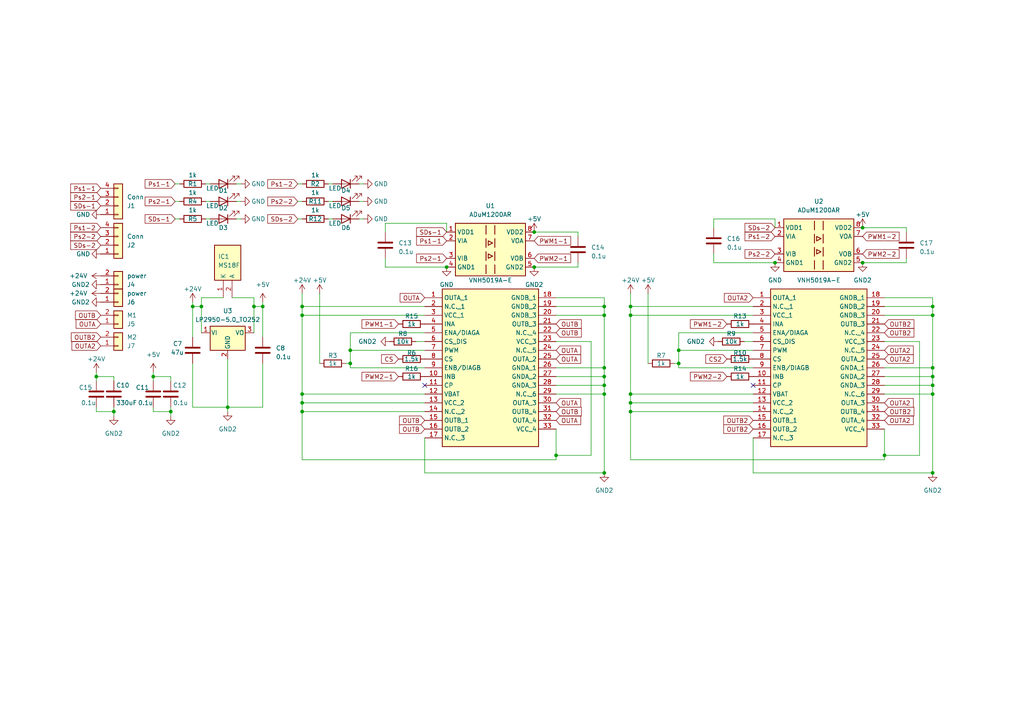
<source format=kicad_sch>
(kicad_sch
	(version 20250114)
	(generator "eeschema")
	(generator_version "9.0")
	(uuid "310bc10f-c807-4519-a987-33fd78e1162b")
	(paper "A4")
	(lib_symbols
		(symbol "Connector_Generic:Conn_01x02"
			(pin_names
				(offset 1.016)
				(hide yes)
			)
			(exclude_from_sim no)
			(in_bom yes)
			(on_board yes)
			(property "Reference" "J"
				(at 0 2.54 0)
				(effects
					(font
						(size 1.27 1.27)
					)
				)
			)
			(property "Value" "Conn_01x02"
				(at 0 -5.08 0)
				(effects
					(font
						(size 1.27 1.27)
					)
				)
			)
			(property "Footprint" ""
				(at 0 0 0)
				(effects
					(font
						(size 1.27 1.27)
					)
					(hide yes)
				)
			)
			(property "Datasheet" "~"
				(at 0 0 0)
				(effects
					(font
						(size 1.27 1.27)
					)
					(hide yes)
				)
			)
			(property "Description" "Generic connector, single row, 01x02, script generated (kicad-library-utils/schlib/autogen/connector/)"
				(at 0 0 0)
				(effects
					(font
						(size 1.27 1.27)
					)
					(hide yes)
				)
			)
			(property "ki_keywords" "connector"
				(at 0 0 0)
				(effects
					(font
						(size 1.27 1.27)
					)
					(hide yes)
				)
			)
			(property "ki_fp_filters" "Connector*:*_1x??_*"
				(at 0 0 0)
				(effects
					(font
						(size 1.27 1.27)
					)
					(hide yes)
				)
			)
			(symbol "Conn_01x02_1_1"
				(rectangle
					(start -1.27 1.27)
					(end 1.27 -3.81)
					(stroke
						(width 0.254)
						(type default)
					)
					(fill
						(type background)
					)
				)
				(rectangle
					(start -1.27 0.127)
					(end 0 -0.127)
					(stroke
						(width 0.1524)
						(type default)
					)
					(fill
						(type none)
					)
				)
				(rectangle
					(start -1.27 -2.413)
					(end 0 -2.667)
					(stroke
						(width 0.1524)
						(type default)
					)
					(fill
						(type none)
					)
				)
				(pin passive line
					(at -5.08 0 0)
					(length 3.81)
					(name "Pin_1"
						(effects
							(font
								(size 1.27 1.27)
							)
						)
					)
					(number "1"
						(effects
							(font
								(size 1.27 1.27)
							)
						)
					)
				)
				(pin passive line
					(at -5.08 -2.54 0)
					(length 3.81)
					(name "Pin_2"
						(effects
							(font
								(size 1.27 1.27)
							)
						)
					)
					(number "2"
						(effects
							(font
								(size 1.27 1.27)
							)
						)
					)
				)
			)
			(embedded_fonts no)
		)
		(symbol "Connector_Generic:Conn_01x04"
			(pin_names
				(offset 1.016)
				(hide yes)
			)
			(exclude_from_sim no)
			(in_bom yes)
			(on_board yes)
			(property "Reference" "J"
				(at 0 5.08 0)
				(effects
					(font
						(size 1.27 1.27)
					)
				)
			)
			(property "Value" "Conn_01x04"
				(at 0 -7.62 0)
				(effects
					(font
						(size 1.27 1.27)
					)
				)
			)
			(property "Footprint" ""
				(at 0 0 0)
				(effects
					(font
						(size 1.27 1.27)
					)
					(hide yes)
				)
			)
			(property "Datasheet" "~"
				(at 0 0 0)
				(effects
					(font
						(size 1.27 1.27)
					)
					(hide yes)
				)
			)
			(property "Description" "Generic connector, single row, 01x04, script generated (kicad-library-utils/schlib/autogen/connector/)"
				(at 0 0 0)
				(effects
					(font
						(size 1.27 1.27)
					)
					(hide yes)
				)
			)
			(property "ki_keywords" "connector"
				(at 0 0 0)
				(effects
					(font
						(size 1.27 1.27)
					)
					(hide yes)
				)
			)
			(property "ki_fp_filters" "Connector*:*_1x??_*"
				(at 0 0 0)
				(effects
					(font
						(size 1.27 1.27)
					)
					(hide yes)
				)
			)
			(symbol "Conn_01x04_1_1"
				(rectangle
					(start -1.27 3.81)
					(end 1.27 -6.35)
					(stroke
						(width 0.254)
						(type default)
					)
					(fill
						(type background)
					)
				)
				(rectangle
					(start -1.27 2.667)
					(end 0 2.413)
					(stroke
						(width 0.1524)
						(type default)
					)
					(fill
						(type none)
					)
				)
				(rectangle
					(start -1.27 0.127)
					(end 0 -0.127)
					(stroke
						(width 0.1524)
						(type default)
					)
					(fill
						(type none)
					)
				)
				(rectangle
					(start -1.27 -2.413)
					(end 0 -2.667)
					(stroke
						(width 0.1524)
						(type default)
					)
					(fill
						(type none)
					)
				)
				(rectangle
					(start -1.27 -4.953)
					(end 0 -5.207)
					(stroke
						(width 0.1524)
						(type default)
					)
					(fill
						(type none)
					)
				)
				(pin passive line
					(at -5.08 2.54 0)
					(length 3.81)
					(name "Pin_1"
						(effects
							(font
								(size 1.27 1.27)
							)
						)
					)
					(number "1"
						(effects
							(font
								(size 1.27 1.27)
							)
						)
					)
				)
				(pin passive line
					(at -5.08 0 0)
					(length 3.81)
					(name "Pin_2"
						(effects
							(font
								(size 1.27 1.27)
							)
						)
					)
					(number "2"
						(effects
							(font
								(size 1.27 1.27)
							)
						)
					)
				)
				(pin passive line
					(at -5.08 -2.54 0)
					(length 3.81)
					(name "Pin_3"
						(effects
							(font
								(size 1.27 1.27)
							)
						)
					)
					(number "3"
						(effects
							(font
								(size 1.27 1.27)
							)
						)
					)
				)
				(pin passive line
					(at -5.08 -5.08 0)
					(length 3.81)
					(name "Pin_4"
						(effects
							(font
								(size 1.27 1.27)
							)
						)
					)
					(number "4"
						(effects
							(font
								(size 1.27 1.27)
							)
						)
					)
				)
			)
			(embedded_fonts no)
		)
		(symbol "Device:C"
			(pin_numbers
				(hide yes)
			)
			(pin_names
				(offset 0.254)
			)
			(exclude_from_sim no)
			(in_bom yes)
			(on_board yes)
			(property "Reference" "C"
				(at 0.635 2.54 0)
				(effects
					(font
						(size 1.27 1.27)
					)
					(justify left)
				)
			)
			(property "Value" "C"
				(at 0.635 -2.54 0)
				(effects
					(font
						(size 1.27 1.27)
					)
					(justify left)
				)
			)
			(property "Footprint" ""
				(at 0.9652 -3.81 0)
				(effects
					(font
						(size 1.27 1.27)
					)
					(hide yes)
				)
			)
			(property "Datasheet" "~"
				(at 0 0 0)
				(effects
					(font
						(size 1.27 1.27)
					)
					(hide yes)
				)
			)
			(property "Description" "Unpolarized capacitor"
				(at 0 0 0)
				(effects
					(font
						(size 1.27 1.27)
					)
					(hide yes)
				)
			)
			(property "ki_keywords" "cap capacitor"
				(at 0 0 0)
				(effects
					(font
						(size 1.27 1.27)
					)
					(hide yes)
				)
			)
			(property "ki_fp_filters" "C_*"
				(at 0 0 0)
				(effects
					(font
						(size 1.27 1.27)
					)
					(hide yes)
				)
			)
			(symbol "C_0_1"
				(polyline
					(pts
						(xy -2.032 0.762) (xy 2.032 0.762)
					)
					(stroke
						(width 0.508)
						(type default)
					)
					(fill
						(type none)
					)
				)
				(polyline
					(pts
						(xy -2.032 -0.762) (xy 2.032 -0.762)
					)
					(stroke
						(width 0.508)
						(type default)
					)
					(fill
						(type none)
					)
				)
			)
			(symbol "C_1_1"
				(pin passive line
					(at 0 3.81 270)
					(length 2.794)
					(name "~"
						(effects
							(font
								(size 1.27 1.27)
							)
						)
					)
					(number "1"
						(effects
							(font
								(size 1.27 1.27)
							)
						)
					)
				)
				(pin passive line
					(at 0 -3.81 90)
					(length 2.794)
					(name "~"
						(effects
							(font
								(size 1.27 1.27)
							)
						)
					)
					(number "2"
						(effects
							(font
								(size 1.27 1.27)
							)
						)
					)
				)
			)
			(embedded_fonts no)
		)
		(symbol "Device:LED"
			(pin_numbers
				(hide yes)
			)
			(pin_names
				(offset 1.016)
				(hide yes)
			)
			(exclude_from_sim no)
			(in_bom yes)
			(on_board yes)
			(property "Reference" "D"
				(at 0 2.54 0)
				(effects
					(font
						(size 1.27 1.27)
					)
				)
			)
			(property "Value" "LED"
				(at 0 -2.54 0)
				(effects
					(font
						(size 1.27 1.27)
					)
				)
			)
			(property "Footprint" ""
				(at 0 0 0)
				(effects
					(font
						(size 1.27 1.27)
					)
					(hide yes)
				)
			)
			(property "Datasheet" "~"
				(at 0 0 0)
				(effects
					(font
						(size 1.27 1.27)
					)
					(hide yes)
				)
			)
			(property "Description" "Light emitting diode"
				(at 0 0 0)
				(effects
					(font
						(size 1.27 1.27)
					)
					(hide yes)
				)
			)
			(property "ki_keywords" "LED diode"
				(at 0 0 0)
				(effects
					(font
						(size 1.27 1.27)
					)
					(hide yes)
				)
			)
			(property "ki_fp_filters" "LED* LED_SMD:* LED_THT:*"
				(at 0 0 0)
				(effects
					(font
						(size 1.27 1.27)
					)
					(hide yes)
				)
			)
			(symbol "LED_0_1"
				(polyline
					(pts
						(xy -3.048 -0.762) (xy -4.572 -2.286) (xy -3.81 -2.286) (xy -4.572 -2.286) (xy -4.572 -1.524)
					)
					(stroke
						(width 0)
						(type default)
					)
					(fill
						(type none)
					)
				)
				(polyline
					(pts
						(xy -1.778 -0.762) (xy -3.302 -2.286) (xy -2.54 -2.286) (xy -3.302 -2.286) (xy -3.302 -1.524)
					)
					(stroke
						(width 0)
						(type default)
					)
					(fill
						(type none)
					)
				)
				(polyline
					(pts
						(xy -1.27 0) (xy 1.27 0)
					)
					(stroke
						(width 0)
						(type default)
					)
					(fill
						(type none)
					)
				)
				(polyline
					(pts
						(xy -1.27 -1.27) (xy -1.27 1.27)
					)
					(stroke
						(width 0.254)
						(type default)
					)
					(fill
						(type none)
					)
				)
				(polyline
					(pts
						(xy 1.27 -1.27) (xy 1.27 1.27) (xy -1.27 0) (xy 1.27 -1.27)
					)
					(stroke
						(width 0.254)
						(type default)
					)
					(fill
						(type none)
					)
				)
			)
			(symbol "LED_1_1"
				(pin passive line
					(at -3.81 0 0)
					(length 2.54)
					(name "K"
						(effects
							(font
								(size 1.27 1.27)
							)
						)
					)
					(number "1"
						(effects
							(font
								(size 1.27 1.27)
							)
						)
					)
				)
				(pin passive line
					(at 3.81 0 180)
					(length 2.54)
					(name "A"
						(effects
							(font
								(size 1.27 1.27)
							)
						)
					)
					(number "2"
						(effects
							(font
								(size 1.27 1.27)
							)
						)
					)
				)
			)
			(embedded_fonts no)
		)
		(symbol "Device:R"
			(pin_numbers
				(hide yes)
			)
			(pin_names
				(offset 0)
			)
			(exclude_from_sim no)
			(in_bom yes)
			(on_board yes)
			(property "Reference" "R"
				(at 2.032 0 90)
				(effects
					(font
						(size 1.27 1.27)
					)
				)
			)
			(property "Value" "R"
				(at 0 0 90)
				(effects
					(font
						(size 1.27 1.27)
					)
				)
			)
			(property "Footprint" ""
				(at -1.778 0 90)
				(effects
					(font
						(size 1.27 1.27)
					)
					(hide yes)
				)
			)
			(property "Datasheet" "~"
				(at 0 0 0)
				(effects
					(font
						(size 1.27 1.27)
					)
					(hide yes)
				)
			)
			(property "Description" "Resistor"
				(at 0 0 0)
				(effects
					(font
						(size 1.27 1.27)
					)
					(hide yes)
				)
			)
			(property "ki_keywords" "R res resistor"
				(at 0 0 0)
				(effects
					(font
						(size 1.27 1.27)
					)
					(hide yes)
				)
			)
			(property "ki_fp_filters" "R_*"
				(at 0 0 0)
				(effects
					(font
						(size 1.27 1.27)
					)
					(hide yes)
				)
			)
			(symbol "R_0_1"
				(rectangle
					(start -1.016 -2.54)
					(end 1.016 2.54)
					(stroke
						(width 0.254)
						(type default)
					)
					(fill
						(type none)
					)
				)
			)
			(symbol "R_1_1"
				(pin passive line
					(at 0 3.81 270)
					(length 1.27)
					(name "~"
						(effects
							(font
								(size 1.27 1.27)
							)
						)
					)
					(number "1"
						(effects
							(font
								(size 1.27 1.27)
							)
						)
					)
				)
				(pin passive line
					(at 0 -3.81 90)
					(length 1.27)
					(name "~"
						(effects
							(font
								(size 1.27 1.27)
							)
						)
					)
					(number "2"
						(effects
							(font
								(size 1.27 1.27)
							)
						)
					)
				)
			)
			(embedded_fonts no)
		)
		(symbol "Isolator:ADuM1200AR"
			(exclude_from_sim no)
			(in_bom yes)
			(on_board yes)
			(property "Reference" "U"
				(at -10.16 8.89 0)
				(effects
					(font
						(size 1.27 1.27)
					)
					(justify left)
				)
			)
			(property "Value" "ADuM1200AR"
				(at -2.032 8.89 0)
				(effects
					(font
						(size 1.27 1.27)
					)
					(justify left)
				)
			)
			(property "Footprint" "Package_SO:SOIC-8_3.9x4.9mm_P1.27mm"
				(at 0 -10.16 0)
				(effects
					(font
						(size 1.27 1.27)
						(italic yes)
					)
					(hide yes)
				)
			)
			(property "Datasheet" "https://www.analog.com/media/en/technical-documentation/data-sheets/ADuM1200_1201.pdf"
				(at -11.43 10.16 0)
				(effects
					(font
						(size 1.27 1.27)
					)
					(hide yes)
				)
			)
			(property "Description" "Dual-channel digital isolator, Bidirectional communication, 3V/5V level translation, SOIC-8"
				(at 0 0 0)
				(effects
					(font
						(size 1.27 1.27)
					)
					(hide yes)
				)
			)
			(property "ki_keywords" "Dual-channel digital isolator"
				(at 0 0 0)
				(effects
					(font
						(size 1.27 1.27)
					)
					(hide yes)
				)
			)
			(property "ki_fp_filters" "SOIC*3.9x4.9mm*P1.27mm*"
				(at 0 0 0)
				(effects
					(font
						(size 1.27 1.27)
					)
					(hide yes)
				)
			)
			(symbol "ADuM1200AR_0_1"
				(rectangle
					(start -10.16 7.62)
					(end 10.16 -7.62)
					(stroke
						(width 0.254)
						(type default)
					)
					(fill
						(type background)
					)
				)
				(polyline
					(pts
						(xy -1.27 6.985) (xy -1.27 4.445)
					)
					(stroke
						(width 0.254)
						(type default)
					)
					(fill
						(type none)
					)
				)
				(polyline
					(pts
						(xy -1.27 3.175) (xy -1.27 0.635)
					)
					(stroke
						(width 0.254)
						(type default)
					)
					(fill
						(type none)
					)
				)
				(polyline
					(pts
						(xy -1.27 -0.635) (xy -1.27 -3.175)
					)
					(stroke
						(width 0.254)
						(type default)
					)
					(fill
						(type none)
					)
				)
				(polyline
					(pts
						(xy -1.27 -4.445) (xy -1.27 -6.985)
					)
					(stroke
						(width 0.254)
						(type default)
					)
					(fill
						(type none)
					)
				)
				(polyline
					(pts
						(xy -0.635 1.27) (xy 0.635 1.905) (xy -0.635 2.54) (xy -0.635 1.27)
					)
					(stroke
						(width 0.254)
						(type default)
					)
					(fill
						(type none)
					)
				)
				(polyline
					(pts
						(xy -0.635 -1.27) (xy -0.635 -2.54) (xy 0.635 -1.905) (xy -0.635 -1.27)
					)
					(stroke
						(width 0.254)
						(type default)
					)
					(fill
						(type none)
					)
				)
				(polyline
					(pts
						(xy 1.27 6.985) (xy 1.27 4.445)
					)
					(stroke
						(width 0.254)
						(type default)
					)
					(fill
						(type none)
					)
				)
				(polyline
					(pts
						(xy 1.27 3.175) (xy 1.27 0.635)
					)
					(stroke
						(width 0.254)
						(type default)
					)
					(fill
						(type none)
					)
				)
				(polyline
					(pts
						(xy 1.27 -0.635) (xy 1.27 -3.175)
					)
					(stroke
						(width 0.254)
						(type default)
					)
					(fill
						(type none)
					)
				)
				(polyline
					(pts
						(xy 1.27 -4.445) (xy 1.27 -6.985)
					)
					(stroke
						(width 0.254)
						(type default)
					)
					(fill
						(type none)
					)
				)
			)
			(symbol "ADuM1200AR_1_1"
				(pin power_in line
					(at -12.7 5.08 0)
					(length 2.54)
					(name "VDD1"
						(effects
							(font
								(size 1.27 1.27)
							)
						)
					)
					(number "1"
						(effects
							(font
								(size 1.27 1.27)
							)
						)
					)
				)
				(pin input line
					(at -12.7 2.54 0)
					(length 2.54)
					(name "VIA"
						(effects
							(font
								(size 1.27 1.27)
							)
						)
					)
					(number "2"
						(effects
							(font
								(size 1.27 1.27)
							)
						)
					)
				)
				(pin input line
					(at -12.7 -2.54 0)
					(length 2.54)
					(name "VIB"
						(effects
							(font
								(size 1.27 1.27)
							)
						)
					)
					(number "3"
						(effects
							(font
								(size 1.27 1.27)
							)
						)
					)
				)
				(pin power_in line
					(at -12.7 -5.08 0)
					(length 2.54)
					(name "GND1"
						(effects
							(font
								(size 1.27 1.27)
							)
						)
					)
					(number "4"
						(effects
							(font
								(size 1.27 1.27)
							)
						)
					)
				)
				(pin power_in line
					(at 12.7 5.08 180)
					(length 2.54)
					(name "VDD2"
						(effects
							(font
								(size 1.27 1.27)
							)
						)
					)
					(number "8"
						(effects
							(font
								(size 1.27 1.27)
							)
						)
					)
				)
				(pin output line
					(at 12.7 2.54 180)
					(length 2.54)
					(name "VOA"
						(effects
							(font
								(size 1.27 1.27)
							)
						)
					)
					(number "7"
						(effects
							(font
								(size 1.27 1.27)
							)
						)
					)
				)
				(pin output line
					(at 12.7 -2.54 180)
					(length 2.54)
					(name "VOB"
						(effects
							(font
								(size 1.27 1.27)
							)
						)
					)
					(number "6"
						(effects
							(font
								(size 1.27 1.27)
							)
						)
					)
				)
				(pin power_in line
					(at 12.7 -5.08 180)
					(length 2.54)
					(name "GND2"
						(effects
							(font
								(size 1.27 1.27)
							)
						)
					)
					(number "5"
						(effects
							(font
								(size 1.27 1.27)
							)
						)
					)
				)
			)
			(embedded_fonts no)
		)
		(symbol "MS18F:MS18F"
			(exclude_from_sim no)
			(in_bom yes)
			(on_board yes)
			(property "Reference" "IC"
				(at 16.51 7.62 0)
				(effects
					(font
						(size 1.27 1.27)
					)
					(justify left top)
				)
			)
			(property "Value" "MS18F"
				(at 16.51 5.08 0)
				(effects
					(font
						(size 1.27 1.27)
					)
					(justify left top)
				)
			)
			(property "Footprint" "SODFL4725X110N"
				(at 16.51 -94.92 0)
				(effects
					(font
						(size 1.27 1.27)
					)
					(justify left top)
					(hide yes)
				)
			)
			(property "Datasheet" "https://akizukidenshi.com/download/ds/panjit/ms18f.pdf"
				(at 16.51 -194.92 0)
				(effects
					(font
						(size 1.27 1.27)
					)
					(justify left top)
					(hide yes)
				)
			)
			(property "Description" "Plastic package has Underwriters Laboratory Flammability Classification 94V-O"
				(at 0 0 0)
				(effects
					(font
						(size 1.27 1.27)
					)
					(hide yes)
				)
			)
			(property "Height" "1.1"
				(at 16.51 -394.92 0)
				(effects
					(font
						(size 1.27 1.27)
					)
					(justify left top)
					(hide yes)
				)
			)
			(property "Manufacturer_Name" "PANJIT"
				(at 16.51 -494.92 0)
				(effects
					(font
						(size 1.27 1.27)
					)
					(justify left top)
					(hide yes)
				)
			)
			(property "Manufacturer_Part_Number" "MS18F"
				(at 16.51 -594.92 0)
				(effects
					(font
						(size 1.27 1.27)
					)
					(justify left top)
					(hide yes)
				)
			)
			(property "Mouser Part Number" ""
				(at 16.51 -694.92 0)
				(effects
					(font
						(size 1.27 1.27)
					)
					(justify left top)
					(hide yes)
				)
			)
			(property "Mouser Price/Stock" ""
				(at 16.51 -794.92 0)
				(effects
					(font
						(size 1.27 1.27)
					)
					(justify left top)
					(hide yes)
				)
			)
			(property "Arrow Part Number" ""
				(at 16.51 -894.92 0)
				(effects
					(font
						(size 1.27 1.27)
					)
					(justify left top)
					(hide yes)
				)
			)
			(property "Arrow Price/Stock" ""
				(at 16.51 -994.92 0)
				(effects
					(font
						(size 1.27 1.27)
					)
					(justify left top)
					(hide yes)
				)
			)
			(symbol "MS18F_1_1"
				(rectangle
					(start 5.08 2.54)
					(end 15.24 -5.08)
					(stroke
						(width 0.254)
						(type default)
					)
					(fill
						(type background)
					)
				)
				(pin passive line
					(at 0 0 0)
					(length 5.08)
					(name "K"
						(effects
							(font
								(size 1.27 1.27)
							)
						)
					)
					(number "1"
						(effects
							(font
								(size 1.27 1.27)
							)
						)
					)
				)
				(pin passive line
					(at 0 -2.54 0)
					(length 5.08)
					(name "A"
						(effects
							(font
								(size 1.27 1.27)
							)
						)
					)
					(number "2"
						(effects
							(font
								(size 1.27 1.27)
							)
						)
					)
				)
			)
			(embedded_fonts no)
		)
		(symbol "Regulator_Linear:LP2950-5.0_TO252"
			(pin_names
				(offset 0.254)
			)
			(exclude_from_sim no)
			(in_bom yes)
			(on_board yes)
			(property "Reference" "U"
				(at -3.81 3.175 0)
				(effects
					(font
						(size 1.27 1.27)
					)
				)
			)
			(property "Value" "LP2950-5.0_TO252"
				(at 0 3.175 0)
				(effects
					(font
						(size 1.27 1.27)
					)
					(justify left)
				)
			)
			(property "Footprint" "Package_TO_SOT_SMD:TO-252-2"
				(at 0 5.715 0)
				(effects
					(font
						(size 1.27 1.27)
						(italic yes)
					)
					(hide yes)
				)
			)
			(property "Datasheet" "http://www.ti.com/lit/ds/symlink/lp2950.pdf"
				(at 0 -1.27 0)
				(effects
					(font
						(size 1.27 1.27)
					)
					(hide yes)
				)
			)
			(property "Description" "Positive 100mA 30V Linear Micropower Voltage Regulator, Fixed Output 5.0V, TO-252"
				(at 0 0 0)
				(effects
					(font
						(size 1.27 1.27)
					)
					(hide yes)
				)
			)
			(property "ki_keywords" "Micropower Voltage Regulator 100mA Positive"
				(at 0 0 0)
				(effects
					(font
						(size 1.27 1.27)
					)
					(hide yes)
				)
			)
			(property "ki_fp_filters" "TO?252*"
				(at 0 0 0)
				(effects
					(font
						(size 1.27 1.27)
					)
					(hide yes)
				)
			)
			(symbol "LP2950-5.0_TO252_0_1"
				(rectangle
					(start -5.08 1.905)
					(end 5.08 -5.08)
					(stroke
						(width 0.254)
						(type default)
					)
					(fill
						(type background)
					)
				)
			)
			(symbol "LP2950-5.0_TO252_1_1"
				(pin power_in line
					(at -7.62 0 0)
					(length 2.54)
					(name "VI"
						(effects
							(font
								(size 1.27 1.27)
							)
						)
					)
					(number "1"
						(effects
							(font
								(size 1.27 1.27)
							)
						)
					)
				)
				(pin power_in line
					(at 0 -7.62 90)
					(length 2.54)
					(name "GND"
						(effects
							(font
								(size 1.27 1.27)
							)
						)
					)
					(number "2"
						(effects
							(font
								(size 1.27 1.27)
							)
						)
					)
				)
				(pin power_out line
					(at 7.62 0 180)
					(length 2.54)
					(name "VO"
						(effects
							(font
								(size 1.27 1.27)
							)
						)
					)
					(number "3"
						(effects
							(font
								(size 1.27 1.27)
							)
						)
					)
				)
			)
			(embedded_fonts no)
		)
		(symbol "VNH5019A-E:VNH5019A-E"
			(exclude_from_sim no)
			(in_bom yes)
			(on_board yes)
			(property "Reference" "IC"
				(at 34.29 7.62 0)
				(effects
					(font
						(size 1.27 1.27)
					)
					(justify left top)
				)
			)
			(property "Value" "VNH5019A-E"
				(at 34.29 5.08 0)
				(effects
					(font
						(size 1.27 1.27)
					)
					(justify left top)
				)
			)
			(property "Footprint" "VNH5019AE"
				(at 34.29 -94.92 0)
				(effects
					(font
						(size 1.27 1.27)
					)
					(justify left top)
					(hide yes)
				)
			)
			(property "Datasheet" "https://docs.rs-online.com/5122/0900766b8140dac2.pdf"
				(at 34.29 -194.92 0)
				(effects
					(font
						(size 1.27 1.27)
					)
					(justify left top)
					(hide yes)
				)
			)
			(property "Description" "IC MTR DRV 5.5-24V MULTIPWRSO-30"
				(at 0 0 0)
				(effects
					(font
						(size 1.27 1.27)
					)
					(hide yes)
				)
			)
			(property "Height" "2.35"
				(at 34.29 -394.92 0)
				(effects
					(font
						(size 1.27 1.27)
					)
					(justify left top)
					(hide yes)
				)
			)
			(property "Manufacturer_Name" "STMicroelectronics"
				(at 34.29 -494.92 0)
				(effects
					(font
						(size 1.27 1.27)
					)
					(justify left top)
					(hide yes)
				)
			)
			(property "Manufacturer_Part_Number" "VNH5019A-E"
				(at 34.29 -594.92 0)
				(effects
					(font
						(size 1.27 1.27)
					)
					(justify left top)
					(hide yes)
				)
			)
			(property "Mouser Part Number" "511-VNH5019A-E"
				(at 34.29 -694.92 0)
				(effects
					(font
						(size 1.27 1.27)
					)
					(justify left top)
					(hide yes)
				)
			)
			(property "Mouser Price/Stock" "https://www.mouser.co.uk/ProductDetail/STMicroelectronics/VNH5019A-E?qs=vV0pr1uq7fB8hoIFkGw2pA%3D%3D"
				(at 34.29 -794.92 0)
				(effects
					(font
						(size 1.27 1.27)
					)
					(justify left top)
					(hide yes)
				)
			)
			(property "Arrow Part Number" ""
				(at 34.29 -894.92 0)
				(effects
					(font
						(size 1.27 1.27)
					)
					(justify left top)
					(hide yes)
				)
			)
			(property "Arrow Price/Stock" ""
				(at 34.29 -994.92 0)
				(effects
					(font
						(size 1.27 1.27)
					)
					(justify left top)
					(hide yes)
				)
			)
			(symbol "VNH5019A-E_1_1"
				(rectangle
					(start 5.08 2.54)
					(end 33.02 -43.18)
					(stroke
						(width 0.254)
						(type default)
					)
					(fill
						(type background)
					)
				)
				(pin passive line
					(at 0 0 0)
					(length 5.08)
					(name "OUTA_1"
						(effects
							(font
								(size 1.27 1.27)
							)
						)
					)
					(number "1"
						(effects
							(font
								(size 1.27 1.27)
							)
						)
					)
				)
				(pin passive line
					(at 0 -2.54 0)
					(length 5.08)
					(name "N.C._1"
						(effects
							(font
								(size 1.27 1.27)
							)
						)
					)
					(number "2"
						(effects
							(font
								(size 1.27 1.27)
							)
						)
					)
				)
				(pin passive line
					(at 0 -5.08 0)
					(length 5.08)
					(name "VCC_1"
						(effects
							(font
								(size 1.27 1.27)
							)
						)
					)
					(number "3"
						(effects
							(font
								(size 1.27 1.27)
							)
						)
					)
				)
				(pin passive line
					(at 0 -7.62 0)
					(length 5.08)
					(name "INA"
						(effects
							(font
								(size 1.27 1.27)
							)
						)
					)
					(number "4"
						(effects
							(font
								(size 1.27 1.27)
							)
						)
					)
				)
				(pin passive line
					(at 0 -10.16 0)
					(length 5.08)
					(name "ENA/DIAGA"
						(effects
							(font
								(size 1.27 1.27)
							)
						)
					)
					(number "5"
						(effects
							(font
								(size 1.27 1.27)
							)
						)
					)
				)
				(pin passive line
					(at 0 -12.7 0)
					(length 5.08)
					(name "CS_DIS"
						(effects
							(font
								(size 1.27 1.27)
							)
						)
					)
					(number "6"
						(effects
							(font
								(size 1.27 1.27)
							)
						)
					)
				)
				(pin passive line
					(at 0 -15.24 0)
					(length 5.08)
					(name "PWM"
						(effects
							(font
								(size 1.27 1.27)
							)
						)
					)
					(number "7"
						(effects
							(font
								(size 1.27 1.27)
							)
						)
					)
				)
				(pin passive line
					(at 0 -17.78 0)
					(length 5.08)
					(name "CS"
						(effects
							(font
								(size 1.27 1.27)
							)
						)
					)
					(number "8"
						(effects
							(font
								(size 1.27 1.27)
							)
						)
					)
				)
				(pin passive line
					(at 0 -20.32 0)
					(length 5.08)
					(name "ENB/DIAGB"
						(effects
							(font
								(size 1.27 1.27)
							)
						)
					)
					(number "9"
						(effects
							(font
								(size 1.27 1.27)
							)
						)
					)
				)
				(pin passive line
					(at 0 -22.86 0)
					(length 5.08)
					(name "INB"
						(effects
							(font
								(size 1.27 1.27)
							)
						)
					)
					(number "10"
						(effects
							(font
								(size 1.27 1.27)
							)
						)
					)
				)
				(pin passive line
					(at 0 -25.4 0)
					(length 5.08)
					(name "CP"
						(effects
							(font
								(size 1.27 1.27)
							)
						)
					)
					(number "11"
						(effects
							(font
								(size 1.27 1.27)
							)
						)
					)
				)
				(pin passive line
					(at 0 -27.94 0)
					(length 5.08)
					(name "VBAT"
						(effects
							(font
								(size 1.27 1.27)
							)
						)
					)
					(number "12"
						(effects
							(font
								(size 1.27 1.27)
							)
						)
					)
				)
				(pin passive line
					(at 0 -30.48 0)
					(length 5.08)
					(name "VCC_2"
						(effects
							(font
								(size 1.27 1.27)
							)
						)
					)
					(number "13"
						(effects
							(font
								(size 1.27 1.27)
							)
						)
					)
				)
				(pin passive line
					(at 0 -33.02 0)
					(length 5.08)
					(name "N.C._2"
						(effects
							(font
								(size 1.27 1.27)
							)
						)
					)
					(number "14"
						(effects
							(font
								(size 1.27 1.27)
							)
						)
					)
				)
				(pin passive line
					(at 0 -35.56 0)
					(length 5.08)
					(name "OUTB_1"
						(effects
							(font
								(size 1.27 1.27)
							)
						)
					)
					(number "15"
						(effects
							(font
								(size 1.27 1.27)
							)
						)
					)
				)
				(pin passive line
					(at 0 -38.1 0)
					(length 5.08)
					(name "OUTB_2"
						(effects
							(font
								(size 1.27 1.27)
							)
						)
					)
					(number "16"
						(effects
							(font
								(size 1.27 1.27)
							)
						)
					)
				)
				(pin passive line
					(at 0 -40.64 0)
					(length 5.08)
					(name "N.C._3"
						(effects
							(font
								(size 1.27 1.27)
							)
						)
					)
					(number "17"
						(effects
							(font
								(size 1.27 1.27)
							)
						)
					)
				)
				(pin passive line
					(at 38.1 0 180)
					(length 5.08)
					(name "GNDB_1"
						(effects
							(font
								(size 1.27 1.27)
							)
						)
					)
					(number "18"
						(effects
							(font
								(size 1.27 1.27)
							)
						)
					)
				)
				(pin passive line
					(at 38.1 -2.54 180)
					(length 5.08)
					(name "GNDB_2"
						(effects
							(font
								(size 1.27 1.27)
							)
						)
					)
					(number "19"
						(effects
							(font
								(size 1.27 1.27)
							)
						)
					)
				)
				(pin passive line
					(at 38.1 -5.08 180)
					(length 5.08)
					(name "GNDB_3"
						(effects
							(font
								(size 1.27 1.27)
							)
						)
					)
					(number "20"
						(effects
							(font
								(size 1.27 1.27)
							)
						)
					)
				)
				(pin passive line
					(at 38.1 -7.62 180)
					(length 5.08)
					(name "OUTB_3"
						(effects
							(font
								(size 1.27 1.27)
							)
						)
					)
					(number "21"
						(effects
							(font
								(size 1.27 1.27)
							)
						)
					)
				)
				(pin passive line
					(at 38.1 -10.16 180)
					(length 5.08)
					(name "N.C._4"
						(effects
							(font
								(size 1.27 1.27)
							)
						)
					)
					(number "22"
						(effects
							(font
								(size 1.27 1.27)
							)
						)
					)
				)
				(pin passive line
					(at 38.1 -12.7 180)
					(length 5.08)
					(name "VCC_3"
						(effects
							(font
								(size 1.27 1.27)
							)
						)
					)
					(number "23"
						(effects
							(font
								(size 1.27 1.27)
							)
						)
					)
				)
				(pin passive line
					(at 38.1 -15.24 180)
					(length 5.08)
					(name "N.C._5"
						(effects
							(font
								(size 1.27 1.27)
							)
						)
					)
					(number "24"
						(effects
							(font
								(size 1.27 1.27)
							)
						)
					)
				)
				(pin passive line
					(at 38.1 -17.78 180)
					(length 5.08)
					(name "OUTA_2"
						(effects
							(font
								(size 1.27 1.27)
							)
						)
					)
					(number "25"
						(effects
							(font
								(size 1.27 1.27)
							)
						)
					)
				)
				(pin passive line
					(at 38.1 -20.32 180)
					(length 5.08)
					(name "GNDA_1"
						(effects
							(font
								(size 1.27 1.27)
							)
						)
					)
					(number "26"
						(effects
							(font
								(size 1.27 1.27)
							)
						)
					)
				)
				(pin passive line
					(at 38.1 -22.86 180)
					(length 5.08)
					(name "GNDA_2"
						(effects
							(font
								(size 1.27 1.27)
							)
						)
					)
					(number "27"
						(effects
							(font
								(size 1.27 1.27)
							)
						)
					)
				)
				(pin passive line
					(at 38.1 -25.4 180)
					(length 5.08)
					(name "GNDA_3"
						(effects
							(font
								(size 1.27 1.27)
							)
						)
					)
					(number "28"
						(effects
							(font
								(size 1.27 1.27)
							)
						)
					)
				)
				(pin passive line
					(at 38.1 -27.94 180)
					(length 5.08)
					(name "N.C._6"
						(effects
							(font
								(size 1.27 1.27)
							)
						)
					)
					(number "29"
						(effects
							(font
								(size 1.27 1.27)
							)
						)
					)
				)
				(pin passive line
					(at 38.1 -30.48 180)
					(length 5.08)
					(name "OUTA_3"
						(effects
							(font
								(size 1.27 1.27)
							)
						)
					)
					(number "30"
						(effects
							(font
								(size 1.27 1.27)
							)
						)
					)
				)
				(pin passive line
					(at 38.1 -33.02 180)
					(length 5.08)
					(name "OUTB_4"
						(effects
							(font
								(size 1.27 1.27)
							)
						)
					)
					(number "31"
						(effects
							(font
								(size 1.27 1.27)
							)
						)
					)
				)
				(pin passive line
					(at 38.1 -35.56 180)
					(length 5.08)
					(name "OUTA_4"
						(effects
							(font
								(size 1.27 1.27)
							)
						)
					)
					(number "32"
						(effects
							(font
								(size 1.27 1.27)
							)
						)
					)
				)
				(pin passive line
					(at 38.1 -38.1 180)
					(length 5.08)
					(name "VCC_4"
						(effects
							(font
								(size 1.27 1.27)
							)
						)
					)
					(number "33"
						(effects
							(font
								(size 1.27 1.27)
							)
						)
					)
				)
			)
			(embedded_fonts no)
		)
		(symbol "power:+24V"
			(power)
			(pin_names
				(offset 0)
			)
			(exclude_from_sim no)
			(in_bom yes)
			(on_board yes)
			(property "Reference" "#PWR"
				(at 0 -3.81 0)
				(effects
					(font
						(size 1.27 1.27)
					)
					(hide yes)
				)
			)
			(property "Value" "+24V"
				(at 0 3.556 0)
				(effects
					(font
						(size 1.27 1.27)
					)
				)
			)
			(property "Footprint" ""
				(at 0 0 0)
				(effects
					(font
						(size 1.27 1.27)
					)
					(hide yes)
				)
			)
			(property "Datasheet" ""
				(at 0 0 0)
				(effects
					(font
						(size 1.27 1.27)
					)
					(hide yes)
				)
			)
			(property "Description" "Power symbol creates a global label with name \"+24V\""
				(at 0 0 0)
				(effects
					(font
						(size 1.27 1.27)
					)
					(hide yes)
				)
			)
			(property "ki_keywords" "global power"
				(at 0 0 0)
				(effects
					(font
						(size 1.27 1.27)
					)
					(hide yes)
				)
			)
			(symbol "+24V_0_1"
				(polyline
					(pts
						(xy -0.762 1.27) (xy 0 2.54)
					)
					(stroke
						(width 0)
						(type default)
					)
					(fill
						(type none)
					)
				)
				(polyline
					(pts
						(xy 0 2.54) (xy 0.762 1.27)
					)
					(stroke
						(width 0)
						(type default)
					)
					(fill
						(type none)
					)
				)
				(polyline
					(pts
						(xy 0 0) (xy 0 2.54)
					)
					(stroke
						(width 0)
						(type default)
					)
					(fill
						(type none)
					)
				)
			)
			(symbol "+24V_1_1"
				(pin power_in line
					(at 0 0 90)
					(length 0)
					(hide yes)
					(name "+24V"
						(effects
							(font
								(size 1.27 1.27)
							)
						)
					)
					(number "1"
						(effects
							(font
								(size 1.27 1.27)
							)
						)
					)
				)
			)
			(embedded_fonts no)
		)
		(symbol "power:+5V"
			(power)
			(pin_numbers
				(hide yes)
			)
			(pin_names
				(offset 0)
				(hide yes)
			)
			(exclude_from_sim no)
			(in_bom yes)
			(on_board yes)
			(property "Reference" "#PWR"
				(at 0 -3.81 0)
				(effects
					(font
						(size 1.27 1.27)
					)
					(hide yes)
				)
			)
			(property "Value" "+5V"
				(at 0 3.556 0)
				(effects
					(font
						(size 1.27 1.27)
					)
				)
			)
			(property "Footprint" ""
				(at 0 0 0)
				(effects
					(font
						(size 1.27 1.27)
					)
					(hide yes)
				)
			)
			(property "Datasheet" ""
				(at 0 0 0)
				(effects
					(font
						(size 1.27 1.27)
					)
					(hide yes)
				)
			)
			(property "Description" "Power symbol creates a global label with name \"+5V\""
				(at 0 0 0)
				(effects
					(font
						(size 1.27 1.27)
					)
					(hide yes)
				)
			)
			(property "ki_keywords" "global power"
				(at 0 0 0)
				(effects
					(font
						(size 1.27 1.27)
					)
					(hide yes)
				)
			)
			(symbol "+5V_0_1"
				(polyline
					(pts
						(xy -0.762 1.27) (xy 0 2.54)
					)
					(stroke
						(width 0)
						(type default)
					)
					(fill
						(type none)
					)
				)
				(polyline
					(pts
						(xy 0 2.54) (xy 0.762 1.27)
					)
					(stroke
						(width 0)
						(type default)
					)
					(fill
						(type none)
					)
				)
				(polyline
					(pts
						(xy 0 0) (xy 0 2.54)
					)
					(stroke
						(width 0)
						(type default)
					)
					(fill
						(type none)
					)
				)
			)
			(symbol "+5V_1_1"
				(pin power_in line
					(at 0 0 90)
					(length 0)
					(name "~"
						(effects
							(font
								(size 1.27 1.27)
							)
						)
					)
					(number "1"
						(effects
							(font
								(size 1.27 1.27)
							)
						)
					)
				)
			)
			(embedded_fonts no)
		)
		(symbol "power:GND"
			(power)
			(pin_names
				(offset 0)
			)
			(exclude_from_sim no)
			(in_bom yes)
			(on_board yes)
			(property "Reference" "#PWR"
				(at 0 -6.35 0)
				(effects
					(font
						(size 1.27 1.27)
					)
					(hide yes)
				)
			)
			(property "Value" "GND"
				(at 0 -3.81 0)
				(effects
					(font
						(size 1.27 1.27)
					)
				)
			)
			(property "Footprint" ""
				(at 0 0 0)
				(effects
					(font
						(size 1.27 1.27)
					)
					(hide yes)
				)
			)
			(property "Datasheet" ""
				(at 0 0 0)
				(effects
					(font
						(size 1.27 1.27)
					)
					(hide yes)
				)
			)
			(property "Description" "Power symbol creates a global label with name \"GND\" , ground"
				(at 0 0 0)
				(effects
					(font
						(size 1.27 1.27)
					)
					(hide yes)
				)
			)
			(property "ki_keywords" "global power"
				(at 0 0 0)
				(effects
					(font
						(size 1.27 1.27)
					)
					(hide yes)
				)
			)
			(symbol "GND_0_1"
				(polyline
					(pts
						(xy 0 0) (xy 0 -1.27) (xy 1.27 -1.27) (xy 0 -2.54) (xy -1.27 -1.27) (xy 0 -1.27)
					)
					(stroke
						(width 0)
						(type default)
					)
					(fill
						(type none)
					)
				)
			)
			(symbol "GND_1_1"
				(pin power_in line
					(at 0 0 270)
					(length 0)
					(hide yes)
					(name "GND"
						(effects
							(font
								(size 1.27 1.27)
							)
						)
					)
					(number "1"
						(effects
							(font
								(size 1.27 1.27)
							)
						)
					)
				)
			)
			(embedded_fonts no)
		)
		(symbol "power:GND2"
			(power)
			(pin_names
				(offset 0)
			)
			(exclude_from_sim no)
			(in_bom yes)
			(on_board yes)
			(property "Reference" "#PWR"
				(at 0 -6.35 0)
				(effects
					(font
						(size 1.27 1.27)
					)
					(hide yes)
				)
			)
			(property "Value" "GND2"
				(at 0 -3.81 0)
				(effects
					(font
						(size 1.27 1.27)
					)
				)
			)
			(property "Footprint" ""
				(at 0 0 0)
				(effects
					(font
						(size 1.27 1.27)
					)
					(hide yes)
				)
			)
			(property "Datasheet" ""
				(at 0 0 0)
				(effects
					(font
						(size 1.27 1.27)
					)
					(hide yes)
				)
			)
			(property "Description" "Power symbol creates a global label with name \"GND2\" , ground"
				(at 0 0 0)
				(effects
					(font
						(size 1.27 1.27)
					)
					(hide yes)
				)
			)
			(property "ki_keywords" "global power"
				(at 0 0 0)
				(effects
					(font
						(size 1.27 1.27)
					)
					(hide yes)
				)
			)
			(symbol "GND2_0_1"
				(polyline
					(pts
						(xy 0 0) (xy 0 -1.27) (xy 1.27 -1.27) (xy 0 -2.54) (xy -1.27 -1.27) (xy 0 -1.27)
					)
					(stroke
						(width 0)
						(type default)
					)
					(fill
						(type none)
					)
				)
			)
			(symbol "GND2_1_1"
				(pin power_in line
					(at 0 0 270)
					(length 0)
					(hide yes)
					(name "GND2"
						(effects
							(font
								(size 1.27 1.27)
							)
						)
					)
					(number "1"
						(effects
							(font
								(size 1.27 1.27)
							)
						)
					)
				)
			)
			(embedded_fonts no)
		)
	)
	(junction
		(at 182.88 119.38)
		(diameter 0)
		(color 0 0 0 0)
		(uuid "0424d77f-0a31-4513-94c5-1dffe14b7f66")
	)
	(junction
		(at 58.42 88.9)
		(diameter 0)
		(color 0 0 0 0)
		(uuid "076e5674-67b0-4084-b30b-2bb9a2d56e1a")
	)
	(junction
		(at 87.63 116.84)
		(diameter 0)
		(color 0 0 0 0)
		(uuid "0997dc80-c35f-438b-bf63-90b086bbd1ee")
	)
	(junction
		(at 87.63 88.9)
		(diameter 0)
		(color 0 0 0 0)
		(uuid "0aed20ce-f1d2-4bc4-96ae-2f9726bbd023")
	)
	(junction
		(at 154.94 67.31)
		(diameter 0)
		(color 0 0 0 0)
		(uuid "0b9beea5-97bc-449f-a184-42c533552bff")
	)
	(junction
		(at 87.63 114.3)
		(diameter 0)
		(color 0 0 0 0)
		(uuid "0ccb44ba-32e2-4607-9848-26e5373bcb5f")
	)
	(junction
		(at 270.51 109.22)
		(diameter 0)
		(color 0 0 0 0)
		(uuid "12f47ebe-1baa-4194-93be-68372e6e51fc")
	)
	(junction
		(at 101.6 101.6)
		(diameter 0)
		(color 0 0 0 0)
		(uuid "1bc0d2c1-3249-446b-8760-358ebb3cd7cd")
	)
	(junction
		(at 175.26 137.16)
		(diameter 0)
		(color 0 0 0 0)
		(uuid "1bfb6d7c-65fa-43c3-96ba-ea528d422eee")
	)
	(junction
		(at 182.88 116.84)
		(diameter 0)
		(color 0 0 0 0)
		(uuid "31c5bb8d-4de2-4870-9d7d-39eb0b749f9e")
	)
	(junction
		(at 270.51 111.76)
		(diameter 0)
		(color 0 0 0 0)
		(uuid "39421fa9-4278-40b6-8a6b-eee91c5dc456")
	)
	(junction
		(at 270.51 106.68)
		(diameter 0)
		(color 0 0 0 0)
		(uuid "4209bc73-f000-47fb-bfb5-7c2bf438b0bc")
	)
	(junction
		(at 87.63 119.38)
		(diameter 0)
		(color 0 0 0 0)
		(uuid "4626eb4a-85b7-45bd-b6ee-9ea6f0dce619")
	)
	(junction
		(at 175.26 106.68)
		(diameter 0)
		(color 0 0 0 0)
		(uuid "4736483b-4bb9-47c9-974e-e9caf1aea3ba")
	)
	(junction
		(at 49.53 119.38)
		(diameter 0)
		(color 0 0 0 0)
		(uuid "4c44bd53-35ee-42b8-8576-091e00a6226f")
	)
	(junction
		(at 129.54 77.47)
		(diameter 0)
		(color 0 0 0 0)
		(uuid "5c20c5de-3f3a-45e6-b5b7-7b8a5c2814f2")
	)
	(junction
		(at 175.26 109.22)
		(diameter 0)
		(color 0 0 0 0)
		(uuid "62407d35-e7b7-4efa-a84b-941baf6b5905")
	)
	(junction
		(at 270.51 91.44)
		(diameter 0)
		(color 0 0 0 0)
		(uuid "6b5930bd-159a-48ae-a28f-d524bae11b72")
	)
	(junction
		(at 175.26 88.9)
		(diameter 0)
		(color 0 0 0 0)
		(uuid "6d753ebc-48f6-4b6b-b43a-80a37193670e")
	)
	(junction
		(at 182.88 114.3)
		(diameter 0)
		(color 0 0 0 0)
		(uuid "6d8a6953-25e3-454f-8a11-f4ebce8f8d52")
	)
	(junction
		(at 270.51 114.3)
		(diameter 0)
		(color 0 0 0 0)
		(uuid "73a67dff-2488-4e2a-948b-427d0476743d")
	)
	(junction
		(at 66.04 118.11)
		(diameter 0)
		(color 0 0 0 0)
		(uuid "7753f918-5dc1-4c31-b60b-f49fa9a3bdd1")
	)
	(junction
		(at 154.94 77.47)
		(diameter 0)
		(color 0 0 0 0)
		(uuid "78e9fe1e-9c86-475d-9292-dfe6a8cbbd19")
	)
	(junction
		(at 250.19 66.04)
		(diameter 0)
		(color 0 0 0 0)
		(uuid "7a48e7ba-e1c5-4d9a-b72e-dac7f910b1ad")
	)
	(junction
		(at 76.2 88.9)
		(diameter 0)
		(color 0 0 0 0)
		(uuid "7f24ffb1-f14d-4179-a68f-78a14c84131d")
	)
	(junction
		(at 55.88 88.9)
		(diameter 0)
		(color 0 0 0 0)
		(uuid "85de147c-ac35-4a14-8ef4-b034f4eb013f")
	)
	(junction
		(at 270.51 88.9)
		(diameter 0)
		(color 0 0 0 0)
		(uuid "992332fc-eb52-4f62-8d74-5a416e630de8")
	)
	(junction
		(at 175.26 91.44)
		(diameter 0)
		(color 0 0 0 0)
		(uuid "9e95e267-88f5-4323-aca4-4494303d9e48")
	)
	(junction
		(at 256.54 132.08)
		(diameter 0)
		(color 0 0 0 0)
		(uuid "a90d4833-7265-4e50-bea7-928d265f0f97")
	)
	(junction
		(at 224.79 76.2)
		(diameter 0)
		(color 0 0 0 0)
		(uuid "abaabe7a-c818-49b0-afc3-86504dd0e1a9")
	)
	(junction
		(at 27.94 109.22)
		(diameter 0)
		(color 0 0 0 0)
		(uuid "b1014d5e-25b7-4803-ad3b-1246a0095fd5")
	)
	(junction
		(at 196.85 105.41)
		(diameter 0)
		(color 0 0 0 0)
		(uuid "b7bf4215-eceb-4b29-bdb0-c254a3800ff5")
	)
	(junction
		(at 182.88 91.44)
		(diameter 0)
		(color 0 0 0 0)
		(uuid "bf0496e0-a387-401b-b923-c33d9d85d4c0")
	)
	(junction
		(at 270.51 137.16)
		(diameter 0)
		(color 0 0 0 0)
		(uuid "c17d090f-be3e-4261-9cf5-d31e06909ead")
	)
	(junction
		(at 175.26 111.76)
		(diameter 0)
		(color 0 0 0 0)
		(uuid "c7bf84ce-bf00-4435-9eab-c70f0fd016e9")
	)
	(junction
		(at 196.85 101.6)
		(diameter 0)
		(color 0 0 0 0)
		(uuid "cb0c4b7a-ca5d-4b3e-8cbb-d390e925fef7")
	)
	(junction
		(at 175.26 114.3)
		(diameter 0)
		(color 0 0 0 0)
		(uuid "cc5c9f7a-3cfd-4edd-b0e9-4452fcb49f54")
	)
	(junction
		(at 101.6 105.41)
		(diameter 0)
		(color 0 0 0 0)
		(uuid "ceb321d5-4c65-47b1-af4c-117eb57dc877")
	)
	(junction
		(at 161.29 132.08)
		(diameter 0)
		(color 0 0 0 0)
		(uuid "e6380aad-37f9-4bce-9e10-1c83e3494d7f")
	)
	(junction
		(at 44.45 109.22)
		(diameter 0)
		(color 0 0 0 0)
		(uuid "ecdb4083-6f71-42ee-bf62-888525e025ce")
	)
	(junction
		(at 73.66 88.9)
		(diameter 0)
		(color 0 0 0 0)
		(uuid "f2b2d349-b717-428a-8973-04e9b8876dec")
	)
	(junction
		(at 250.19 76.2)
		(diameter 0)
		(color 0 0 0 0)
		(uuid "f655f266-606e-4dda-9848-8b785edadae4")
	)
	(junction
		(at 87.63 91.44)
		(diameter 0)
		(color 0 0 0 0)
		(uuid "fbd78f85-c823-49d6-a72e-a0e4a8e993fd")
	)
	(junction
		(at 182.88 88.9)
		(diameter 0)
		(color 0 0 0 0)
		(uuid "fe3fd0af-5647-4dc8-bf4d-191e751dd905")
	)
	(junction
		(at 33.02 119.38)
		(diameter 0)
		(color 0 0 0 0)
		(uuid "fede0579-e19b-422d-8c37-a1d46c4ca893")
	)
	(no_connect
		(at 218.44 111.76)
		(uuid "723efc5a-3f61-4b6f-a911-61ff93b44b37")
	)
	(no_connect
		(at 123.19 111.76)
		(uuid "73699172-ae57-4917-8a52-22ca8f0006e9")
	)
	(wire
		(pts
			(xy 87.63 114.3) (xy 123.19 114.3)
		)
		(stroke
			(width 0)
			(type default)
		)
		(uuid "012dbba4-2a3c-4f5a-95c1-0aa2f0ddf21f")
	)
	(wire
		(pts
			(xy 129.54 64.77) (xy 129.54 67.31)
		)
		(stroke
			(width 0)
			(type default)
		)
		(uuid "0194629a-50b1-49ca-bc89-28a2edf90b74")
	)
	(wire
		(pts
			(xy 154.94 67.31) (xy 167.64 67.31)
		)
		(stroke
			(width 0)
			(type default)
		)
		(uuid "0342fbbd-bf84-41df-9a47-66f63d327bf6")
	)
	(wire
		(pts
			(xy 111.76 67.31) (xy 111.76 64.77)
		)
		(stroke
			(width 0)
			(type default)
		)
		(uuid "05718973-e09c-4ca9-a012-cce0b974c3ef")
	)
	(wire
		(pts
			(xy 175.26 86.36) (xy 175.26 88.9)
		)
		(stroke
			(width 0)
			(type default)
		)
		(uuid "06f6afa0-d82f-4927-8ff9-19f8aab22c47")
	)
	(wire
		(pts
			(xy 182.88 85.09) (xy 182.88 88.9)
		)
		(stroke
			(width 0)
			(type default)
		)
		(uuid "0bc09b3b-3d5c-415e-b193-d34851bad579")
	)
	(wire
		(pts
			(xy 101.6 106.68) (xy 123.19 106.68)
		)
		(stroke
			(width 0)
			(type default)
		)
		(uuid "0d46c63c-4111-43c7-b968-e07e6e3b5ebe")
	)
	(wire
		(pts
			(xy 262.89 67.31) (xy 262.89 66.04)
		)
		(stroke
			(width 0)
			(type default)
		)
		(uuid "0f545f9e-09f1-46a5-a446-68123857ea54")
	)
	(wire
		(pts
			(xy 182.88 119.38) (xy 182.88 133.35)
		)
		(stroke
			(width 0)
			(type default)
		)
		(uuid "11b10465-1fd0-4a88-8e9f-4dcd86497aab")
	)
	(wire
		(pts
			(xy 87.63 119.38) (xy 123.19 119.38)
		)
		(stroke
			(width 0)
			(type default)
		)
		(uuid "12550096-72c9-4856-a864-619c50200486")
	)
	(wire
		(pts
			(xy 87.63 85.09) (xy 87.63 88.9)
		)
		(stroke
			(width 0)
			(type default)
		)
		(uuid "12dc8605-08b3-43ca-9189-52db0da85d33")
	)
	(wire
		(pts
			(xy 76.2 88.9) (xy 76.2 97.79)
		)
		(stroke
			(width 0)
			(type default)
		)
		(uuid "12fe4e97-b209-4902-a6b1-6b0034264d90")
	)
	(wire
		(pts
			(xy 33.02 109.22) (xy 33.02 110.49)
		)
		(stroke
			(width 0)
			(type default)
		)
		(uuid "154efa54-99d3-490b-b1b1-3860ff00d943")
	)
	(wire
		(pts
			(xy 207.01 76.2) (xy 224.79 76.2)
		)
		(stroke
			(width 0)
			(type default)
		)
		(uuid "15d1ce9b-bc2c-4365-9aec-d81a861048c8")
	)
	(wire
		(pts
			(xy 175.26 91.44) (xy 175.26 106.68)
		)
		(stroke
			(width 0)
			(type default)
		)
		(uuid "15e25221-3cd0-4248-9846-0d4d606bb4b8")
	)
	(wire
		(pts
			(xy 182.88 88.9) (xy 182.88 91.44)
		)
		(stroke
			(width 0)
			(type default)
		)
		(uuid "1b5b784f-812c-4d17-9605-a33a81d070a0")
	)
	(wire
		(pts
			(xy 59.69 53.34) (xy 60.96 53.34)
		)
		(stroke
			(width 0)
			(type default)
		)
		(uuid "1bb2f175-5122-49d9-8a16-f0adf4970bf0")
	)
	(wire
		(pts
			(xy 123.19 137.16) (xy 175.26 137.16)
		)
		(stroke
			(width 0)
			(type default)
		)
		(uuid "1bf64ca3-f35a-4541-bbed-0ed3993a2eec")
	)
	(wire
		(pts
			(xy 101.6 96.52) (xy 101.6 101.6)
		)
		(stroke
			(width 0)
			(type default)
		)
		(uuid "1ebc7cf8-d309-4a7c-b763-4e210a7394ba")
	)
	(wire
		(pts
			(xy 161.29 106.68) (xy 175.26 106.68)
		)
		(stroke
			(width 0)
			(type default)
		)
		(uuid "1fc0735d-efe3-4df2-b562-99aec3a03917")
	)
	(wire
		(pts
			(xy 256.54 99.06) (xy 266.7 99.06)
		)
		(stroke
			(width 0)
			(type default)
		)
		(uuid "240f5caf-32eb-426a-8a4b-260ddfa82942")
	)
	(wire
		(pts
			(xy 73.66 88.9) (xy 76.2 88.9)
		)
		(stroke
			(width 0)
			(type default)
		)
		(uuid "2473584e-7f12-4107-8b6d-7c4736d0ff4a")
	)
	(wire
		(pts
			(xy 175.26 106.68) (xy 175.26 109.22)
		)
		(stroke
			(width 0)
			(type default)
		)
		(uuid "267f122f-fd8b-4a0a-911e-c88234e85bdc")
	)
	(wire
		(pts
			(xy 161.29 99.06) (xy 171.45 99.06)
		)
		(stroke
			(width 0)
			(type default)
		)
		(uuid "2692badd-6d81-4a7d-bb56-390bc12d16e6")
	)
	(wire
		(pts
			(xy 182.88 119.38) (xy 218.44 119.38)
		)
		(stroke
			(width 0)
			(type default)
		)
		(uuid "2720ae08-8416-42a3-8e29-8a1165b97fd1")
	)
	(wire
		(pts
			(xy 182.88 114.3) (xy 182.88 116.84)
		)
		(stroke
			(width 0)
			(type default)
		)
		(uuid "2b14887e-8b09-46cc-aa21-a48d69ebb113")
	)
	(wire
		(pts
			(xy 262.89 74.93) (xy 262.89 76.2)
		)
		(stroke
			(width 0)
			(type default)
		)
		(uuid "2bf61c58-b05f-4e4b-b020-25b1ae476ef7")
	)
	(wire
		(pts
			(xy 87.63 114.3) (xy 87.63 91.44)
		)
		(stroke
			(width 0)
			(type default)
		)
		(uuid "2c48968b-ae87-49bc-9e53-42be9a71a548")
	)
	(wire
		(pts
			(xy 111.76 74.93) (xy 111.76 77.47)
		)
		(stroke
			(width 0)
			(type default)
		)
		(uuid "2c6a1e97-ab13-486b-9edb-f1d07685affb")
	)
	(wire
		(pts
			(xy 161.29 114.3) (xy 175.26 114.3)
		)
		(stroke
			(width 0)
			(type default)
		)
		(uuid "2de85af1-4cd3-4077-bae8-99b3976301e8")
	)
	(wire
		(pts
			(xy 171.45 99.06) (xy 171.45 132.08)
		)
		(stroke
			(width 0)
			(type default)
		)
		(uuid "2e270c7e-f8ea-4dfd-8de0-7a3eea92588e")
	)
	(wire
		(pts
			(xy 195.58 105.41) (xy 196.85 105.41)
		)
		(stroke
			(width 0)
			(type default)
		)
		(uuid "2f68990a-bb40-4118-8f0a-d966d6b6f191")
	)
	(wire
		(pts
			(xy 50.8 63.5) (xy 52.07 63.5)
		)
		(stroke
			(width 0)
			(type default)
		)
		(uuid "2fdc9f3f-76da-4797-aaf9-fe32a59aba09")
	)
	(wire
		(pts
			(xy 111.76 77.47) (xy 129.54 77.47)
		)
		(stroke
			(width 0)
			(type default)
		)
		(uuid "321bdd66-8759-457f-8fd4-3356e69d6aad")
	)
	(wire
		(pts
			(xy 256.54 88.9) (xy 270.51 88.9)
		)
		(stroke
			(width 0)
			(type default)
		)
		(uuid "32de694a-a76c-4859-956b-a464284298a0")
	)
	(wire
		(pts
			(xy 196.85 101.6) (xy 196.85 105.41)
		)
		(stroke
			(width 0)
			(type default)
		)
		(uuid "34180051-5249-4fb8-a3c9-43d40edf0761")
	)
	(wire
		(pts
			(xy 55.88 88.9) (xy 55.88 97.79)
		)
		(stroke
			(width 0)
			(type default)
		)
		(uuid "341f7c41-8a4c-42a8-a47f-7c026c75fbb3")
	)
	(wire
		(pts
			(xy 256.54 133.35) (xy 182.88 133.35)
		)
		(stroke
			(width 0)
			(type default)
		)
		(uuid "357d6e57-c3ae-4083-bda7-72561374abab")
	)
	(wire
		(pts
			(xy 111.76 64.77) (xy 129.54 64.77)
		)
		(stroke
			(width 0)
			(type default)
		)
		(uuid "36f3df02-48ca-4b06-a02b-0973430238c4")
	)
	(wire
		(pts
			(xy 101.6 101.6) (xy 123.19 101.6)
		)
		(stroke
			(width 0)
			(type default)
		)
		(uuid "3758b4a0-9ab3-43c4-8435-a64afa846795")
	)
	(wire
		(pts
			(xy 44.45 119.38) (xy 49.53 119.38)
		)
		(stroke
			(width 0)
			(type default)
		)
		(uuid "37f69b6e-773a-4a62-ad1e-a03fd1280d46")
	)
	(wire
		(pts
			(xy 66.04 104.14) (xy 66.04 118.11)
		)
		(stroke
			(width 0)
			(type default)
		)
		(uuid "382c9680-3b81-4eb5-8165-d6bbcc7dc045")
	)
	(wire
		(pts
			(xy 196.85 106.68) (xy 218.44 106.68)
		)
		(stroke
			(width 0)
			(type default)
		)
		(uuid "387cb7d1-c2c8-4deb-8bfb-b612b2181050")
	)
	(wire
		(pts
			(xy 256.54 106.68) (xy 270.51 106.68)
		)
		(stroke
			(width 0)
			(type default)
		)
		(uuid "3882fb71-7874-44d4-a304-d797f30b7040")
	)
	(wire
		(pts
			(xy 76.2 118.11) (xy 66.04 118.11)
		)
		(stroke
			(width 0)
			(type default)
		)
		(uuid "38b89b5e-86f3-4f3a-b0d5-2f6199c3d037")
	)
	(wire
		(pts
			(xy 266.7 99.06) (xy 266.7 132.08)
		)
		(stroke
			(width 0)
			(type default)
		)
		(uuid "3a691ec6-7c47-4dbf-bf46-97a4b4e8e830")
	)
	(wire
		(pts
			(xy 104.14 58.42) (xy 105.41 58.42)
		)
		(stroke
			(width 0)
			(type default)
		)
		(uuid "3d30ef91-a7a2-4bdb-a457-8285aee6b989")
	)
	(wire
		(pts
			(xy 50.8 58.42) (xy 52.07 58.42)
		)
		(stroke
			(width 0)
			(type default)
		)
		(uuid "3f6bc673-c840-40ea-a001-cf6a2713bdc4")
	)
	(wire
		(pts
			(xy 270.51 114.3) (xy 270.51 137.16)
		)
		(stroke
			(width 0)
			(type default)
		)
		(uuid "41cc4244-f118-4e89-ba9b-64db6b03ca6a")
	)
	(wire
		(pts
			(xy 104.14 63.5) (xy 105.41 63.5)
		)
		(stroke
			(width 0)
			(type default)
		)
		(uuid "426750f7-301e-4cd0-8250-1df79860dcaf")
	)
	(wire
		(pts
			(xy 161.29 111.76) (xy 175.26 111.76)
		)
		(stroke
			(width 0)
			(type default)
		)
		(uuid "447262d8-c1ca-4227-8fa8-ee50c1208fe4")
	)
	(wire
		(pts
			(xy 58.42 86.36) (xy 64.77 86.36)
		)
		(stroke
			(width 0)
			(type default)
		)
		(uuid "45384650-2569-4817-9cee-b27521f62a82")
	)
	(wire
		(pts
			(xy 87.63 91.44) (xy 123.19 91.44)
		)
		(stroke
			(width 0)
			(type default)
		)
		(uuid "46ace732-cea2-41f1-8716-4ee19217440c")
	)
	(wire
		(pts
			(xy 167.64 76.2) (xy 167.64 77.47)
		)
		(stroke
			(width 0)
			(type default)
		)
		(uuid "4cd6c7c0-3f32-4e58-885f-cb704c0aef4b")
	)
	(wire
		(pts
			(xy 49.53 119.38) (xy 49.53 120.65)
		)
		(stroke
			(width 0)
			(type default)
		)
		(uuid "53c48b63-232c-47df-b102-ae9b4c37dc4e")
	)
	(wire
		(pts
			(xy 270.51 111.76) (xy 270.51 114.3)
		)
		(stroke
			(width 0)
			(type default)
		)
		(uuid "544cd1f9-7b4d-4d1b-97a1-9efc766dd182")
	)
	(wire
		(pts
			(xy 101.6 96.52) (xy 123.19 96.52)
		)
		(stroke
			(width 0)
			(type default)
		)
		(uuid "548b6095-94c5-45d4-bbe6-7dad6ea3e574")
	)
	(wire
		(pts
			(xy 250.19 66.04) (xy 262.89 66.04)
		)
		(stroke
			(width 0)
			(type default)
		)
		(uuid "5573f688-2a28-4498-a95b-6cadddb4e4ef")
	)
	(wire
		(pts
			(xy 33.02 119.38) (xy 33.02 118.11)
		)
		(stroke
			(width 0)
			(type default)
		)
		(uuid "56070221-0840-412e-a03b-a8aced8aee13")
	)
	(wire
		(pts
			(xy 187.96 85.09) (xy 187.96 105.41)
		)
		(stroke
			(width 0)
			(type default)
		)
		(uuid "57993228-5e98-4d81-a84b-3d9e158c2a8b")
	)
	(wire
		(pts
			(xy 58.42 88.9) (xy 58.42 96.52)
		)
		(stroke
			(width 0)
			(type default)
		)
		(uuid "5806e1a6-37ea-4f1f-a8d2-4b3e90d29fe6")
	)
	(wire
		(pts
			(xy 218.44 137.16) (xy 270.51 137.16)
		)
		(stroke
			(width 0)
			(type default)
		)
		(uuid "5c45e902-21e7-4983-9d33-ca08d8a53f4f")
	)
	(wire
		(pts
			(xy 87.63 116.84) (xy 87.63 119.38)
		)
		(stroke
			(width 0)
			(type default)
		)
		(uuid "5c4c0c9a-b1a0-4722-97c4-49b5bc190c32")
	)
	(wire
		(pts
			(xy 207.01 66.04) (xy 207.01 63.5)
		)
		(stroke
			(width 0)
			(type default)
		)
		(uuid "5dd2ee47-8ad9-4e23-b184-bfbee9c9749d")
	)
	(wire
		(pts
			(xy 123.19 127) (xy 123.19 137.16)
		)
		(stroke
			(width 0)
			(type default)
		)
		(uuid "5e61a16a-2416-4de6-bd4a-3214fb93029c")
	)
	(wire
		(pts
			(xy 196.85 96.52) (xy 218.44 96.52)
		)
		(stroke
			(width 0)
			(type default)
		)
		(uuid "606e48f9-e05d-4dd1-83ec-e58c7536baba")
	)
	(wire
		(pts
			(xy 196.85 96.52) (xy 196.85 101.6)
		)
		(stroke
			(width 0)
			(type default)
		)
		(uuid "61a079a3-aef2-4892-92bc-80e48e883913")
	)
	(wire
		(pts
			(xy 59.69 63.5) (xy 60.96 63.5)
		)
		(stroke
			(width 0)
			(type default)
		)
		(uuid "63e12fc3-eca6-4f30-97de-d4083c5ce69f")
	)
	(wire
		(pts
			(xy 256.54 111.76) (xy 270.51 111.76)
		)
		(stroke
			(width 0)
			(type default)
		)
		(uuid "654f10cc-77d1-4c63-9214-f9f37dc35fcc")
	)
	(wire
		(pts
			(xy 175.26 88.9) (xy 175.26 91.44)
		)
		(stroke
			(width 0)
			(type default)
		)
		(uuid "66b3db94-4cf7-479f-b1e7-73b1c1d3abb5")
	)
	(wire
		(pts
			(xy 50.8 53.34) (xy 52.07 53.34)
		)
		(stroke
			(width 0)
			(type default)
		)
		(uuid "69b5df52-10e9-497a-b169-6aa2828afd7e")
	)
	(wire
		(pts
			(xy 58.42 86.36) (xy 58.42 88.9)
		)
		(stroke
			(width 0)
			(type default)
		)
		(uuid "6a2cef6c-cd28-4cb3-84b1-0d88857a8a7c")
	)
	(wire
		(pts
			(xy 270.51 106.68) (xy 270.51 109.22)
		)
		(stroke
			(width 0)
			(type default)
		)
		(uuid "6a51615f-ae55-40e4-ae10-0863f652c5f3")
	)
	(wire
		(pts
			(xy 68.58 58.42) (xy 69.85 58.42)
		)
		(stroke
			(width 0)
			(type default)
		)
		(uuid "70808073-4808-4f72-a873-56bf8871006d")
	)
	(wire
		(pts
			(xy 224.79 63.5) (xy 224.79 66.04)
		)
		(stroke
			(width 0)
			(type default)
		)
		(uuid "72a6d05a-7dd5-40e0-a43e-e1e6d6ea920e")
	)
	(wire
		(pts
			(xy 49.53 118.11) (xy 49.53 119.38)
		)
		(stroke
			(width 0)
			(type default)
		)
		(uuid "730ddae7-9859-419a-97a5-1c7535bb7c16")
	)
	(wire
		(pts
			(xy 87.63 88.9) (xy 123.19 88.9)
		)
		(stroke
			(width 0)
			(type default)
		)
		(uuid "76bed8b3-8548-4cb8-8e38-142e6137abf6")
	)
	(wire
		(pts
			(xy 44.45 118.11) (xy 44.45 119.38)
		)
		(stroke
			(width 0)
			(type default)
		)
		(uuid "78a6da11-b7f5-4c46-9f67-715e04dbb904")
	)
	(wire
		(pts
			(xy 68.58 63.5) (xy 69.85 63.5)
		)
		(stroke
			(width 0)
			(type default)
		)
		(uuid "795944b2-5bd2-46e8-9560-cd5b7644acb4")
	)
	(wire
		(pts
			(xy 266.7 132.08) (xy 256.54 132.08)
		)
		(stroke
			(width 0)
			(type default)
		)
		(uuid "7ea4169b-6637-409c-a4ce-4d1b12cb8d7d")
	)
	(wire
		(pts
			(xy 104.14 53.34) (xy 105.41 53.34)
		)
		(stroke
			(width 0)
			(type default)
		)
		(uuid "80e577d8-ef20-4138-9f31-8d81b6cb3f3d")
	)
	(wire
		(pts
			(xy 175.26 86.36) (xy 161.29 86.36)
		)
		(stroke
			(width 0)
			(type default)
		)
		(uuid "8249b19c-a929-4866-879c-b7c6698d5a50")
	)
	(wire
		(pts
			(xy 55.88 118.11) (xy 66.04 118.11)
		)
		(stroke
			(width 0)
			(type default)
		)
		(uuid "84d8dd25-c35f-4c02-887c-60f1b88d6323")
	)
	(wire
		(pts
			(xy 92.71 85.09) (xy 92.71 105.41)
		)
		(stroke
			(width 0)
			(type default)
		)
		(uuid "867994e4-6ce7-4d38-b9a5-8caeedef5672")
	)
	(wire
		(pts
			(xy 27.94 109.22) (xy 27.94 110.49)
		)
		(stroke
			(width 0)
			(type default)
		)
		(uuid "8801f7be-8306-4228-bf11-f68f98ddd4db")
	)
	(wire
		(pts
			(xy 76.2 105.41) (xy 76.2 118.11)
		)
		(stroke
			(width 0)
			(type default)
		)
		(uuid "88a1b8e7-093c-4384-8a26-918c8b8ebb5e")
	)
	(wire
		(pts
			(xy 161.29 91.44) (xy 175.26 91.44)
		)
		(stroke
			(width 0)
			(type default)
		)
		(uuid "894ec113-00de-4bbc-b9e1-b71e603d6bb5")
	)
	(wire
		(pts
			(xy 100.33 105.41) (xy 101.6 105.41)
		)
		(stroke
			(width 0)
			(type default)
		)
		(uuid "89bcd471-942d-4c25-ab7b-da10ee965366")
	)
	(wire
		(pts
			(xy 161.29 124.46) (xy 161.29 132.08)
		)
		(stroke
			(width 0)
			(type default)
		)
		(uuid "8a479e96-147e-44e2-849e-91aaf9546207")
	)
	(wire
		(pts
			(xy 86.36 58.42) (xy 87.63 58.42)
		)
		(stroke
			(width 0)
			(type default)
		)
		(uuid "8b0cbcb7-66d0-4393-89ad-897988c168b3")
	)
	(wire
		(pts
			(xy 256.54 114.3) (xy 270.51 114.3)
		)
		(stroke
			(width 0)
			(type default)
		)
		(uuid "8c3068d2-90b0-4262-8153-9ddca193d3eb")
	)
	(wire
		(pts
			(xy 175.26 109.22) (xy 175.26 111.76)
		)
		(stroke
			(width 0)
			(type default)
		)
		(uuid "8e1325ff-21eb-42cb-bb5e-209df8c737bc")
	)
	(wire
		(pts
			(xy 270.51 86.36) (xy 270.51 88.9)
		)
		(stroke
			(width 0)
			(type default)
		)
		(uuid "8efa174e-0a26-4412-b222-36decbde7ca2")
	)
	(wire
		(pts
			(xy 87.63 88.9) (xy 87.63 91.44)
		)
		(stroke
			(width 0)
			(type default)
		)
		(uuid "90a65400-487f-4b48-bfdb-d1bb9f527b54")
	)
	(wire
		(pts
			(xy 218.44 127) (xy 218.44 137.16)
		)
		(stroke
			(width 0)
			(type default)
		)
		(uuid "9550f511-6da0-4468-9af9-c3756470f993")
	)
	(wire
		(pts
			(xy 27.94 109.22) (xy 33.02 109.22)
		)
		(stroke
			(width 0)
			(type default)
		)
		(uuid "95c6b7bf-3a03-4591-b678-603a46544190")
	)
	(wire
		(pts
			(xy 215.9 99.06) (xy 218.44 99.06)
		)
		(stroke
			(width 0)
			(type default)
		)
		(uuid "96493940-74d7-4073-8990-07d16cf7eb4c")
	)
	(wire
		(pts
			(xy 161.29 88.9) (xy 175.26 88.9)
		)
		(stroke
			(width 0)
			(type default)
		)
		(uuid "9ab2bde0-299a-4978-99dd-a1d85d79d10f")
	)
	(wire
		(pts
			(xy 161.29 133.35) (xy 161.29 132.08)
		)
		(stroke
			(width 0)
			(type default)
		)
		(uuid "9adad28f-7de1-428d-ba0f-039ee6984dbb")
	)
	(wire
		(pts
			(xy 154.94 77.47) (xy 167.64 77.47)
		)
		(stroke
			(width 0)
			(type default)
		)
		(uuid "9b04d96a-83ce-420b-acbe-42e30d5c7aa2")
	)
	(wire
		(pts
			(xy 196.85 106.68) (xy 196.85 105.41)
		)
		(stroke
			(width 0)
			(type default)
		)
		(uuid "a3cafbcf-9518-46e9-9918-5d2027f1bc2c")
	)
	(wire
		(pts
			(xy 55.88 87.63) (xy 55.88 88.9)
		)
		(stroke
			(width 0)
			(type default)
		)
		(uuid "a4a9bdd0-4365-4dbe-be0e-58f9da56c34b")
	)
	(wire
		(pts
			(xy 95.25 63.5) (xy 96.52 63.5)
		)
		(stroke
			(width 0)
			(type default)
		)
		(uuid "a501544a-6c55-4261-9021-b183bf49a029")
	)
	(wire
		(pts
			(xy 270.51 88.9) (xy 270.51 91.44)
		)
		(stroke
			(width 0)
			(type default)
		)
		(uuid "a554bcf9-dc81-46a0-aaea-f3f2b19efe3f")
	)
	(wire
		(pts
			(xy 86.36 53.34) (xy 87.63 53.34)
		)
		(stroke
			(width 0)
			(type default)
		)
		(uuid "acf4c7e2-f875-496c-a395-8cac54a5df74")
	)
	(wire
		(pts
			(xy 55.88 88.9) (xy 58.42 88.9)
		)
		(stroke
			(width 0)
			(type default)
		)
		(uuid "ad41fb1e-0c6d-4f2c-8478-7fcece32fabb")
	)
	(wire
		(pts
			(xy 87.63 119.38) (xy 87.63 133.35)
		)
		(stroke
			(width 0)
			(type default)
		)
		(uuid "b10f8126-cf65-490e-b85e-1dea26a92c52")
	)
	(wire
		(pts
			(xy 182.88 88.9) (xy 218.44 88.9)
		)
		(stroke
			(width 0)
			(type default)
		)
		(uuid "b2f15db9-3bdd-43a8-b9f1-2fdeab110e20")
	)
	(wire
		(pts
			(xy 196.85 101.6) (xy 218.44 101.6)
		)
		(stroke
			(width 0)
			(type default)
		)
		(uuid "b3b00b09-4732-4fc4-a72b-b3232f5460fd")
	)
	(wire
		(pts
			(xy 73.66 88.9) (xy 73.66 96.52)
		)
		(stroke
			(width 0)
			(type default)
		)
		(uuid "b4ffa9b1-8887-4615-8e15-1f93bc54a2c1")
	)
	(wire
		(pts
			(xy 207.01 63.5) (xy 224.79 63.5)
		)
		(stroke
			(width 0)
			(type default)
		)
		(uuid "b94f79e8-b16d-4fba-8937-8fca094cbc53")
	)
	(wire
		(pts
			(xy 44.45 107.95) (xy 44.45 109.22)
		)
		(stroke
			(width 0)
			(type default)
		)
		(uuid "b989dac2-a6d9-40be-8118-1d0440543d23")
	)
	(wire
		(pts
			(xy 49.53 110.49) (xy 49.53 109.22)
		)
		(stroke
			(width 0)
			(type default)
		)
		(uuid "bba38f37-339a-4773-8b92-1c1b8acdd106")
	)
	(wire
		(pts
			(xy 55.88 105.41) (xy 55.88 118.11)
		)
		(stroke
			(width 0)
			(type default)
		)
		(uuid "be1a400a-0d96-447a-abc5-0dc42a85b9e2")
	)
	(wire
		(pts
			(xy 76.2 87.63) (xy 76.2 88.9)
		)
		(stroke
			(width 0)
			(type default)
		)
		(uuid "c4f4eef9-8f40-452d-b73b-55af7784a3d0")
	)
	(wire
		(pts
			(xy 175.26 111.76) (xy 175.26 114.3)
		)
		(stroke
			(width 0)
			(type default)
		)
		(uuid "c62d4490-8a36-4a00-a923-2a80fa92aaa4")
	)
	(wire
		(pts
			(xy 86.36 63.5) (xy 87.63 63.5)
		)
		(stroke
			(width 0)
			(type default)
		)
		(uuid "c662e278-0e19-4c42-84c4-d07980df0ce2")
	)
	(wire
		(pts
			(xy 167.64 68.58) (xy 167.64 67.31)
		)
		(stroke
			(width 0)
			(type default)
		)
		(uuid "c7ba861a-7627-4be8-bb11-9ba6ff97ab90")
	)
	(wire
		(pts
			(xy 256.54 124.46) (xy 256.54 132.08)
		)
		(stroke
			(width 0)
			(type default)
		)
		(uuid "c80aa082-ed9b-44a9-9949-527258aa83e5")
	)
	(wire
		(pts
			(xy 27.94 119.38) (xy 27.94 118.11)
		)
		(stroke
			(width 0)
			(type default)
		)
		(uuid "c86de90f-d8c3-415d-8896-821290439a14")
	)
	(wire
		(pts
			(xy 182.88 91.44) (xy 218.44 91.44)
		)
		(stroke
			(width 0)
			(type default)
		)
		(uuid "c9515403-89fc-462a-96c8-b8c523b4900e")
	)
	(wire
		(pts
			(xy 67.31 86.36) (xy 73.66 86.36)
		)
		(stroke
			(width 0)
			(type default)
		)
		(uuid "ca275d2c-8d08-436b-b838-11971f0affe0")
	)
	(wire
		(pts
			(xy 59.69 58.42) (xy 60.96 58.42)
		)
		(stroke
			(width 0)
			(type default)
		)
		(uuid "ca992309-b1ac-4e70-a497-610902890f08")
	)
	(wire
		(pts
			(xy 27.94 119.38) (xy 33.02 119.38)
		)
		(stroke
			(width 0)
			(type default)
		)
		(uuid "cd68a71f-30cd-4ff9-a5c1-dd8e231d7f6c")
	)
	(wire
		(pts
			(xy 256.54 109.22) (xy 270.51 109.22)
		)
		(stroke
			(width 0)
			(type default)
		)
		(uuid "cdefcebd-d3d1-4747-864f-16e395144239")
	)
	(wire
		(pts
			(xy 120.65 99.06) (xy 123.19 99.06)
		)
		(stroke
			(width 0)
			(type default)
		)
		(uuid "ceb269d4-f1ec-4842-896f-4b3b4b4b5927")
	)
	(wire
		(pts
			(xy 44.45 109.22) (xy 44.45 110.49)
		)
		(stroke
			(width 0)
			(type default)
		)
		(uuid "d107b6e0-e55a-46d3-9a90-8066c8402117")
	)
	(wire
		(pts
			(xy 182.88 114.3) (xy 182.88 91.44)
		)
		(stroke
			(width 0)
			(type default)
		)
		(uuid "d2af7511-d2b5-4000-b9a0-31ab75c93fbe")
	)
	(wire
		(pts
			(xy 73.66 86.36) (xy 73.66 88.9)
		)
		(stroke
			(width 0)
			(type default)
		)
		(uuid "d7f79a37-231e-4731-9b83-8a6ed7a4a081")
	)
	(wire
		(pts
			(xy 182.88 116.84) (xy 218.44 116.84)
		)
		(stroke
			(width 0)
			(type default)
		)
		(uuid "d8a3029a-b569-4688-9bde-cdcb28d40df2")
	)
	(wire
		(pts
			(xy 175.26 114.3) (xy 175.26 137.16)
		)
		(stroke
			(width 0)
			(type default)
		)
		(uuid "dac1c261-c77b-4401-925f-384410301cb0")
	)
	(wire
		(pts
			(xy 101.6 101.6) (xy 101.6 105.41)
		)
		(stroke
			(width 0)
			(type default)
		)
		(uuid "e007ff08-1392-4184-8d05-9c079e752d00")
	)
	(wire
		(pts
			(xy 250.19 76.2) (xy 262.89 76.2)
		)
		(stroke
			(width 0)
			(type default)
		)
		(uuid "e089dad3-6ed8-4e96-ac55-45ef027e9afe")
	)
	(wire
		(pts
			(xy 49.53 109.22) (xy 44.45 109.22)
		)
		(stroke
			(width 0)
			(type default)
		)
		(uuid "e2315a3c-8c6b-40e0-b36a-6306e03bf40c")
	)
	(wire
		(pts
			(xy 66.04 118.11) (xy 66.04 119.38)
		)
		(stroke
			(width 0)
			(type default)
		)
		(uuid "e313f1bc-d09d-44fb-acce-5e804410e002")
	)
	(wire
		(pts
			(xy 87.63 116.84) (xy 123.19 116.84)
		)
		(stroke
			(width 0)
			(type default)
		)
		(uuid "e3244843-e060-44f4-87de-78ea2078b9a2")
	)
	(wire
		(pts
			(xy 207.01 73.66) (xy 207.01 76.2)
		)
		(stroke
			(width 0)
			(type default)
		)
		(uuid "e37248b6-ef13-423c-a2fd-e8a96efa93b9")
	)
	(wire
		(pts
			(xy 182.88 116.84) (xy 182.88 119.38)
		)
		(stroke
			(width 0)
			(type default)
		)
		(uuid "e54eea15-a555-450b-86ad-fca737ef8c70")
	)
	(wire
		(pts
			(xy 95.25 53.34) (xy 96.52 53.34)
		)
		(stroke
			(width 0)
			(type default)
		)
		(uuid "e9c79336-c563-4ff2-bd77-852a1724a41f")
	)
	(wire
		(pts
			(xy 182.88 114.3) (xy 218.44 114.3)
		)
		(stroke
			(width 0)
			(type default)
		)
		(uuid "ea61f4a9-f816-4644-87ce-4e04c3bbc73d")
	)
	(wire
		(pts
			(xy 27.94 107.95) (xy 27.94 109.22)
		)
		(stroke
			(width 0)
			(type default)
		)
		(uuid "ed0ed354-ddad-4ee0-85c3-097e6d1c8b98")
	)
	(wire
		(pts
			(xy 256.54 91.44) (xy 270.51 91.44)
		)
		(stroke
			(width 0)
			(type default)
		)
		(uuid "ed4dc955-2bfb-4e61-9907-7d138dbbbfca")
	)
	(wire
		(pts
			(xy 270.51 86.36) (xy 256.54 86.36)
		)
		(stroke
			(width 0)
			(type default)
		)
		(uuid "edbf9736-95b5-4c97-83d3-083687af66f4")
	)
	(wire
		(pts
			(xy 161.29 133.35) (xy 87.63 133.35)
		)
		(stroke
			(width 0)
			(type default)
		)
		(uuid "eff79954-0301-4b13-b7f8-9517f11168b7")
	)
	(wire
		(pts
			(xy 68.58 53.34) (xy 69.85 53.34)
		)
		(stroke
			(width 0)
			(type default)
		)
		(uuid "f11cc8c8-de40-46ef-a33c-52abde0ffb13")
	)
	(wire
		(pts
			(xy 270.51 109.22) (xy 270.51 111.76)
		)
		(stroke
			(width 0)
			(type default)
		)
		(uuid "f42b4ed2-93e8-4ec9-ae28-5e10f882b3da")
	)
	(wire
		(pts
			(xy 270.51 91.44) (xy 270.51 106.68)
		)
		(stroke
			(width 0)
			(type default)
		)
		(uuid "f49032ff-d97a-455c-8444-6a7ecf1b88eb")
	)
	(wire
		(pts
			(xy 87.63 114.3) (xy 87.63 116.84)
		)
		(stroke
			(width 0)
			(type default)
		)
		(uuid "f76b839e-027f-428d-a0be-abcfbaf56547")
	)
	(wire
		(pts
			(xy 161.29 109.22) (xy 175.26 109.22)
		)
		(stroke
			(width 0)
			(type default)
		)
		(uuid "f844153f-3f8e-4756-a175-25a6eff64098")
	)
	(wire
		(pts
			(xy 101.6 106.68) (xy 101.6 105.41)
		)
		(stroke
			(width 0)
			(type default)
		)
		(uuid "fb09fe89-2025-4060-bf16-6495515eac3c")
	)
	(wire
		(pts
			(xy 256.54 133.35) (xy 256.54 132.08)
		)
		(stroke
			(width 0)
			(type default)
		)
		(uuid "fdbc8d9f-1fcd-492e-b8c3-450b75dd6102")
	)
	(wire
		(pts
			(xy 95.25 58.42) (xy 96.52 58.42)
		)
		(stroke
			(width 0)
			(type default)
		)
		(uuid "fe3d0a9f-59b3-4098-8bbf-be71ba87a13f")
	)
	(wire
		(pts
			(xy 33.02 119.38) (xy 33.02 120.65)
		)
		(stroke
			(width 0)
			(type default)
		)
		(uuid "fe7c89c2-47f7-46bc-9e61-1c30254b71f2")
	)
	(wire
		(pts
			(xy 171.45 132.08) (xy 161.29 132.08)
		)
		(stroke
			(width 0)
			(type default)
		)
		(uuid "ffa40a9e-2291-4802-b40b-10a69b46b05f")
	)
	(global_label "OUTA"
		(shape input)
		(at 161.29 116.84 0)
		(fields_autoplaced yes)
		(effects
			(font
				(size 1.27 1.27)
			)
			(justify left)
		)
		(uuid "01c01369-20c3-4737-8144-41976046ec24")
		(property "Intersheetrefs" "${INTERSHEET_REFS}"
			(at 168.9924 116.84 0)
			(effects
				(font
					(size 1.27 1.27)
				)
				(justify left)
				(hide yes)
			)
		)
	)
	(global_label "OUTB2"
		(shape input)
		(at 256.54 119.38 0)
		(fields_autoplaced yes)
		(effects
			(font
				(size 1.27 1.27)
			)
			(justify left)
		)
		(uuid "034349d9-2c66-449f-a8bf-116ab9357c96")
		(property "Intersheetrefs" "${INTERSHEET_REFS}"
			(at 265.6333 119.38 0)
			(effects
				(font
					(size 1.27 1.27)
				)
				(justify left)
				(hide yes)
			)
		)
	)
	(global_label "Ps1-2"
		(shape input)
		(at 224.79 68.58 180)
		(fields_autoplaced yes)
		(effects
			(font
				(size 1.27 1.27)
			)
			(justify right)
		)
		(uuid "039a3e11-035a-4dc7-a6a4-c5a91abe3d7c")
		(property "Intersheetrefs" "${INTERSHEET_REFS}"
			(at 215.5153 68.58 0)
			(effects
				(font
					(size 1.27 1.27)
				)
				(justify right)
				(hide yes)
			)
		)
	)
	(global_label "OUTA2"
		(shape input)
		(at 256.54 121.92 0)
		(fields_autoplaced yes)
		(effects
			(font
				(size 1.27 1.27)
			)
			(justify left)
		)
		(uuid "03f3f0dc-6580-4d1c-98a5-80df63bf7ff5")
		(property "Intersheetrefs" "${INTERSHEET_REFS}"
			(at 265.4519 121.92 0)
			(effects
				(font
					(size 1.27 1.27)
				)
				(justify left)
				(hide yes)
			)
		)
	)
	(global_label "SDs-1"
		(shape input)
		(at 129.54 67.31 180)
		(fields_autoplaced yes)
		(effects
			(font
				(size 1.27 1.27)
			)
			(justify right)
		)
		(uuid "0d2562c5-83c1-4e03-be3a-edd659132ac5")
		(property "Intersheetrefs" "${INTERSHEET_REFS}"
			(at 120.2653 67.31 0)
			(effects
				(font
					(size 1.27 1.27)
				)
				(justify right)
				(hide yes)
			)
		)
	)
	(global_label "OUTB"
		(shape input)
		(at 161.29 93.98 0)
		(fields_autoplaced yes)
		(effects
			(font
				(size 1.27 1.27)
			)
			(justify left)
		)
		(uuid "0eb1cd3e-641a-43fb-bee5-155a30b415f0")
		(property "Intersheetrefs" "${INTERSHEET_REFS}"
			(at 169.1738 93.98 0)
			(effects
				(font
					(size 1.27 1.27)
				)
				(justify left)
				(hide yes)
			)
		)
	)
	(global_label "OUTA"
		(shape input)
		(at 123.19 86.36 180)
		(fields_autoplaced yes)
		(effects
			(font
				(size 1.27 1.27)
			)
			(justify right)
		)
		(uuid "11c5278a-7c83-4816-817a-cea8474f70f5")
		(property "Intersheetrefs" "${INTERSHEET_REFS}"
			(at 115.4876 86.36 0)
			(effects
				(font
					(size 1.27 1.27)
				)
				(justify right)
				(hide yes)
			)
		)
	)
	(global_label "OUTA2"
		(shape input)
		(at 256.54 116.84 0)
		(fields_autoplaced yes)
		(effects
			(font
				(size 1.27 1.27)
			)
			(justify left)
		)
		(uuid "1b442ba3-636d-40cf-821a-e03443271ecb")
		(property "Intersheetrefs" "${INTERSHEET_REFS}"
			(at 265.4519 116.84 0)
			(effects
				(font
					(size 1.27 1.27)
				)
				(justify left)
				(hide yes)
			)
		)
	)
	(global_label "OUTA"
		(shape input)
		(at 161.29 104.14 0)
		(fields_autoplaced yes)
		(effects
			(font
				(size 1.27 1.27)
			)
			(justify left)
		)
		(uuid "20c526e2-2624-4286-899c-ff5f48d683a4")
		(property "Intersheetrefs" "${INTERSHEET_REFS}"
			(at 168.9924 104.14 0)
			(effects
				(font
					(size 1.27 1.27)
				)
				(justify left)
				(hide yes)
			)
		)
	)
	(global_label "Ps1-2"
		(shape input)
		(at 29.21 66.04 180)
		(fields_autoplaced yes)
		(effects
			(font
				(size 1.27 1.27)
			)
			(justify right)
		)
		(uuid "2a9f7e04-324a-4922-b162-c1f0b88ffed7")
		(property "Intersheetrefs" "${INTERSHEET_REFS}"
			(at 19.9353 66.04 0)
			(effects
				(font
					(size 1.27 1.27)
				)
				(justify right)
				(hide yes)
			)
		)
	)
	(global_label "OUTA"
		(shape input)
		(at 161.29 101.6 0)
		(fields_autoplaced yes)
		(effects
			(font
				(size 1.27 1.27)
			)
			(justify left)
		)
		(uuid "2dd0aaf4-02f4-4af0-95a1-0bb45aaa1539")
		(property "Intersheetrefs" "${INTERSHEET_REFS}"
			(at 168.9924 101.6 0)
			(effects
				(font
					(size 1.27 1.27)
				)
				(justify left)
				(hide yes)
			)
		)
	)
	(global_label "Ps2-1"
		(shape input)
		(at 29.21 57.15 180)
		(fields_autoplaced yes)
		(effects
			(font
				(size 1.27 1.27)
			)
			(justify right)
		)
		(uuid "3702804b-889d-4a88-a83d-1003ce37500c")
		(property "Intersheetrefs" "${INTERSHEET_REFS}"
			(at 19.9353 57.15 0)
			(effects
				(font
					(size 1.27 1.27)
				)
				(justify right)
				(hide yes)
			)
		)
	)
	(global_label "OUTA2"
		(shape input)
		(at 256.54 104.14 0)
		(fields_autoplaced yes)
		(effects
			(font
				(size 1.27 1.27)
			)
			(justify left)
		)
		(uuid "387714ff-d3a6-446d-8926-da9beb51fd31")
		(property "Intersheetrefs" "${INTERSHEET_REFS}"
			(at 265.4519 104.14 0)
			(effects
				(font
					(size 1.27 1.27)
				)
				(justify left)
				(hide yes)
			)
		)
	)
	(global_label "Ps1-1"
		(shape input)
		(at 50.8 53.34 180)
		(fields_autoplaced yes)
		(effects
			(font
				(size 1.27 1.27)
			)
			(justify right)
		)
		(uuid "396905e1-838b-40e3-852b-8f80270e25c0")
		(property "Intersheetrefs" "${INTERSHEET_REFS}"
			(at 41.5253 53.34 0)
			(effects
				(font
					(size 1.27 1.27)
				)
				(justify right)
				(hide yes)
			)
		)
	)
	(global_label "OUTA2"
		(shape input)
		(at 29.21 100.33 180)
		(fields_autoplaced yes)
		(effects
			(font
				(size 1.27 1.27)
			)
			(justify right)
		)
		(uuid "3ebe58ee-c32f-408c-b68f-866b8fa04905")
		(property "Intersheetrefs" "${INTERSHEET_REFS}"
			(at 20.2981 100.33 0)
			(effects
				(font
					(size 1.27 1.27)
				)
				(justify right)
				(hide yes)
			)
		)
	)
	(global_label "PWM2-2"
		(shape input)
		(at 210.82 109.22 180)
		(fields_autoplaced yes)
		(effects
			(font
				(size 1.27 1.27)
			)
			(justify right)
		)
		(uuid "4833ee66-3219-4bd1-9995-0abc580abb93")
		(property "Intersheetrefs" "${INTERSHEET_REFS}"
			(at 199.6706 109.22 0)
			(effects
				(font
					(size 1.27 1.27)
				)
				(justify right)
				(hide yes)
			)
		)
	)
	(global_label "OUTA"
		(shape input)
		(at 161.29 121.92 0)
		(fields_autoplaced yes)
		(effects
			(font
				(size 1.27 1.27)
			)
			(justify left)
		)
		(uuid "4c911fe8-7881-4523-b0f6-56a5b2f3c490")
		(property "Intersheetrefs" "${INTERSHEET_REFS}"
			(at 168.9924 121.92 0)
			(effects
				(font
					(size 1.27 1.27)
				)
				(justify left)
				(hide yes)
			)
		)
	)
	(global_label "Ps2-2"
		(shape input)
		(at 29.21 68.58 180)
		(fields_autoplaced yes)
		(effects
			(font
				(size 1.27 1.27)
			)
			(justify right)
		)
		(uuid "56b34ac9-b059-4dc2-8a1d-39743e1f5020")
		(property "Intersheetrefs" "${INTERSHEET_REFS}"
			(at 19.9353 68.58 0)
			(effects
				(font
					(size 1.27 1.27)
				)
				(justify right)
				(hide yes)
			)
		)
	)
	(global_label "PWM1-1"
		(shape input)
		(at 154.94 69.85 0)
		(fields_autoplaced yes)
		(effects
			(font
				(size 1.27 1.27)
			)
			(justify left)
		)
		(uuid "6989f58c-7de6-4b79-a0c2-81581e31a5b9")
		(property "Intersheetrefs" "${INTERSHEET_REFS}"
			(at 166.0894 69.85 0)
			(effects
				(font
					(size 1.27 1.27)
				)
				(justify left)
				(hide yes)
			)
		)
	)
	(global_label "PWM1-1"
		(shape input)
		(at 115.57 93.98 180)
		(fields_autoplaced yes)
		(effects
			(font
				(size 1.27 1.27)
			)
			(justify right)
		)
		(uuid "699d678a-f07e-4441-bd22-22538af5a84e")
		(property "Intersheetrefs" "${INTERSHEET_REFS}"
			(at 104.4206 93.98 0)
			(effects
				(font
					(size 1.27 1.27)
				)
				(justify right)
				(hide yes)
			)
		)
	)
	(global_label "OUTB"
		(shape input)
		(at 123.19 121.92 180)
		(fields_autoplaced yes)
		(effects
			(font
				(size 1.27 1.27)
			)
			(justify right)
		)
		(uuid "75f9cedc-08e6-4a7b-80a9-c4bcabbe7ac0")
		(property "Intersheetrefs" "${INTERSHEET_REFS}"
			(at 115.3062 121.92 0)
			(effects
				(font
					(size 1.27 1.27)
				)
				(justify right)
				(hide yes)
			)
		)
	)
	(global_label "OUTA2"
		(shape input)
		(at 256.54 101.6 0)
		(fields_autoplaced yes)
		(effects
			(font
				(size 1.27 1.27)
			)
			(justify left)
		)
		(uuid "79e39a5c-c454-4a72-b392-1cd8efe664a4")
		(property "Intersheetrefs" "${INTERSHEET_REFS}"
			(at 265.4519 101.6 0)
			(effects
				(font
					(size 1.27 1.27)
				)
				(justify left)
				(hide yes)
			)
		)
	)
	(global_label "OUTA"
		(shape input)
		(at 29.21 93.98 180)
		(fields_autoplaced yes)
		(effects
			(font
				(size 1.27 1.27)
			)
			(justify right)
		)
		(uuid "7c1f1daf-e992-4f7a-81bd-1d8b1b1d6225")
		(property "Intersheetrefs" "${INTERSHEET_REFS}"
			(at 21.5076 93.98 0)
			(effects
				(font
					(size 1.27 1.27)
				)
				(justify right)
				(hide yes)
			)
		)
	)
	(global_label "OUTB"
		(shape input)
		(at 29.21 91.44 180)
		(fields_autoplaced yes)
		(effects
			(font
				(size 1.27 1.27)
			)
			(justify right)
		)
		(uuid "7cc778dc-4c6f-45c5-baae-958164449aae")
		(property "Intersheetrefs" "${INTERSHEET_REFS}"
			(at 21.3262 91.44 0)
			(effects
				(font
					(size 1.27 1.27)
				)
				(justify right)
				(hide yes)
			)
		)
	)
	(global_label "SDs-2"
		(shape input)
		(at 224.79 66.04 180)
		(fields_autoplaced yes)
		(effects
			(font
				(size 1.27 1.27)
			)
			(justify right)
		)
		(uuid "7cc9f118-3665-4db2-a647-8a2053d60afa")
		(property "Intersheetrefs" "${INTERSHEET_REFS}"
			(at 215.5153 66.04 0)
			(effects
				(font
					(size 1.27 1.27)
				)
				(justify right)
				(hide yes)
			)
		)
	)
	(global_label "OUTB"
		(shape input)
		(at 161.29 119.38 0)
		(fields_autoplaced yes)
		(effects
			(font
				(size 1.27 1.27)
			)
			(justify left)
		)
		(uuid "800e1a25-b595-4597-b34a-7ba0c7ce7b82")
		(property "Intersheetrefs" "${INTERSHEET_REFS}"
			(at 169.1738 119.38 0)
			(effects
				(font
					(size 1.27 1.27)
				)
				(justify left)
				(hide yes)
			)
		)
	)
	(global_label "OUTB2"
		(shape input)
		(at 29.21 97.79 180)
		(fields_autoplaced yes)
		(effects
			(font
				(size 1.27 1.27)
			)
			(justify right)
		)
		(uuid "900cae7c-37ae-4f01-9651-468b04e00cdd")
		(property "Intersheetrefs" "${INTERSHEET_REFS}"
			(at 20.1167 97.79 0)
			(effects
				(font
					(size 1.27 1.27)
				)
				(justify right)
				(hide yes)
			)
		)
	)
	(global_label "SDs-2"
		(shape input)
		(at 29.21 71.12 180)
		(fields_autoplaced yes)
		(effects
			(font
				(size 1.27 1.27)
			)
			(justify right)
		)
		(uuid "91c537a6-82d5-4102-b6a2-2645bda15aad")
		(property "Intersheetrefs" "${INTERSHEET_REFS}"
			(at 19.9353 71.12 0)
			(effects
				(font
					(size 1.27 1.27)
				)
				(justify right)
				(hide yes)
			)
		)
	)
	(global_label "OUTB"
		(shape input)
		(at 123.19 124.46 180)
		(fields_autoplaced yes)
		(effects
			(font
				(size 1.27 1.27)
			)
			(justify right)
		)
		(uuid "9432f815-96bb-4258-aaec-6efaee1cf998")
		(property "Intersheetrefs" "${INTERSHEET_REFS}"
			(at 115.3062 124.46 0)
			(effects
				(font
					(size 1.27 1.27)
				)
				(justify right)
				(hide yes)
			)
		)
	)
	(global_label "Ps1-1"
		(shape input)
		(at 29.21 54.61 180)
		(fields_autoplaced yes)
		(effects
			(font
				(size 1.27 1.27)
			)
			(justify right)
		)
		(uuid "9b18c682-2f49-48f3-bf1a-98e77c7cc0e6")
		(property "Intersheetrefs" "${INTERSHEET_REFS}"
			(at 19.9353 54.61 0)
			(effects
				(font
					(size 1.27 1.27)
				)
				(justify right)
				(hide yes)
			)
		)
	)
	(global_label "Ps1-1"
		(shape input)
		(at 129.54 69.85 180)
		(fields_autoplaced yes)
		(effects
			(font
				(size 1.27 1.27)
			)
			(justify right)
		)
		(uuid "9cf1e86a-1b19-4aaa-ae15-2ecdcf4e089e")
		(property "Intersheetrefs" "${INTERSHEET_REFS}"
			(at 120.2653 69.85 0)
			(effects
				(font
					(size 1.27 1.27)
				)
				(justify right)
				(hide yes)
			)
		)
	)
	(global_label "PWM1-2"
		(shape input)
		(at 250.19 68.58 0)
		(fields_autoplaced yes)
		(effects
			(font
				(size 1.27 1.27)
			)
			(justify left)
		)
		(uuid "a43c0367-37ec-4574-8dda-f3ac3314a8b0")
		(property "Intersheetrefs" "${INTERSHEET_REFS}"
			(at 261.3394 68.58 0)
			(effects
				(font
					(size 1.27 1.27)
				)
				(justify left)
				(hide yes)
			)
		)
	)
	(global_label "SDs-1"
		(shape input)
		(at 29.21 59.69 180)
		(fields_autoplaced yes)
		(effects
			(font
				(size 1.27 1.27)
			)
			(justify right)
		)
		(uuid "a441e4e5-e0bc-4c2e-a09a-9a917e423566")
		(property "Intersheetrefs" "${INTERSHEET_REFS}"
			(at 19.9353 59.69 0)
			(effects
				(font
					(size 1.27 1.27)
				)
				(justify right)
				(hide yes)
			)
		)
	)
	(global_label "SDs-1"
		(shape input)
		(at 50.8 63.5 180)
		(fields_autoplaced yes)
		(effects
			(font
				(size 1.27 1.27)
			)
			(justify right)
		)
		(uuid "afdd27a1-e998-4eb8-8489-397d5a8fb969")
		(property "Intersheetrefs" "${INTERSHEET_REFS}"
			(at 41.5253 63.5 0)
			(effects
				(font
					(size 1.27 1.27)
				)
				(justify right)
				(hide yes)
			)
		)
	)
	(global_label "PWM2-1"
		(shape input)
		(at 115.57 109.22 180)
		(fields_autoplaced yes)
		(effects
			(font
				(size 1.27 1.27)
			)
			(justify right)
		)
		(uuid "b4ca1ec5-5bca-44af-852a-7ed902e0f63b")
		(property "Intersheetrefs" "${INTERSHEET_REFS}"
			(at 104.4206 109.22 0)
			(effects
				(font
					(size 1.27 1.27)
				)
				(justify right)
				(hide yes)
			)
		)
	)
	(global_label "Ps2-2"
		(shape input)
		(at 224.79 73.66 180)
		(fields_autoplaced yes)
		(effects
			(font
				(size 1.27 1.27)
			)
			(justify right)
		)
		(uuid "b7ae058a-8d2f-49a9-a1e4-4421d2a30c51")
		(property "Intersheetrefs" "${INTERSHEET_REFS}"
			(at 215.5153 73.66 0)
			(effects
				(font
					(size 1.27 1.27)
				)
				(justify right)
				(hide yes)
			)
		)
	)
	(global_label "Ps2-1"
		(shape input)
		(at 129.54 74.93 180)
		(fields_autoplaced yes)
		(effects
			(font
				(size 1.27 1.27)
			)
			(justify right)
		)
		(uuid "b9ff58dc-02ee-4a0d-a268-19710dac1726")
		(property "Intersheetrefs" "${INTERSHEET_REFS}"
			(at 120.2653 74.93 0)
			(effects
				(font
					(size 1.27 1.27)
				)
				(justify right)
				(hide yes)
			)
		)
	)
	(global_label "OUTB"
		(shape input)
		(at 161.29 96.52 0)
		(fields_autoplaced yes)
		(effects
			(font
				(size 1.27 1.27)
			)
			(justify left)
		)
		(uuid "c174219f-59c7-445f-b53b-f1ab0c29833f")
		(property "Intersheetrefs" "${INTERSHEET_REFS}"
			(at 169.1738 96.52 0)
			(effects
				(font
					(size 1.27 1.27)
				)
				(justify left)
				(hide yes)
			)
		)
	)
	(global_label "OUTB2"
		(shape input)
		(at 218.44 124.46 180)
		(fields_autoplaced yes)
		(effects
			(font
				(size 1.27 1.27)
			)
			(justify right)
		)
		(uuid "c67d547d-6526-412e-b35d-68b48ed91b57")
		(property "Intersheetrefs" "${INTERSHEET_REFS}"
			(at 209.3467 124.46 0)
			(effects
				(font
					(size 1.27 1.27)
				)
				(justify right)
				(hide yes)
			)
		)
	)
	(global_label "CS2"
		(shape input)
		(at 210.82 104.14 180)
		(fields_autoplaced yes)
		(effects
			(font
				(size 1.27 1.27)
			)
			(justify right)
		)
		(uuid "c76af0c1-7264-4cc5-a59f-1e2c61f149af")
		(property "Intersheetrefs" "${INTERSHEET_REFS}"
			(at 204.1458 104.14 0)
			(effects
				(font
					(size 1.27 1.27)
				)
				(justify right)
				(hide yes)
			)
		)
	)
	(global_label "PWM2-2"
		(shape input)
		(at 250.19 73.66 0)
		(fields_autoplaced yes)
		(effects
			(font
				(size 1.27 1.27)
			)
			(justify left)
		)
		(uuid "c844b600-8d2c-49af-a3df-7fedec143600")
		(property "Intersheetrefs" "${INTERSHEET_REFS}"
			(at 261.3394 73.66 0)
			(effects
				(font
					(size 1.27 1.27)
				)
				(justify left)
				(hide yes)
			)
		)
	)
	(global_label "Ps2-1"
		(shape input)
		(at 50.8 58.42 180)
		(fields_autoplaced yes)
		(effects
			(font
				(size 1.27 1.27)
			)
			(justify right)
		)
		(uuid "ca15aafe-a50e-4fdb-b5a6-4918e345e229")
		(property "Intersheetrefs" "${INTERSHEET_REFS}"
			(at 41.5253 58.42 0)
			(effects
				(font
					(size 1.27 1.27)
				)
				(justify right)
				(hide yes)
			)
		)
	)
	(global_label "OUTB2"
		(shape input)
		(at 218.44 121.92 180)
		(fields_autoplaced yes)
		(effects
			(font
				(size 1.27 1.27)
			)
			(justify right)
		)
		(uuid "d2e9560d-ef8b-4d94-ac28-13951c1fd60e")
		(property "Intersheetrefs" "${INTERSHEET_REFS}"
			(at 209.3467 121.92 0)
			(effects
				(font
					(size 1.27 1.27)
				)
				(justify right)
				(hide yes)
			)
		)
	)
	(global_label "OUTB2"
		(shape input)
		(at 256.54 93.98 0)
		(fields_autoplaced yes)
		(effects
			(font
				(size 1.27 1.27)
			)
			(justify left)
		)
		(uuid "d508f83f-4834-4813-aead-0dc6ecdf0697")
		(property "Intersheetrefs" "${INTERSHEET_REFS}"
			(at 265.6333 93.98 0)
			(effects
				(font
					(size 1.27 1.27)
				)
				(justify left)
				(hide yes)
			)
		)
	)
	(global_label "OUTB2"
		(shape input)
		(at 256.54 96.52 0)
		(fields_autoplaced yes)
		(effects
			(font
				(size 1.27 1.27)
			)
			(justify left)
		)
		(uuid "dc39db96-f3bc-4fcc-b9d5-f8f210c601cc")
		(property "Intersheetrefs" "${INTERSHEET_REFS}"
			(at 265.6333 96.52 0)
			(effects
				(font
					(size 1.27 1.27)
				)
				(justify left)
				(hide yes)
			)
		)
	)
	(global_label "OUTA2"
		(shape input)
		(at 218.44 86.36 180)
		(fields_autoplaced yes)
		(effects
			(font
				(size 1.27 1.27)
			)
			(justify right)
		)
		(uuid "dfca5169-9069-4a12-a74d-92ff890412ca")
		(property "Intersheetrefs" "${INTERSHEET_REFS}"
			(at 209.5281 86.36 0)
			(effects
				(font
					(size 1.27 1.27)
				)
				(justify right)
				(hide yes)
			)
		)
	)
	(global_label "SDs-2"
		(shape input)
		(at 86.36 63.5 180)
		(fields_autoplaced yes)
		(effects
			(font
				(size 1.27 1.27)
			)
			(justify right)
		)
		(uuid "e3a671d7-d3ac-4560-b9f2-831a0a560595")
		(property "Intersheetrefs" "${INTERSHEET_REFS}"
			(at 77.0853 63.5 0)
			(effects
				(font
					(size 1.27 1.27)
				)
				(justify right)
				(hide yes)
			)
		)
	)
	(global_label "PWM2-1"
		(shape input)
		(at 154.94 74.93 0)
		(fields_autoplaced yes)
		(effects
			(font
				(size 1.27 1.27)
			)
			(justify left)
		)
		(uuid "e6b92033-41f7-470c-8ac4-9c120148035b")
		(property "Intersheetrefs" "${INTERSHEET_REFS}"
			(at 166.0894 74.93 0)
			(effects
				(font
					(size 1.27 1.27)
				)
				(justify left)
				(hide yes)
			)
		)
	)
	(global_label "CS"
		(shape input)
		(at 115.57 104.14 180)
		(fields_autoplaced yes)
		(effects
			(font
				(size 1.27 1.27)
			)
			(justify right)
		)
		(uuid "eb03ff7c-66da-46de-913f-8ae53b2fa883")
		(property "Intersheetrefs" "${INTERSHEET_REFS}"
			(at 110.1053 104.14 0)
			(effects
				(font
					(size 1.27 1.27)
				)
				(justify right)
				(hide yes)
			)
		)
	)
	(global_label "Ps1-2"
		(shape input)
		(at 86.36 53.34 180)
		(fields_autoplaced yes)
		(effects
			(font
				(size 1.27 1.27)
			)
			(justify right)
		)
		(uuid "f8983b6b-a807-4aa3-bbfc-b30afdb172d7")
		(property "Intersheetrefs" "${INTERSHEET_REFS}"
			(at 77.0853 53.34 0)
			(effects
				(font
					(size 1.27 1.27)
				)
				(justify right)
				(hide yes)
			)
		)
	)
	(global_label "PWM1-2"
		(shape input)
		(at 210.82 93.98 180)
		(fields_autoplaced yes)
		(effects
			(font
				(size 1.27 1.27)
			)
			(justify right)
		)
		(uuid "fb679712-6120-448f-a5be-bcbb54aa0a01")
		(property "Intersheetrefs" "${INTERSHEET_REFS}"
			(at 199.6706 93.98 0)
			(effects
				(font
					(size 1.27 1.27)
				)
				(justify right)
				(hide yes)
			)
		)
	)
	(global_label "Ps2-2"
		(shape input)
		(at 86.36 58.42 180)
		(fields_autoplaced yes)
		(effects
			(font
				(size 1.27 1.27)
			)
			(justify right)
		)
		(uuid "ff6544a5-ce45-4d2e-9576-f491b68d9f96")
		(property "Intersheetrefs" "${INTERSHEET_REFS}"
			(at 77.0853 58.42 0)
			(effects
				(font
					(size 1.27 1.27)
				)
				(justify right)
				(hide yes)
			)
		)
	)
	(symbol
		(lib_id "power:GND2")
		(at 175.26 137.16 0)
		(unit 1)
		(exclude_from_sim no)
		(in_bom yes)
		(on_board yes)
		(dnp no)
		(fields_autoplaced yes)
		(uuid "0368406e-84de-4e60-84f3-883c28bc5f55")
		(property "Reference" "#PWR030"
			(at 175.26 143.51 0)
			(effects
				(font
					(size 1.27 1.27)
				)
				(hide yes)
			)
		)
		(property "Value" "GND2"
			(at 175.26 142.24 0)
			(effects
				(font
					(size 1.27 1.27)
				)
			)
		)
		(property "Footprint" ""
			(at 175.26 137.16 0)
			(effects
				(font
					(size 1.27 1.27)
				)
				(hide yes)
			)
		)
		(property "Datasheet" ""
			(at 175.26 137.16 0)
			(effects
				(font
					(size 1.27 1.27)
				)
				(hide yes)
			)
		)
		(property "Description" ""
			(at 175.26 137.16 0)
			(effects
				(font
					(size 1.27 1.27)
				)
				(hide yes)
			)
		)
		(pin "1"
			(uuid "14c596ad-ea9b-4a49-9cad-3239f702c9f5")
		)
		(instances
			(project "AltairMD_V8"
				(path "/310bc10f-c807-4519-a987-33fd78e1162b"
					(reference "#PWR030")
					(unit 1)
				)
			)
		)
	)
	(symbol
		(lib_id "Device:LED")
		(at 64.77 53.34 180)
		(unit 1)
		(exclude_from_sim no)
		(in_bom yes)
		(on_board yes)
		(dnp no)
		(uuid "0387bc4f-a609-443b-a0b9-f59447196a7e")
		(property "Reference" "D1"
			(at 64.77 55.245 0)
			(effects
				(font
					(size 1.27 1.27)
				)
			)
		)
		(property "Value" "LED"
			(at 61.595 54.61 0)
			(effects
				(font
					(size 1.27 1.27)
				)
			)
		)
		(property "Footprint" "LED_SMD:LED_0603_1608Metric"
			(at 64.77 53.34 0)
			(effects
				(font
					(size 1.27 1.27)
				)
				(hide yes)
			)
		)
		(property "Datasheet" "~"
			(at 64.77 53.34 0)
			(effects
				(font
					(size 1.27 1.27)
				)
				(hide yes)
			)
		)
		(property "Description" ""
			(at 64.77 53.34 0)
			(effects
				(font
					(size 1.27 1.27)
				)
				(hide yes)
			)
		)
		(pin "1"
			(uuid "726894f3-dbd8-4588-bdd9-f142ced947c4")
		)
		(pin "2"
			(uuid "c3e43865-1028-4f80-8562-a6b039744ec7")
		)
		(instances
			(project "AltairMD_V7"
				(path "/310bc10f-c807-4519-a987-33fd78e1162b"
					(reference "D1")
					(unit 1)
				)
			)
		)
	)
	(symbol
		(lib_id "Device:R")
		(at 119.38 93.98 90)
		(unit 1)
		(exclude_from_sim no)
		(in_bom yes)
		(on_board yes)
		(dnp no)
		(uuid "06661e07-bd0f-49eb-93ba-4ec39a5794b5")
		(property "Reference" "R15"
			(at 119.38 91.694 90)
			(effects
				(font
					(size 1.27 1.27)
				)
			)
		)
		(property "Value" "1k"
			(at 119.38 93.98 90)
			(effects
				(font
					(size 1.27 1.27)
				)
			)
		)
		(property "Footprint" "Resistor_SMD:R_0603_1608Metric"
			(at 119.38 95.758 90)
			(effects
				(font
					(size 1.27 1.27)
				)
				(hide yes)
			)
		)
		(property "Datasheet" "~"
			(at 119.38 93.98 0)
			(effects
				(font
					(size 1.27 1.27)
				)
				(hide yes)
			)
		)
		(property "Description" "Resistor"
			(at 119.38 93.98 0)
			(effects
				(font
					(size 1.27 1.27)
				)
				(hide yes)
			)
		)
		(pin "2"
			(uuid "064cd35a-7711-42b3-bdc2-735f5d97a213")
		)
		(pin "1"
			(uuid "6c2a3223-0c10-47a8-a7e2-ba7f2e74b38e")
		)
		(instances
			(project "AltairMD_V8"
				(path "/310bc10f-c807-4519-a987-33fd78e1162b"
					(reference "R15")
					(unit 1)
				)
			)
		)
	)
	(symbol
		(lib_id "power:GND2")
		(at 154.94 77.47 0)
		(unit 1)
		(exclude_from_sim no)
		(in_bom yes)
		(on_board yes)
		(dnp no)
		(fields_autoplaced yes)
		(uuid "0ccc59bc-32de-4b9c-9f03-1c53e6fcc4d5")
		(property "Reference" "#PWR015"
			(at 154.94 83.82 0)
			(effects
				(font
					(size 1.27 1.27)
				)
				(hide yes)
			)
		)
		(property "Value" "GND2"
			(at 154.94 82.55 0)
			(effects
				(font
					(size 1.27 1.27)
				)
			)
		)
		(property "Footprint" ""
			(at 154.94 77.47 0)
			(effects
				(font
					(size 1.27 1.27)
				)
				(hide yes)
			)
		)
		(property "Datasheet" ""
			(at 154.94 77.47 0)
			(effects
				(font
					(size 1.27 1.27)
				)
				(hide yes)
			)
		)
		(property "Description" ""
			(at 154.94 77.47 0)
			(effects
				(font
					(size 1.27 1.27)
				)
				(hide yes)
			)
		)
		(pin "1"
			(uuid "d509499b-c5da-4fcc-950b-ba49e5b37203")
		)
		(instances
			(project "AltairMD_V8"
				(path "/310bc10f-c807-4519-a987-33fd78e1162b"
					(reference "#PWR015")
					(unit 1)
				)
			)
		)
	)
	(symbol
		(lib_id "Device:R")
		(at 214.63 104.14 90)
		(unit 1)
		(exclude_from_sim no)
		(in_bom yes)
		(on_board yes)
		(dnp no)
		(uuid "0e91f268-d04d-491f-a6c6-60006d91493c")
		(property "Reference" "R10"
			(at 214.63 102.362 90)
			(effects
				(font
					(size 1.27 1.27)
				)
			)
		)
		(property "Value" "1.5k"
			(at 214.63 104.14 90)
			(effects
				(font
					(size 1.27 1.27)
				)
			)
		)
		(property "Footprint" "Resistor_SMD:R_0603_1608Metric"
			(at 214.63 105.918 90)
			(effects
				(font
					(size 1.27 1.27)
				)
				(hide yes)
			)
		)
		(property "Datasheet" "~"
			(at 214.63 104.14 0)
			(effects
				(font
					(size 1.27 1.27)
				)
				(hide yes)
			)
		)
		(property "Description" "Resistor"
			(at 214.63 104.14 0)
			(effects
				(font
					(size 1.27 1.27)
				)
				(hide yes)
			)
		)
		(pin "2"
			(uuid "58ddabd7-eac3-4a4b-a8f8-f694c94f8edf")
		)
		(pin "1"
			(uuid "705b5dcf-7204-4371-967e-389f98dfddce")
		)
		(instances
			(project "AltairMD_V8"
				(path "/310bc10f-c807-4519-a987-33fd78e1162b"
					(reference "R10")
					(unit 1)
				)
			)
		)
	)
	(symbol
		(lib_id "Device:LED")
		(at 100.33 63.5 180)
		(unit 1)
		(exclude_from_sim no)
		(in_bom yes)
		(on_board yes)
		(dnp no)
		(uuid "116d54bc-9a6c-4e9a-941a-1db259e93e72")
		(property "Reference" "D6"
			(at 100.33 66.04 0)
			(effects
				(font
					(size 1.27 1.27)
				)
			)
		)
		(property "Value" "LED"
			(at 97.155 64.77 0)
			(effects
				(font
					(size 1.27 1.27)
				)
			)
		)
		(property "Footprint" "LED_SMD:LED_0603_1608Metric"
			(at 100.33 63.5 0)
			(effects
				(font
					(size 1.27 1.27)
				)
				(hide yes)
			)
		)
		(property "Datasheet" "~"
			(at 100.33 63.5 0)
			(effects
				(font
					(size 1.27 1.27)
				)
				(hide yes)
			)
		)
		(property "Description" ""
			(at 100.33 63.5 0)
			(effects
				(font
					(size 1.27 1.27)
				)
				(hide yes)
			)
		)
		(pin "1"
			(uuid "e7acbe8a-1420-4e2d-ab53-39a97ea179e7")
		)
		(pin "2"
			(uuid "7009ba04-428e-4254-b406-490412bd72b5")
		)
		(instances
			(project "AltairMD_V8"
				(path "/310bc10f-c807-4519-a987-33fd78e1162b"
					(reference "D6")
					(unit 1)
				)
			)
		)
	)
	(symbol
		(lib_id "Device:C")
		(at 27.94 114.3 0)
		(unit 1)
		(exclude_from_sim no)
		(in_bom yes)
		(on_board yes)
		(dnp no)
		(uuid "12331a82-d7a7-4382-8d14-3b6fef68b78a")
		(property "Reference" "C15"
			(at 22.86 112.395 0)
			(effects
				(font
					(size 1.27 1.27)
				)
				(justify left)
			)
		)
		(property "Value" "0.1u"
			(at 23.495 116.84 0)
			(effects
				(font
					(size 1.27 1.27)
				)
				(justify left)
			)
		)
		(property "Footprint" "Capacitor_SMD:C_0603_1608Metric"
			(at 28.9052 118.11 0)
			(effects
				(font
					(size 1.27 1.27)
				)
				(hide yes)
			)
		)
		(property "Datasheet" "~"
			(at 27.94 114.3 0)
			(effects
				(font
					(size 1.27 1.27)
				)
				(hide yes)
			)
		)
		(property "Description" ""
			(at 27.94 114.3 0)
			(effects
				(font
					(size 1.27 1.27)
				)
				(hide yes)
			)
		)
		(pin "1"
			(uuid "fafc6212-9f6b-4f8b-9fdd-dcfcdab01570")
		)
		(pin "2"
			(uuid "1cd63526-f86e-4c6b-a51d-e93b42fd86fc")
		)
		(instances
			(project "AltairMD_V8"
				(path "/310bc10f-c807-4519-a987-33fd78e1162b"
					(reference "C15")
					(unit 1)
				)
			)
		)
	)
	(symbol
		(lib_id "Isolator:ADuM1200AR")
		(at 142.24 72.39 0)
		(unit 1)
		(exclude_from_sim no)
		(in_bom yes)
		(on_board yes)
		(dnp no)
		(fields_autoplaced yes)
		(uuid "15bf9996-0bc9-40aa-847f-72b5357337aa")
		(property "Reference" "U1"
			(at 142.24 59.69 0)
			(effects
				(font
					(size 1.27 1.27)
				)
			)
		)
		(property "Value" "ADuM1200AR"
			(at 142.24 62.23 0)
			(effects
				(font
					(size 1.27 1.27)
				)
			)
		)
		(property "Footprint" "Package_SO:SOIC-8_3.9x4.9mm_P1.27mm"
			(at 142.24 82.55 0)
			(effects
				(font
					(size 1.27 1.27)
					(italic yes)
				)
				(hide yes)
			)
		)
		(property "Datasheet" "https://www.analog.com/media/en/technical-documentation/data-sheets/ADuM1200_1201.pdf"
			(at 130.81 62.23 0)
			(effects
				(font
					(size 1.27 1.27)
				)
				(hide yes)
			)
		)
		(property "Description" "Dual-channel digital isolator, Bidirectional communication, 3V/5V level translation, SOIC-8"
			(at 142.24 72.39 0)
			(effects
				(font
					(size 1.27 1.27)
				)
				(hide yes)
			)
		)
		(pin "1"
			(uuid "48b8f16a-c95b-4ba0-bd15-b2f83353177f")
		)
		(pin "2"
			(uuid "aba6cd8b-53b9-4a96-8291-e632a5b529ef")
		)
		(pin "8"
			(uuid "3a621dcf-3f28-4ae2-b41b-78cfd3617670")
		)
		(pin "3"
			(uuid "15c6a133-566e-4e46-a330-b3821c0f9271")
		)
		(pin "6"
			(uuid "c51fcc71-d051-4115-a5aa-0d1895a73cd0")
		)
		(pin "5"
			(uuid "4877c99c-5c1b-4a0b-b324-e0133282d1b0")
		)
		(pin "4"
			(uuid "da39ec1c-2793-4227-b577-406775b1a2c8")
		)
		(pin "7"
			(uuid "f0a22c5a-a29b-43ac-a2f5-a7a83e7d444c")
		)
		(instances
			(project ""
				(path "/310bc10f-c807-4519-a987-33fd78e1162b"
					(reference "U1")
					(unit 1)
				)
			)
		)
	)
	(symbol
		(lib_id "power:GND")
		(at 29.21 73.66 270)
		(unit 1)
		(exclude_from_sim no)
		(in_bom yes)
		(on_board yes)
		(dnp no)
		(uuid "161ae519-c51c-4f30-9743-c40b273cfe26")
		(property "Reference" "#PWR08"
			(at 22.86 73.66 0)
			(effects
				(font
					(size 1.27 1.27)
				)
				(hide yes)
			)
		)
		(property "Value" "GND"
			(at 24.13 73.66 90)
			(effects
				(font
					(size 1.27 1.27)
				)
			)
		)
		(property "Footprint" ""
			(at 29.21 73.66 0)
			(effects
				(font
					(size 1.27 1.27)
				)
				(hide yes)
			)
		)
		(property "Datasheet" ""
			(at 29.21 73.66 0)
			(effects
				(font
					(size 1.27 1.27)
				)
				(hide yes)
			)
		)
		(property "Description" ""
			(at 29.21 73.66 0)
			(effects
				(font
					(size 1.27 1.27)
				)
				(hide yes)
			)
		)
		(pin "1"
			(uuid "f69c43f3-c3dd-4f5e-8449-7d7933261e5b")
		)
		(instances
			(project "AltairMD_V8"
				(path "/310bc10f-c807-4519-a987-33fd78e1162b"
					(reference "#PWR08")
					(unit 1)
				)
			)
		)
	)
	(symbol
		(lib_id "MS18F:MS18F")
		(at 64.77 86.36 90)
		(unit 1)
		(exclude_from_sim no)
		(in_bom yes)
		(on_board yes)
		(dnp no)
		(uuid "1743f353-2ce8-4a27-9bba-26027771b611")
		(property "Reference" "IC1"
			(at 63.246 74.422 90)
			(effects
				(font
					(size 1.27 1.27)
				)
				(justify right)
			)
		)
		(property "Value" "MS18F"
			(at 63.246 76.962 90)
			(effects
				(font
					(size 1.27 1.27)
				)
				(justify right)
			)
		)
		(property "Footprint" "KiCad:SODFL4725X110N"
			(at 159.69 69.85 0)
			(effects
				(font
					(size 1.27 1.27)
				)
				(justify left top)
				(hide yes)
			)
		)
		(property "Datasheet" "https://akizukidenshi.com/download/ds/panjit/ms18f.pdf"
			(at 259.69 69.85 0)
			(effects
				(font
					(size 1.27 1.27)
				)
				(justify left top)
				(hide yes)
			)
		)
		(property "Description" "Plastic package has Underwriters Laboratory Flammability Classification 94V-O"
			(at 64.77 86.36 0)
			(effects
				(font
					(size 1.27 1.27)
				)
				(hide yes)
			)
		)
		(property "Height" "1.1"
			(at 459.69 69.85 0)
			(effects
				(font
					(size 1.27 1.27)
				)
				(justify left top)
				(hide yes)
			)
		)
		(property "Manufacturer_Name" "PANJIT"
			(at 559.69 69.85 0)
			(effects
				(font
					(size 1.27 1.27)
				)
				(justify left top)
				(hide yes)
			)
		)
		(property "Manufacturer_Part_Number" "MS18F"
			(at 659.69 69.85 0)
			(effects
				(font
					(size 1.27 1.27)
				)
				(justify left top)
				(hide yes)
			)
		)
		(property "Mouser Part Number" ""
			(at 759.69 69.85 0)
			(effects
				(font
					(size 1.27 1.27)
				)
				(justify left top)
				(hide yes)
			)
		)
		(property "Mouser Price/Stock" ""
			(at 859.69 69.85 0)
			(effects
				(font
					(size 1.27 1.27)
				)
				(justify left top)
				(hide yes)
			)
		)
		(property "Arrow Part Number" ""
			(at 959.69 69.85 0)
			(effects
				(font
					(size 1.27 1.27)
				)
				(justify left top)
				(hide yes)
			)
		)
		(property "Arrow Price/Stock" ""
			(at 1059.69 69.85 0)
			(effects
				(font
					(size 1.27 1.27)
				)
				(justify left top)
				(hide yes)
			)
		)
		(pin "1"
			(uuid "a4c25959-0e71-4e02-939c-97a1fc2be53d")
		)
		(pin "2"
			(uuid "2bc87d4a-bbf8-4928-bc18-274523699eee")
		)
		(instances
			(project ""
				(path "/310bc10f-c807-4519-a987-33fd78e1162b"
					(reference "IC1")
					(unit 1)
				)
			)
		)
	)
	(symbol
		(lib_id "Device:LED")
		(at 64.77 63.5 180)
		(unit 1)
		(exclude_from_sim no)
		(in_bom yes)
		(on_board yes)
		(dnp no)
		(uuid "1818adc3-1ff2-40f8-a96c-50c0702b42bf")
		(property "Reference" "D3"
			(at 64.77 66.04 0)
			(effects
				(font
					(size 1.27 1.27)
				)
			)
		)
		(property "Value" "LED"
			(at 61.595 64.77 0)
			(effects
				(font
					(size 1.27 1.27)
				)
			)
		)
		(property "Footprint" "LED_SMD:LED_0603_1608Metric"
			(at 64.77 63.5 0)
			(effects
				(font
					(size 1.27 1.27)
				)
				(hide yes)
			)
		)
		(property "Datasheet" "~"
			(at 64.77 63.5 0)
			(effects
				(font
					(size 1.27 1.27)
				)
				(hide yes)
			)
		)
		(property "Description" ""
			(at 64.77 63.5 0)
			(effects
				(font
					(size 1.27 1.27)
				)
				(hide yes)
			)
		)
		(pin "1"
			(uuid "e33bef53-2b58-4898-b792-3cf84c7efcf7")
		)
		(pin "2"
			(uuid "e7344e90-0871-49e4-af47-9fd890d018b8")
		)
		(instances
			(project "AltairMD_V7"
				(path "/310bc10f-c807-4519-a987-33fd78e1162b"
					(reference "D3")
					(unit 1)
				)
			)
		)
	)
	(symbol
		(lib_id "power:GND2")
		(at 49.53 120.65 0)
		(unit 1)
		(exclude_from_sim no)
		(in_bom yes)
		(on_board yes)
		(dnp no)
		(fields_autoplaced yes)
		(uuid "20ed4138-7558-4ec5-bbc3-8814e81ec30e")
		(property "Reference" "#PWR043"
			(at 49.53 127 0)
			(effects
				(font
					(size 1.27 1.27)
				)
				(hide yes)
			)
		)
		(property "Value" "GND2"
			(at 49.53 125.73 0)
			(effects
				(font
					(size 1.27 1.27)
				)
			)
		)
		(property "Footprint" ""
			(at 49.53 120.65 0)
			(effects
				(font
					(size 1.27 1.27)
				)
				(hide yes)
			)
		)
		(property "Datasheet" ""
			(at 49.53 120.65 0)
			(effects
				(font
					(size 1.27 1.27)
				)
				(hide yes)
			)
		)
		(property "Description" ""
			(at 49.53 120.65 0)
			(effects
				(font
					(size 1.27 1.27)
				)
				(hide yes)
			)
		)
		(pin "1"
			(uuid "e8217446-7979-4130-8ff3-94c161771838")
		)
		(instances
			(project "AltairMD_V7"
				(path "/310bc10f-c807-4519-a987-33fd78e1162b"
					(reference "#PWR043")
					(unit 1)
				)
			)
		)
	)
	(symbol
		(lib_id "power:+24V")
		(at 29.21 80.01 90)
		(unit 1)
		(exclude_from_sim no)
		(in_bom yes)
		(on_board yes)
		(dnp no)
		(fields_autoplaced yes)
		(uuid "22af177d-4063-4194-bf44-07090b667098")
		(property "Reference" "#PWR020"
			(at 33.02 80.01 0)
			(effects
				(font
					(size 1.27 1.27)
				)
				(hide yes)
			)
		)
		(property "Value" "+24V"
			(at 25.4 80.01 90)
			(effects
				(font
					(size 1.27 1.27)
				)
				(justify left)
			)
		)
		(property "Footprint" ""
			(at 29.21 80.01 0)
			(effects
				(font
					(size 1.27 1.27)
				)
				(hide yes)
			)
		)
		(property "Datasheet" ""
			(at 29.21 80.01 0)
			(effects
				(font
					(size 1.27 1.27)
				)
				(hide yes)
			)
		)
		(property "Description" ""
			(at 29.21 80.01 0)
			(effects
				(font
					(size 1.27 1.27)
				)
				(hide yes)
			)
		)
		(pin "1"
			(uuid "ac5da1ce-cdf9-4094-b64c-166e24964a49")
		)
		(instances
			(project "AltairMD_V7"
				(path "/310bc10f-c807-4519-a987-33fd78e1162b"
					(reference "#PWR020")
					(unit 1)
				)
			)
		)
	)
	(symbol
		(lib_id "Connector_Generic:Conn_01x04")
		(at 34.29 71.12 0)
		(mirror x)
		(unit 1)
		(exclude_from_sim no)
		(in_bom yes)
		(on_board yes)
		(dnp no)
		(uuid "22c41a30-a386-40c2-90c1-92b0151c5ba9")
		(property "Reference" "J2"
			(at 36.83 71.12 0)
			(effects
				(font
					(size 1.27 1.27)
				)
				(justify left)
			)
		)
		(property "Value" "Conn"
			(at 36.83 68.58 0)
			(effects
				(font
					(size 1.27 1.27)
				)
				(justify left)
			)
		)
		(property "Footprint" "Connector_JST:JST_XA_S04B-XASK-1_1x04_P2.50mm_Horizontal"
			(at 34.29 71.12 0)
			(effects
				(font
					(size 1.27 1.27)
				)
				(hide yes)
			)
		)
		(property "Datasheet" "~"
			(at 34.29 71.12 0)
			(effects
				(font
					(size 1.27 1.27)
				)
				(hide yes)
			)
		)
		(property "Description" ""
			(at 34.29 71.12 0)
			(effects
				(font
					(size 1.27 1.27)
				)
				(hide yes)
			)
		)
		(pin "1"
			(uuid "94a41c4c-7d38-4f49-9664-4469d0387c2e")
		)
		(pin "2"
			(uuid "0a356e69-afa4-4e0d-9405-cd406c285d78")
		)
		(pin "3"
			(uuid "4f3f0f4b-7885-4ac9-8642-962870a4173f")
		)
		(pin "4"
			(uuid "fab51147-b545-4f03-a4cc-77aeb70ee7af")
		)
		(instances
			(project "AltairMD_V8"
				(path "/310bc10f-c807-4519-a987-33fd78e1162b"
					(reference "J2")
					(unit 1)
				)
			)
		)
	)
	(symbol
		(lib_id "power:GND")
		(at 129.54 77.47 0)
		(unit 1)
		(exclude_from_sim no)
		(in_bom yes)
		(on_board yes)
		(dnp no)
		(fields_autoplaced yes)
		(uuid "22d8ee18-b5eb-4cad-8cd0-4d0bf9decb2b")
		(property "Reference" "#PWR014"
			(at 129.54 83.82 0)
			(effects
				(font
					(size 1.27 1.27)
				)
				(hide yes)
			)
		)
		(property "Value" "GND"
			(at 129.54 82.55 0)
			(effects
				(font
					(size 1.27 1.27)
				)
			)
		)
		(property "Footprint" ""
			(at 129.54 77.47 0)
			(effects
				(font
					(size 1.27 1.27)
				)
				(hide yes)
			)
		)
		(property "Datasheet" ""
			(at 129.54 77.47 0)
			(effects
				(font
					(size 1.27 1.27)
				)
				(hide yes)
			)
		)
		(property "Description" ""
			(at 129.54 77.47 0)
			(effects
				(font
					(size 1.27 1.27)
				)
				(hide yes)
			)
		)
		(pin "1"
			(uuid "c79edf7f-accc-494d-8598-58ca8de10406")
		)
		(instances
			(project "AltairMD_V8"
				(path "/310bc10f-c807-4519-a987-33fd78e1162b"
					(reference "#PWR014")
					(unit 1)
				)
			)
		)
	)
	(symbol
		(lib_id "Device:C")
		(at 111.76 71.12 0)
		(unit 1)
		(exclude_from_sim no)
		(in_bom yes)
		(on_board yes)
		(dnp no)
		(uuid "343f1667-cc31-442a-a5ec-445dd83bc093")
		(property "Reference" "C13"
			(at 115.57 70.485 0)
			(effects
				(font
					(size 1.27 1.27)
				)
				(justify left)
			)
		)
		(property "Value" "0.1u"
			(at 115.57 73.025 0)
			(effects
				(font
					(size 1.27 1.27)
				)
				(justify left)
			)
		)
		(property "Footprint" "Capacitor_SMD:C_0603_1608Metric"
			(at 112.7252 74.93 0)
			(effects
				(font
					(size 1.27 1.27)
				)
				(hide yes)
			)
		)
		(property "Datasheet" "~"
			(at 111.76 71.12 0)
			(effects
				(font
					(size 1.27 1.27)
				)
				(hide yes)
			)
		)
		(property "Description" ""
			(at 111.76 71.12 0)
			(effects
				(font
					(size 1.27 1.27)
				)
				(hide yes)
			)
		)
		(pin "1"
			(uuid "5913381b-0470-4e4b-9d83-be29b86dd814")
		)
		(pin "2"
			(uuid "43d3c6dd-7dc4-4551-b312-957735b7a8b5")
		)
		(instances
			(project "AltairMD_V8"
				(path "/310bc10f-c807-4519-a987-33fd78e1162b"
					(reference "C13")
					(unit 1)
				)
			)
		)
	)
	(symbol
		(lib_id "Device:C")
		(at 207.01 69.85 0)
		(unit 1)
		(exclude_from_sim no)
		(in_bom yes)
		(on_board yes)
		(dnp no)
		(uuid "3774abe8-6532-42ec-aca4-a029e6d49403")
		(property "Reference" "C16"
			(at 210.82 69.215 0)
			(effects
				(font
					(size 1.27 1.27)
				)
				(justify left)
			)
		)
		(property "Value" "0.1u"
			(at 210.82 71.755 0)
			(effects
				(font
					(size 1.27 1.27)
				)
				(justify left)
			)
		)
		(property "Footprint" "Capacitor_SMD:C_0603_1608Metric"
			(at 207.9752 73.66 0)
			(effects
				(font
					(size 1.27 1.27)
				)
				(hide yes)
			)
		)
		(property "Datasheet" "~"
			(at 207.01 69.85 0)
			(effects
				(font
					(size 1.27 1.27)
				)
				(hide yes)
			)
		)
		(property "Description" ""
			(at 207.01 69.85 0)
			(effects
				(font
					(size 1.27 1.27)
				)
				(hide yes)
			)
		)
		(pin "1"
			(uuid "c7beece9-2b0c-41e9-81f7-8abc4cf53313")
		)
		(pin "2"
			(uuid "1de2315a-2100-4a4d-815c-dc40e4e91798")
		)
		(instances
			(project "AltairMD_V8"
				(path "/310bc10f-c807-4519-a987-33fd78e1162b"
					(reference "C16")
					(unit 1)
				)
			)
		)
	)
	(symbol
		(lib_id "power:GND")
		(at 29.21 62.23 270)
		(unit 1)
		(exclude_from_sim no)
		(in_bom yes)
		(on_board yes)
		(dnp no)
		(uuid "37c8d6d0-77f2-4c46-b3cb-d259628d3af7")
		(property "Reference" "#PWR07"
			(at 22.86 62.23 0)
			(effects
				(font
					(size 1.27 1.27)
				)
				(hide yes)
			)
		)
		(property "Value" "GND"
			(at 24.13 62.23 90)
			(effects
				(font
					(size 1.27 1.27)
				)
			)
		)
		(property "Footprint" ""
			(at 29.21 62.23 0)
			(effects
				(font
					(size 1.27 1.27)
				)
				(hide yes)
			)
		)
		(property "Datasheet" ""
			(at 29.21 62.23 0)
			(effects
				(font
					(size 1.27 1.27)
				)
				(hide yes)
			)
		)
		(property "Description" ""
			(at 29.21 62.23 0)
			(effects
				(font
					(size 1.27 1.27)
				)
				(hide yes)
			)
		)
		(pin "1"
			(uuid "66535447-0d4b-4fde-bdb3-b28ecd33b6cb")
		)
		(instances
			(project "AltairMD_V7"
				(path "/310bc10f-c807-4519-a987-33fd78e1162b"
					(reference "#PWR07")
					(unit 1)
				)
			)
		)
	)
	(symbol
		(lib_id "Device:R")
		(at 91.44 58.42 90)
		(unit 1)
		(exclude_from_sim no)
		(in_bom yes)
		(on_board yes)
		(dnp no)
		(uuid "39ba74ac-dccf-44bd-adc1-514bc55f3b4e")
		(property "Reference" "R11"
			(at 91.44 58.42 90)
			(effects
				(font
					(size 1.27 1.27)
				)
			)
		)
		(property "Value" "1k"
			(at 91.44 55.88 90)
			(effects
				(font
					(size 1.27 1.27)
				)
			)
		)
		(property "Footprint" "Resistor_SMD:R_0603_1608Metric"
			(at 91.44 60.198 90)
			(effects
				(font
					(size 1.27 1.27)
				)
				(hide yes)
			)
		)
		(property "Datasheet" "~"
			(at 91.44 58.42 0)
			(effects
				(font
					(size 1.27 1.27)
				)
				(hide yes)
			)
		)
		(property "Description" ""
			(at 91.44 58.42 0)
			(effects
				(font
					(size 1.27 1.27)
				)
				(hide yes)
			)
		)
		(pin "1"
			(uuid "fba4606f-65e9-4fde-9706-eef15b548fee")
		)
		(pin "2"
			(uuid "88d506ae-7e7a-4d30-8841-f66fb87a623c")
		)
		(instances
			(project "AltairMD_V8"
				(path "/310bc10f-c807-4519-a987-33fd78e1162b"
					(reference "R11")
					(unit 1)
				)
			)
		)
	)
	(symbol
		(lib_id "power:GND2")
		(at 113.03 99.06 270)
		(unit 1)
		(exclude_from_sim no)
		(in_bom yes)
		(on_board yes)
		(dnp no)
		(fields_autoplaced yes)
		(uuid "429b6ddf-c350-4648-9c36-5ebe1533e9be")
		(property "Reference" "#PWR034"
			(at 106.68 99.06 0)
			(effects
				(font
					(size 1.27 1.27)
				)
				(hide yes)
			)
		)
		(property "Value" "GND2"
			(at 109.22 99.0599 90)
			(effects
				(font
					(size 1.27 1.27)
				)
				(justify right)
			)
		)
		(property "Footprint" ""
			(at 113.03 99.06 0)
			(effects
				(font
					(size 1.27 1.27)
				)
				(hide yes)
			)
		)
		(property "Datasheet" ""
			(at 113.03 99.06 0)
			(effects
				(font
					(size 1.27 1.27)
				)
				(hide yes)
			)
		)
		(property "Description" ""
			(at 113.03 99.06 0)
			(effects
				(font
					(size 1.27 1.27)
				)
				(hide yes)
			)
		)
		(pin "1"
			(uuid "41f7d5ad-f624-4b0d-a409-d45eab5ee45d")
		)
		(instances
			(project "AltairMD_V8"
				(path "/310bc10f-c807-4519-a987-33fd78e1162b"
					(reference "#PWR034")
					(unit 1)
				)
			)
		)
	)
	(symbol
		(lib_id "Device:R")
		(at 116.84 99.06 90)
		(unit 1)
		(exclude_from_sim no)
		(in_bom yes)
		(on_board yes)
		(dnp no)
		(uuid "432ae0c2-94cf-4139-b18d-bd34dfe1041b")
		(property "Reference" "R8"
			(at 116.84 96.774 90)
			(effects
				(font
					(size 1.27 1.27)
				)
			)
		)
		(property "Value" "10k"
			(at 116.84 99.06 90)
			(effects
				(font
					(size 1.27 1.27)
				)
			)
		)
		(property "Footprint" "Resistor_SMD:R_0603_1608Metric"
			(at 116.84 100.838 90)
			(effects
				(font
					(size 1.27 1.27)
				)
				(hide yes)
			)
		)
		(property "Datasheet" "~"
			(at 116.84 99.06 0)
			(effects
				(font
					(size 1.27 1.27)
				)
				(hide yes)
			)
		)
		(property "Description" "Resistor"
			(at 116.84 99.06 0)
			(effects
				(font
					(size 1.27 1.27)
				)
				(hide yes)
			)
		)
		(pin "2"
			(uuid "76e48129-1215-42b2-a5b7-c0a16cf1d12c")
		)
		(pin "1"
			(uuid "a5226db3-81bb-40bb-9732-22f6a1f6919c")
		)
		(instances
			(project "AltairMD_V8"
				(path "/310bc10f-c807-4519-a987-33fd78e1162b"
					(reference "R8")
					(unit 1)
				)
			)
		)
	)
	(symbol
		(lib_id "Device:C")
		(at 262.89 71.12 0)
		(unit 1)
		(exclude_from_sim no)
		(in_bom yes)
		(on_board yes)
		(dnp no)
		(fields_autoplaced yes)
		(uuid "45864d73-85f2-4689-ab09-abb1ca8c9547")
		(property "Reference" "C17"
			(at 266.7 70.485 0)
			(effects
				(font
					(size 1.27 1.27)
				)
				(justify left)
			)
		)
		(property "Value" "0.1u"
			(at 266.7 73.025 0)
			(effects
				(font
					(size 1.27 1.27)
				)
				(justify left)
			)
		)
		(property "Footprint" "Capacitor_SMD:C_0603_1608Metric"
			(at 263.8552 74.93 0)
			(effects
				(font
					(size 1.27 1.27)
				)
				(hide yes)
			)
		)
		(property "Datasheet" "~"
			(at 262.89 71.12 0)
			(effects
				(font
					(size 1.27 1.27)
				)
				(hide yes)
			)
		)
		(property "Description" ""
			(at 262.89 71.12 0)
			(effects
				(font
					(size 1.27 1.27)
				)
				(hide yes)
			)
		)
		(pin "1"
			(uuid "dd01fba0-8227-43df-8157-b3c6f289d39a")
		)
		(pin "2"
			(uuid "d94e3e28-84d0-4c73-96b0-34f44e3c95f1")
		)
		(instances
			(project "AltairMD_V8"
				(path "/310bc10f-c807-4519-a987-33fd78e1162b"
					(reference "C17")
					(unit 1)
				)
			)
		)
	)
	(symbol
		(lib_id "Device:LED")
		(at 64.77 58.42 180)
		(unit 1)
		(exclude_from_sim no)
		(in_bom yes)
		(on_board yes)
		(dnp no)
		(uuid "498ab530-23c9-4b98-a126-4635ab49a8db")
		(property "Reference" "D2"
			(at 64.77 60.325 0)
			(effects
				(font
					(size 1.27 1.27)
				)
			)
		)
		(property "Value" "LED"
			(at 61.595 59.69 0)
			(effects
				(font
					(size 1.27 1.27)
				)
			)
		)
		(property "Footprint" "LED_SMD:LED_0603_1608Metric"
			(at 64.77 58.42 0)
			(effects
				(font
					(size 1.27 1.27)
				)
				(hide yes)
			)
		)
		(property "Datasheet" "~"
			(at 64.77 58.42 0)
			(effects
				(font
					(size 1.27 1.27)
				)
				(hide yes)
			)
		)
		(property "Description" ""
			(at 64.77 58.42 0)
			(effects
				(font
					(size 1.27 1.27)
				)
				(hide yes)
			)
		)
		(pin "1"
			(uuid "935bb06d-5acf-4162-b0fa-ff3a0a420b57")
		)
		(pin "2"
			(uuid "c338615f-2e80-46a6-86fd-c0e7fb4d94cd")
		)
		(instances
			(project "AltairMD_V7"
				(path "/310bc10f-c807-4519-a987-33fd78e1162b"
					(reference "D2")
					(unit 1)
				)
			)
		)
	)
	(symbol
		(lib_id "power:GND")
		(at 105.41 63.5 90)
		(unit 1)
		(exclude_from_sim no)
		(in_bom yes)
		(on_board yes)
		(dnp no)
		(uuid "4a91e737-e4e8-4c50-ba31-169e7fdebe8d")
		(property "Reference" "#PWR011"
			(at 111.76 63.5 0)
			(effects
				(font
					(size 1.27 1.27)
				)
				(hide yes)
			)
		)
		(property "Value" "GND"
			(at 110.49 63.5 90)
			(effects
				(font
					(size 1.27 1.27)
				)
			)
		)
		(property "Footprint" ""
			(at 105.41 63.5 0)
			(effects
				(font
					(size 1.27 1.27)
				)
				(hide yes)
			)
		)
		(property "Datasheet" ""
			(at 105.41 63.5 0)
			(effects
				(font
					(size 1.27 1.27)
				)
				(hide yes)
			)
		)
		(property "Description" ""
			(at 105.41 63.5 0)
			(effects
				(font
					(size 1.27 1.27)
				)
				(hide yes)
			)
		)
		(pin "1"
			(uuid "342a01d2-69e6-4269-8299-be8ddaf537fa")
		)
		(instances
			(project "AltairMD_V8"
				(path "/310bc10f-c807-4519-a987-33fd78e1162b"
					(reference "#PWR011")
					(unit 1)
				)
			)
		)
	)
	(symbol
		(lib_id "Device:R")
		(at 91.44 53.34 90)
		(unit 1)
		(exclude_from_sim no)
		(in_bom yes)
		(on_board yes)
		(dnp no)
		(uuid "4b2c5743-703c-409e-a718-63a0a77e8f14")
		(property "Reference" "R2"
			(at 91.44 53.34 90)
			(effects
				(font
					(size 1.27 1.27)
				)
			)
		)
		(property "Value" "1k"
			(at 91.44 50.8 90)
			(effects
				(font
					(size 1.27 1.27)
				)
			)
		)
		(property "Footprint" "Resistor_SMD:R_0603_1608Metric"
			(at 91.44 55.118 90)
			(effects
				(font
					(size 1.27 1.27)
				)
				(hide yes)
			)
		)
		(property "Datasheet" "~"
			(at 91.44 53.34 0)
			(effects
				(font
					(size 1.27 1.27)
				)
				(hide yes)
			)
		)
		(property "Description" ""
			(at 91.44 53.34 0)
			(effects
				(font
					(size 1.27 1.27)
				)
				(hide yes)
			)
		)
		(pin "1"
			(uuid "8c2e5878-773e-4058-b5a2-f79d0fd58eba")
		)
		(pin "2"
			(uuid "bace14fb-52e8-4102-96b0-eee76b73f731")
		)
		(instances
			(project "AltairMD_V8"
				(path "/310bc10f-c807-4519-a987-33fd78e1162b"
					(reference "R2")
					(unit 1)
				)
			)
		)
	)
	(symbol
		(lib_id "Device:R")
		(at 212.09 99.06 90)
		(unit 1)
		(exclude_from_sim no)
		(in_bom yes)
		(on_board yes)
		(dnp no)
		(uuid "4b9ad56e-9c76-4104-9388-ef78df5a8fbf")
		(property "Reference" "R9"
			(at 212.09 96.774 90)
			(effects
				(font
					(size 1.27 1.27)
				)
			)
		)
		(property "Value" "10k"
			(at 212.09 99.06 90)
			(effects
				(font
					(size 1.27 1.27)
				)
			)
		)
		(property "Footprint" "Resistor_SMD:R_0603_1608Metric"
			(at 212.09 100.838 90)
			(effects
				(font
					(size 1.27 1.27)
				)
				(hide yes)
			)
		)
		(property "Datasheet" "~"
			(at 212.09 99.06 0)
			(effects
				(font
					(size 1.27 1.27)
				)
				(hide yes)
			)
		)
		(property "Description" "Resistor"
			(at 212.09 99.06 0)
			(effects
				(font
					(size 1.27 1.27)
				)
				(hide yes)
			)
		)
		(pin "2"
			(uuid "eb029eb1-b51a-4ea1-a8e5-0fc099bf9346")
		)
		(pin "1"
			(uuid "869e2c5f-d87f-4744-b79a-496cee133c70")
		)
		(instances
			(project "AltairMD_V8"
				(path "/310bc10f-c807-4519-a987-33fd78e1162b"
					(reference "R9")
					(unit 1)
				)
			)
		)
	)
	(symbol
		(lib_id "Device:R")
		(at 55.88 58.42 90)
		(unit 1)
		(exclude_from_sim no)
		(in_bom yes)
		(on_board yes)
		(dnp no)
		(uuid "4ecc83ae-bb6f-45f5-8d84-a61a59e971e6")
		(property "Reference" "R4"
			(at 55.88 58.42 90)
			(effects
				(font
					(size 1.27 1.27)
				)
			)
		)
		(property "Value" "1k"
			(at 55.88 55.88 90)
			(effects
				(font
					(size 1.27 1.27)
				)
			)
		)
		(property "Footprint" "Resistor_SMD:R_0603_1608Metric"
			(at 55.88 60.198 90)
			(effects
				(font
					(size 1.27 1.27)
				)
				(hide yes)
			)
		)
		(property "Datasheet" "~"
			(at 55.88 58.42 0)
			(effects
				(font
					(size 1.27 1.27)
				)
				(hide yes)
			)
		)
		(property "Description" ""
			(at 55.88 58.42 0)
			(effects
				(font
					(size 1.27 1.27)
				)
				(hide yes)
			)
		)
		(pin "1"
			(uuid "c69f5120-0efe-41e2-8b72-09b5d3c6214b")
		)
		(pin "2"
			(uuid "dd61747c-3b1e-4242-b7ad-109c589fafa8")
		)
		(instances
			(project "AltairMD_V7"
				(path "/310bc10f-c807-4519-a987-33fd78e1162b"
					(reference "R4")
					(unit 1)
				)
			)
		)
	)
	(symbol
		(lib_id "power:GND2")
		(at 250.19 76.2 0)
		(unit 1)
		(exclude_from_sim no)
		(in_bom yes)
		(on_board yes)
		(dnp no)
		(fields_autoplaced yes)
		(uuid "522eaf01-e07e-4e9d-926c-a7dc47d6b0dc")
		(property "Reference" "#PWR019"
			(at 250.19 82.55 0)
			(effects
				(font
					(size 1.27 1.27)
				)
				(hide yes)
			)
		)
		(property "Value" "GND2"
			(at 250.19 81.28 0)
			(effects
				(font
					(size 1.27 1.27)
				)
			)
		)
		(property "Footprint" ""
			(at 250.19 76.2 0)
			(effects
				(font
					(size 1.27 1.27)
				)
				(hide yes)
			)
		)
		(property "Datasheet" ""
			(at 250.19 76.2 0)
			(effects
				(font
					(size 1.27 1.27)
				)
				(hide yes)
			)
		)
		(property "Description" ""
			(at 250.19 76.2 0)
			(effects
				(font
					(size 1.27 1.27)
				)
				(hide yes)
			)
		)
		(pin "1"
			(uuid "1b9d2899-1154-406b-89ad-e00b74dff924")
		)
		(instances
			(project "AltairMD_V8"
				(path "/310bc10f-c807-4519-a987-33fd78e1162b"
					(reference "#PWR019")
					(unit 1)
				)
			)
		)
	)
	(symbol
		(lib_id "Connector_Generic:Conn_01x02")
		(at 34.29 93.98 0)
		(mirror x)
		(unit 1)
		(exclude_from_sim no)
		(in_bom yes)
		(on_board yes)
		(dnp no)
		(uuid "52366f02-3b88-44d4-8128-39b4a0bb0c85")
		(property "Reference" "J5"
			(at 36.83 93.98 0)
			(effects
				(font
					(size 1.27 1.27)
				)
				(justify left)
			)
		)
		(property "Value" "M1"
			(at 36.83 91.44 0)
			(effects
				(font
					(size 1.27 1.27)
				)
				(justify left)
			)
		)
		(property "Footprint" "Connector_AMASS:AMASS_XT30PW-F_1x02_P2.50mm_Horizontal"
			(at 34.29 93.98 0)
			(effects
				(font
					(size 1.27 1.27)
				)
				(hide yes)
			)
		)
		(property "Datasheet" "~"
			(at 34.29 93.98 0)
			(effects
				(font
					(size 1.27 1.27)
				)
				(hide yes)
			)
		)
		(property "Description" ""
			(at 34.29 93.98 0)
			(effects
				(font
					(size 1.27 1.27)
				)
				(hide yes)
			)
		)
		(pin "1"
			(uuid "9aa79c37-9654-47ea-87fa-3d46549df62f")
		)
		(pin "2"
			(uuid "afdbb123-e9a5-432d-86bd-ddb64cc9f40b")
		)
		(instances
			(project "AltairMD_V8"
				(path "/310bc10f-c807-4519-a987-33fd78e1162b"
					(reference "J5")
					(unit 1)
				)
			)
		)
	)
	(symbol
		(lib_id "power:GND2")
		(at 270.51 137.16 0)
		(unit 1)
		(exclude_from_sim no)
		(in_bom yes)
		(on_board yes)
		(dnp no)
		(fields_autoplaced yes)
		(uuid "526579e8-6624-4fd9-aa7e-773c0c305907")
		(property "Reference" "#PWR037"
			(at 270.51 143.51 0)
			(effects
				(font
					(size 1.27 1.27)
				)
				(hide yes)
			)
		)
		(property "Value" "GND2"
			(at 270.51 142.24 0)
			(effects
				(font
					(size 1.27 1.27)
				)
			)
		)
		(property "Footprint" ""
			(at 270.51 137.16 0)
			(effects
				(font
					(size 1.27 1.27)
				)
				(hide yes)
			)
		)
		(property "Datasheet" ""
			(at 270.51 137.16 0)
			(effects
				(font
					(size 1.27 1.27)
				)
				(hide yes)
			)
		)
		(property "Description" ""
			(at 270.51 137.16 0)
			(effects
				(font
					(size 1.27 1.27)
				)
				(hide yes)
			)
		)
		(pin "1"
			(uuid "96facd72-f8dd-4f77-9366-449c578b1b14")
		)
		(instances
			(project "AltairMD_V8"
				(path "/310bc10f-c807-4519-a987-33fd78e1162b"
					(reference "#PWR037")
					(unit 1)
				)
			)
		)
	)
	(symbol
		(lib_id "power:GND")
		(at 69.85 58.42 90)
		(unit 1)
		(exclude_from_sim no)
		(in_bom yes)
		(on_board yes)
		(dnp no)
		(uuid "53e0e939-286e-405e-8b04-69d70d3b458b")
		(property "Reference" "#PWR06"
			(at 76.2 58.42 0)
			(effects
				(font
					(size 1.27 1.27)
				)
				(hide yes)
			)
		)
		(property "Value" "GND"
			(at 74.93 58.42 90)
			(effects
				(font
					(size 1.27 1.27)
				)
			)
		)
		(property "Footprint" ""
			(at 69.85 58.42 0)
			(effects
				(font
					(size 1.27 1.27)
				)
				(hide yes)
			)
		)
		(property "Datasheet" ""
			(at 69.85 58.42 0)
			(effects
				(font
					(size 1.27 1.27)
				)
				(hide yes)
			)
		)
		(property "Description" ""
			(at 69.85 58.42 0)
			(effects
				(font
					(size 1.27 1.27)
				)
				(hide yes)
			)
		)
		(pin "1"
			(uuid "95828670-2a34-4f7e-93e2-0def37bbee68")
		)
		(instances
			(project "AltairMD_V8"
				(path "/310bc10f-c807-4519-a987-33fd78e1162b"
					(reference "#PWR06")
					(unit 1)
				)
			)
		)
	)
	(symbol
		(lib_id "Connector_Generic:Conn_01x04")
		(at 34.29 59.69 0)
		(mirror x)
		(unit 1)
		(exclude_from_sim no)
		(in_bom yes)
		(on_board yes)
		(dnp no)
		(uuid "5b6202de-f20a-4edc-b5b0-b49843f4fad3")
		(property "Reference" "J1"
			(at 36.83 59.69 0)
			(effects
				(font
					(size 1.27 1.27)
				)
				(justify left)
			)
		)
		(property "Value" "Conn"
			(at 36.83 57.15 0)
			(effects
				(font
					(size 1.27 1.27)
				)
				(justify left)
			)
		)
		(property "Footprint" "Connector_JST:JST_XA_S04B-XASK-1_1x04_P2.50mm_Horizontal"
			(at 34.29 59.69 0)
			(effects
				(font
					(size 1.27 1.27)
				)
				(hide yes)
			)
		)
		(property "Datasheet" "~"
			(at 34.29 59.69 0)
			(effects
				(font
					(size 1.27 1.27)
				)
				(hide yes)
			)
		)
		(property "Description" ""
			(at 34.29 59.69 0)
			(effects
				(font
					(size 1.27 1.27)
				)
				(hide yes)
			)
		)
		(pin "1"
			(uuid "a98c5a76-5bd4-41f6-b817-90fc6bfd7061")
		)
		(pin "2"
			(uuid "088f6500-48f4-4d11-8393-c77b36da0a9b")
		)
		(pin "3"
			(uuid "9bb9b8b4-57f1-4c57-8725-75dc2f4c91f7")
		)
		(pin "4"
			(uuid "0df1d4b7-b2c2-487e-80af-9587cc1950f2")
		)
		(instances
			(project "AltairMD_V7"
				(path "/310bc10f-c807-4519-a987-33fd78e1162b"
					(reference "J1")
					(unit 1)
				)
			)
		)
	)
	(symbol
		(lib_id "Device:R")
		(at 214.63 109.22 90)
		(unit 1)
		(exclude_from_sim no)
		(in_bom yes)
		(on_board yes)
		(dnp no)
		(uuid "5e5ad134-8c2b-4d07-9e84-ff99ad290c4c")
		(property "Reference" "R14"
			(at 214.63 106.934 90)
			(effects
				(font
					(size 1.27 1.27)
				)
			)
		)
		(property "Value" "1k"
			(at 214.63 109.22 90)
			(effects
				(font
					(size 1.27 1.27)
				)
			)
		)
		(property "Footprint" "Resistor_SMD:R_0603_1608Metric"
			(at 214.63 110.998 90)
			(effects
				(font
					(size 1.27 1.27)
				)
				(hide yes)
			)
		)
		(property "Datasheet" "~"
			(at 214.63 109.22 0)
			(effects
				(font
					(size 1.27 1.27)
				)
				(hide yes)
			)
		)
		(property "Description" "Resistor"
			(at 214.63 109.22 0)
			(effects
				(font
					(size 1.27 1.27)
				)
				(hide yes)
			)
		)
		(pin "2"
			(uuid "77058c0f-68ea-4e5c-a0e4-34af61a47907")
		)
		(pin "1"
			(uuid "9e09ef3e-af14-4ae0-9c0d-3728a5fea206")
		)
		(instances
			(project "AltairMD_V8"
				(path "/310bc10f-c807-4519-a987-33fd78e1162b"
					(reference "R14")
					(unit 1)
				)
			)
		)
	)
	(symbol
		(lib_id "Device:C")
		(at 76.2 101.6 0)
		(unit 1)
		(exclude_from_sim no)
		(in_bom yes)
		(on_board yes)
		(dnp no)
		(fields_autoplaced yes)
		(uuid "60089ba2-d77d-442a-80cb-fdfdf87cfbc1")
		(property "Reference" "C8"
			(at 80.01 100.965 0)
			(effects
				(font
					(size 1.27 1.27)
				)
				(justify left)
			)
		)
		(property "Value" "0.1u"
			(at 80.01 103.505 0)
			(effects
				(font
					(size 1.27 1.27)
				)
				(justify left)
			)
		)
		(property "Footprint" "Capacitor_SMD:C_0603_1608Metric"
			(at 77.1652 105.41 0)
			(effects
				(font
					(size 1.27 1.27)
				)
				(hide yes)
			)
		)
		(property "Datasheet" "~"
			(at 76.2 101.6 0)
			(effects
				(font
					(size 1.27 1.27)
				)
				(hide yes)
			)
		)
		(property "Description" ""
			(at 76.2 101.6 0)
			(effects
				(font
					(size 1.27 1.27)
				)
				(hide yes)
			)
		)
		(pin "1"
			(uuid "2ae38168-7091-41c7-8bab-c18bf0a0271d")
		)
		(pin "2"
			(uuid "b5b6d1c0-3f80-41db-bb20-fa06eeab285f")
		)
		(instances
			(project "AltairMD_V7"
				(path "/310bc10f-c807-4519-a987-33fd78e1162b"
					(reference "C8")
					(unit 1)
				)
			)
		)
	)
	(symbol
		(lib_id "Device:R")
		(at 55.88 63.5 90)
		(unit 1)
		(exclude_from_sim no)
		(in_bom yes)
		(on_board yes)
		(dnp no)
		(uuid "61a70fff-e5c9-4bb0-ad0f-f3862d430615")
		(property "Reference" "R5"
			(at 55.88 63.5 90)
			(effects
				(font
					(size 1.27 1.27)
				)
			)
		)
		(property "Value" "1k"
			(at 55.88 60.96 90)
			(effects
				(font
					(size 1.27 1.27)
				)
			)
		)
		(property "Footprint" "Resistor_SMD:R_0603_1608Metric"
			(at 55.88 65.278 90)
			(effects
				(font
					(size 1.27 1.27)
				)
				(hide yes)
			)
		)
		(property "Datasheet" "~"
			(at 55.88 63.5 0)
			(effects
				(font
					(size 1.27 1.27)
				)
				(hide yes)
			)
		)
		(property "Description" ""
			(at 55.88 63.5 0)
			(effects
				(font
					(size 1.27 1.27)
				)
				(hide yes)
			)
		)
		(pin "1"
			(uuid "36bcce86-b609-46ae-ad5e-f72534988b32")
		)
		(pin "2"
			(uuid "d1f98fd1-0397-436c-a44f-ad69b9a5b441")
		)
		(instances
			(project "AltairMD_V7"
				(path "/310bc10f-c807-4519-a987-33fd78e1162b"
					(reference "R5")
					(unit 1)
				)
			)
		)
	)
	(symbol
		(lib_id "Isolator:ADuM1200AR")
		(at 237.49 71.12 0)
		(unit 1)
		(exclude_from_sim no)
		(in_bom yes)
		(on_board yes)
		(dnp no)
		(fields_autoplaced yes)
		(uuid "63d8f7bb-a1ad-4db7-b493-add1f306fe0a")
		(property "Reference" "U2"
			(at 237.49 58.42 0)
			(effects
				(font
					(size 1.27 1.27)
				)
			)
		)
		(property "Value" "ADuM1200AR"
			(at 237.49 60.96 0)
			(effects
				(font
					(size 1.27 1.27)
				)
			)
		)
		(property "Footprint" "Package_SO:SOIC-8_3.9x4.9mm_P1.27mm"
			(at 237.49 81.28 0)
			(effects
				(font
					(size 1.27 1.27)
					(italic yes)
				)
				(hide yes)
			)
		)
		(property "Datasheet" "https://www.analog.com/media/en/technical-documentation/data-sheets/ADuM1200_1201.pdf"
			(at 226.06 60.96 0)
			(effects
				(font
					(size 1.27 1.27)
				)
				(hide yes)
			)
		)
		(property "Description" "Dual-channel digital isolator, Bidirectional communication, 3V/5V level translation, SOIC-8"
			(at 237.49 71.12 0)
			(effects
				(font
					(size 1.27 1.27)
				)
				(hide yes)
			)
		)
		(pin "1"
			(uuid "53b7e42b-0e07-4eac-a68e-cea0adfad876")
		)
		(pin "2"
			(uuid "9339a23d-8a4a-4f58-a6f8-3e89ccd8256c")
		)
		(pin "8"
			(uuid "d1bfafbf-28ab-4b1d-a7b1-3df711086e66")
		)
		(pin "3"
			(uuid "be7439e6-590d-4d19-9f9e-9131bee8daeb")
		)
		(pin "6"
			(uuid "eabc0b27-b69f-48bd-a7b6-4a8590104883")
		)
		(pin "5"
			(uuid "b4b76e2f-693c-40d1-a487-c58b4b1505d5")
		)
		(pin "4"
			(uuid "0f988d5b-a2a0-4b96-a17c-5b21b53d5520")
		)
		(pin "7"
			(uuid "39908105-30fb-4d2d-802b-ae1f3c3bef12")
		)
		(instances
			(project "AltairMD_V8"
				(path "/310bc10f-c807-4519-a987-33fd78e1162b"
					(reference "U2")
					(unit 1)
				)
			)
		)
	)
	(symbol
		(lib_id "power:+24V")
		(at 27.94 107.95 0)
		(unit 1)
		(exclude_from_sim no)
		(in_bom yes)
		(on_board yes)
		(dnp no)
		(uuid "64eb4086-d402-4b52-ac68-5a6b280151c6")
		(property "Reference" "#PWR035"
			(at 27.94 111.76 0)
			(effects
				(font
					(size 1.27 1.27)
				)
				(hide yes)
			)
		)
		(property "Value" "+24V"
			(at 27.94 104.14 0)
			(effects
				(font
					(size 1.27 1.27)
				)
			)
		)
		(property "Footprint" ""
			(at 27.94 107.95 0)
			(effects
				(font
					(size 1.27 1.27)
				)
				(hide yes)
			)
		)
		(property "Datasheet" ""
			(at 27.94 107.95 0)
			(effects
				(font
					(size 1.27 1.27)
				)
				(hide yes)
			)
		)
		(property "Description" ""
			(at 27.94 107.95 0)
			(effects
				(font
					(size 1.27 1.27)
				)
				(hide yes)
			)
		)
		(pin "1"
			(uuid "000e6f36-583d-422d-9ebf-47c242a5b508")
		)
		(instances
			(project "AltairMD_V7"
				(path "/310bc10f-c807-4519-a987-33fd78e1162b"
					(reference "#PWR035")
					(unit 1)
				)
			)
		)
	)
	(symbol
		(lib_id "power:+5V")
		(at 187.96 85.09 0)
		(unit 1)
		(exclude_from_sim no)
		(in_bom yes)
		(on_board yes)
		(dnp no)
		(uuid "6aef3861-466f-4ede-bcb0-2a0035ec3025")
		(property "Reference" "#PWR013"
			(at 187.96 88.9 0)
			(effects
				(font
					(size 1.27 1.27)
				)
				(hide yes)
			)
		)
		(property "Value" "+5V"
			(at 187.96 81.28 0)
			(effects
				(font
					(size 1.27 1.27)
				)
			)
		)
		(property "Footprint" ""
			(at 187.96 85.09 0)
			(effects
				(font
					(size 1.27 1.27)
				)
				(hide yes)
			)
		)
		(property "Datasheet" ""
			(at 187.96 85.09 0)
			(effects
				(font
					(size 1.27 1.27)
				)
				(hide yes)
			)
		)
		(property "Description" "Power symbol creates a global label with name \"+5V\""
			(at 187.96 85.09 0)
			(effects
				(font
					(size 1.27 1.27)
				)
				(hide yes)
			)
		)
		(pin "1"
			(uuid "f5c57544-0fdb-4a83-830a-8ef7fe4e893d")
		)
		(instances
			(project "AltairMD_V8"
				(path "/310bc10f-c807-4519-a987-33fd78e1162b"
					(reference "#PWR013")
					(unit 1)
				)
			)
		)
	)
	(symbol
		(lib_id "Device:R")
		(at 96.52 105.41 90)
		(unit 1)
		(exclude_from_sim no)
		(in_bom yes)
		(on_board yes)
		(dnp no)
		(uuid "6b868ce1-f7e7-41db-b367-47a3c100241b")
		(property "Reference" "R3"
			(at 96.52 103.124 90)
			(effects
				(font
					(size 1.27 1.27)
				)
			)
		)
		(property "Value" "1k"
			(at 96.52 105.41 90)
			(effects
				(font
					(size 1.27 1.27)
				)
			)
		)
		(property "Footprint" "Resistor_SMD:R_0603_1608Metric"
			(at 96.52 107.188 90)
			(effects
				(font
					(size 1.27 1.27)
				)
				(hide yes)
			)
		)
		(property "Datasheet" "~"
			(at 96.52 105.41 0)
			(effects
				(font
					(size 1.27 1.27)
				)
				(hide yes)
			)
		)
		(property "Description" "Resistor"
			(at 96.52 105.41 0)
			(effects
				(font
					(size 1.27 1.27)
				)
				(hide yes)
			)
		)
		(pin "2"
			(uuid "b12a9890-fd6d-4c41-b38b-409a72e03b05")
		)
		(pin "1"
			(uuid "a786f3b6-5e83-4411-94ff-c03f612e9441")
		)
		(instances
			(project ""
				(path "/310bc10f-c807-4519-a987-33fd78e1162b"
					(reference "R3")
					(unit 1)
				)
			)
		)
	)
	(symbol
		(lib_id "power:GND")
		(at 105.41 53.34 90)
		(unit 1)
		(exclude_from_sim no)
		(in_bom yes)
		(on_board yes)
		(dnp no)
		(uuid "6dee0b04-db4e-4ca7-bcd6-052dc6012b1e")
		(property "Reference" "#PWR04"
			(at 111.76 53.34 0)
			(effects
				(font
					(size 1.27 1.27)
				)
				(hide yes)
			)
		)
		(property "Value" "GND"
			(at 110.49 53.34 90)
			(effects
				(font
					(size 1.27 1.27)
				)
			)
		)
		(property "Footprint" ""
			(at 105.41 53.34 0)
			(effects
				(font
					(size 1.27 1.27)
				)
				(hide yes)
			)
		)
		(property "Datasheet" ""
			(at 105.41 53.34 0)
			(effects
				(font
					(size 1.27 1.27)
				)
				(hide yes)
			)
		)
		(property "Description" ""
			(at 105.41 53.34 0)
			(effects
				(font
					(size 1.27 1.27)
				)
				(hide yes)
			)
		)
		(pin "1"
			(uuid "871e822e-3843-4eae-aa50-1ed71277b896")
		)
		(instances
			(project "AltairMD_V8"
				(path "/310bc10f-c807-4519-a987-33fd78e1162b"
					(reference "#PWR04")
					(unit 1)
				)
			)
		)
	)
	(symbol
		(lib_id "Device:R")
		(at 55.88 53.34 90)
		(unit 1)
		(exclude_from_sim no)
		(in_bom yes)
		(on_board yes)
		(dnp no)
		(uuid "709f06fd-0aee-4ffe-a3f7-3277595a6bf5")
		(property "Reference" "R1"
			(at 55.88 53.34 90)
			(effects
				(font
					(size 1.27 1.27)
				)
			)
		)
		(property "Value" "1k"
			(at 55.88 50.8 90)
			(effects
				(font
					(size 1.27 1.27)
				)
			)
		)
		(property "Footprint" "Resistor_SMD:R_0603_1608Metric"
			(at 55.88 55.118 90)
			(effects
				(font
					(size 1.27 1.27)
				)
				(hide yes)
			)
		)
		(property "Datasheet" "~"
			(at 55.88 53.34 0)
			(effects
				(font
					(size 1.27 1.27)
				)
				(hide yes)
			)
		)
		(property "Description" ""
			(at 55.88 53.34 0)
			(effects
				(font
					(size 1.27 1.27)
				)
				(hide yes)
			)
		)
		(pin "1"
			(uuid "0b67143e-c126-400d-97d6-530ad188fdbe")
		)
		(pin "2"
			(uuid "1d6ffdce-49b6-405b-87cf-63e705e32162")
		)
		(instances
			(project "AltairMD_V7"
				(path "/310bc10f-c807-4519-a987-33fd78e1162b"
					(reference "R1")
					(unit 1)
				)
			)
		)
	)
	(symbol
		(lib_id "Connector_Generic:Conn_01x02")
		(at 34.29 100.33 0)
		(mirror x)
		(unit 1)
		(exclude_from_sim no)
		(in_bom yes)
		(on_board yes)
		(dnp no)
		(uuid "70a707bc-5a09-4148-aad6-337aa2ba2730")
		(property "Reference" "J7"
			(at 36.83 100.33 0)
			(effects
				(font
					(size 1.27 1.27)
				)
				(justify left)
			)
		)
		(property "Value" "M2"
			(at 36.83 97.79 0)
			(effects
				(font
					(size 1.27 1.27)
				)
				(justify left)
			)
		)
		(property "Footprint" "Connector_AMASS:AMASS_XT30PW-F_1x02_P2.50mm_Horizontal"
			(at 34.29 100.33 0)
			(effects
				(font
					(size 1.27 1.27)
				)
				(hide yes)
			)
		)
		(property "Datasheet" "~"
			(at 34.29 100.33 0)
			(effects
				(font
					(size 1.27 1.27)
				)
				(hide yes)
			)
		)
		(property "Description" ""
			(at 34.29 100.33 0)
			(effects
				(font
					(size 1.27 1.27)
				)
				(hide yes)
			)
		)
		(pin "1"
			(uuid "079c4d79-8518-48c0-886b-c5cb16594dff")
		)
		(pin "2"
			(uuid "cf26ac58-123d-4cc3-8912-bbc91050f5b2")
		)
		(instances
			(project "AltairMD_V8"
				(path "/310bc10f-c807-4519-a987-33fd78e1162b"
					(reference "J7")
					(unit 1)
				)
			)
		)
	)
	(symbol
		(lib_id "power:+24V")
		(at 87.63 85.09 0)
		(unit 1)
		(exclude_from_sim no)
		(in_bom yes)
		(on_board yes)
		(dnp no)
		(fields_autoplaced yes)
		(uuid "710f27bd-2766-42da-b5fe-9482f953fc10")
		(property "Reference" "#PWR032"
			(at 87.63 88.9 0)
			(effects
				(font
					(size 1.27 1.27)
				)
				(hide yes)
			)
		)
		(property "Value" "+24V"
			(at 87.63 81.28 0)
			(effects
				(font
					(size 1.27 1.27)
				)
			)
		)
		(property "Footprint" ""
			(at 87.63 85.09 0)
			(effects
				(font
					(size 1.27 1.27)
				)
				(hide yes)
			)
		)
		(property "Datasheet" ""
			(at 87.63 85.09 0)
			(effects
				(font
					(size 1.27 1.27)
				)
				(hide yes)
			)
		)
		(property "Description" ""
			(at 87.63 85.09 0)
			(effects
				(font
					(size 1.27 1.27)
				)
				(hide yes)
			)
		)
		(pin "1"
			(uuid "937cd58a-5fac-4f26-a59b-02c77b4ba2ce")
		)
		(instances
			(project "AltairMD_V8"
				(path "/310bc10f-c807-4519-a987-33fd78e1162b"
					(reference "#PWR032")
					(unit 1)
				)
			)
		)
	)
	(symbol
		(lib_id "Connector_Generic:Conn_01x02")
		(at 34.29 87.63 0)
		(mirror x)
		(unit 1)
		(exclude_from_sim no)
		(in_bom yes)
		(on_board yes)
		(dnp no)
		(uuid "720636ab-d531-4ca0-baf7-800d8700a4ce")
		(property "Reference" "J6"
			(at 36.83 87.63 0)
			(effects
				(font
					(size 1.27 1.27)
				)
				(justify left)
			)
		)
		(property "Value" "power"
			(at 36.83 85.09 0)
			(effects
				(font
					(size 1.27 1.27)
				)
				(justify left)
			)
		)
		(property "Footprint" "Connector_AMASS:AMASS_XT30PW-M_1x02_P2.50mm_Horizontal"
			(at 34.29 87.63 0)
			(effects
				(font
					(size 1.27 1.27)
				)
				(hide yes)
			)
		)
		(property "Datasheet" "~"
			(at 34.29 87.63 0)
			(effects
				(font
					(size 1.27 1.27)
				)
				(hide yes)
			)
		)
		(property "Description" ""
			(at 34.29 87.63 0)
			(effects
				(font
					(size 1.27 1.27)
				)
				(hide yes)
			)
		)
		(pin "1"
			(uuid "75af2a3e-acc2-4e9b-acb1-263bff519644")
		)
		(pin "2"
			(uuid "b2165016-77a8-414d-828c-0be0807061c2")
		)
		(instances
			(project "AltairMD_V8"
				(path "/310bc10f-c807-4519-a987-33fd78e1162b"
					(reference "J6")
					(unit 1)
				)
			)
		)
	)
	(symbol
		(lib_id "power:GND2")
		(at 33.02 120.65 0)
		(unit 1)
		(exclude_from_sim no)
		(in_bom yes)
		(on_board yes)
		(dnp no)
		(fields_autoplaced yes)
		(uuid "72357359-7ebb-49a1-9278-baa203e6cc4b")
		(property "Reference" "#PWR042"
			(at 33.02 127 0)
			(effects
				(font
					(size 1.27 1.27)
				)
				(hide yes)
			)
		)
		(property "Value" "GND2"
			(at 33.02 125.73 0)
			(effects
				(font
					(size 1.27 1.27)
				)
			)
		)
		(property "Footprint" ""
			(at 33.02 120.65 0)
			(effects
				(font
					(size 1.27 1.27)
				)
				(hide yes)
			)
		)
		(property "Datasheet" ""
			(at 33.02 120.65 0)
			(effects
				(font
					(size 1.27 1.27)
				)
				(hide yes)
			)
		)
		(property "Description" ""
			(at 33.02 120.65 0)
			(effects
				(font
					(size 1.27 1.27)
				)
				(hide yes)
			)
		)
		(pin "1"
			(uuid "845da901-ae7e-4872-880d-beb0f722bc73")
		)
		(instances
			(project "AltairMD_V7"
				(path "/310bc10f-c807-4519-a987-33fd78e1162b"
					(reference "#PWR042")
					(unit 1)
				)
			)
		)
	)
	(symbol
		(lib_id "power:+5V")
		(at 76.2 87.63 0)
		(unit 1)
		(exclude_from_sim no)
		(in_bom yes)
		(on_board yes)
		(dnp no)
		(fields_autoplaced yes)
		(uuid "723b015e-f60c-4dc9-897a-a382336ecc22")
		(property "Reference" "#PWR02"
			(at 76.2 91.44 0)
			(effects
				(font
					(size 1.27 1.27)
				)
				(hide yes)
			)
		)
		(property "Value" "+5V"
			(at 76.2 82.55 0)
			(effects
				(font
					(size 1.27 1.27)
				)
			)
		)
		(property "Footprint" ""
			(at 76.2 87.63 0)
			(effects
				(font
					(size 1.27 1.27)
				)
				(hide yes)
			)
		)
		(property "Datasheet" ""
			(at 76.2 87.63 0)
			(effects
				(font
					(size 1.27 1.27)
				)
				(hide yes)
			)
		)
		(property "Description" "Power symbol creates a global label with name \"+5V\""
			(at 76.2 87.63 0)
			(effects
				(font
					(size 1.27 1.27)
				)
				(hide yes)
			)
		)
		(pin "1"
			(uuid "240ba111-0fb8-435e-b6ed-d86e153539a8")
		)
		(instances
			(project ""
				(path "/310bc10f-c807-4519-a987-33fd78e1162b"
					(reference "#PWR02")
					(unit 1)
				)
			)
		)
	)
	(symbol
		(lib_id "Device:R")
		(at 191.77 105.41 90)
		(unit 1)
		(exclude_from_sim no)
		(in_bom yes)
		(on_board yes)
		(dnp no)
		(uuid "73401105-f5bd-4a18-899f-7bed90bcfb5f")
		(property "Reference" "R7"
			(at 191.77 103.124 90)
			(effects
				(font
					(size 1.27 1.27)
				)
			)
		)
		(property "Value" "1k"
			(at 191.77 105.41 90)
			(effects
				(font
					(size 1.27 1.27)
				)
			)
		)
		(property "Footprint" "Resistor_SMD:R_0603_1608Metric"
			(at 191.77 107.188 90)
			(effects
				(font
					(size 1.27 1.27)
				)
				(hide yes)
			)
		)
		(property "Datasheet" "~"
			(at 191.77 105.41 0)
			(effects
				(font
					(size 1.27 1.27)
				)
				(hide yes)
			)
		)
		(property "Description" "Resistor"
			(at 191.77 105.41 0)
			(effects
				(font
					(size 1.27 1.27)
				)
				(hide yes)
			)
		)
		(pin "2"
			(uuid "3e0f4def-aea3-42ad-9434-b5f21b33e6e2")
		)
		(pin "1"
			(uuid "dae72a1d-e9fb-429a-9298-a4ccb771b578")
		)
		(instances
			(project "AltairMD_V8"
				(path "/310bc10f-c807-4519-a987-33fd78e1162b"
					(reference "R7")
					(unit 1)
				)
			)
		)
	)
	(symbol
		(lib_id "Device:R")
		(at 91.44 63.5 90)
		(unit 1)
		(exclude_from_sim no)
		(in_bom yes)
		(on_board yes)
		(dnp no)
		(uuid "745b5b7f-e206-44e2-b7f7-b48f83bf62fc")
		(property "Reference" "R12"
			(at 91.44 63.5 90)
			(effects
				(font
					(size 1.27 1.27)
				)
			)
		)
		(property "Value" "1k"
			(at 91.44 60.96 90)
			(effects
				(font
					(size 1.27 1.27)
				)
			)
		)
		(property "Footprint" "Resistor_SMD:R_0603_1608Metric"
			(at 91.44 65.278 90)
			(effects
				(font
					(size 1.27 1.27)
				)
				(hide yes)
			)
		)
		(property "Datasheet" "~"
			(at 91.44 63.5 0)
			(effects
				(font
					(size 1.27 1.27)
				)
				(hide yes)
			)
		)
		(property "Description" ""
			(at 91.44 63.5 0)
			(effects
				(font
					(size 1.27 1.27)
				)
				(hide yes)
			)
		)
		(pin "1"
			(uuid "5e3ddf02-7ede-4731-a038-f2ccecf06e68")
		)
		(pin "2"
			(uuid "aeb940a2-2662-4f4a-aa01-fa8d91c1a909")
		)
		(instances
			(project "AltairMD_V8"
				(path "/310bc10f-c807-4519-a987-33fd78e1162b"
					(reference "R12")
					(unit 1)
				)
			)
		)
	)
	(symbol
		(lib_id "Connector_Generic:Conn_01x02")
		(at 34.29 82.55 0)
		(mirror x)
		(unit 1)
		(exclude_from_sim no)
		(in_bom yes)
		(on_board yes)
		(dnp no)
		(uuid "7803a978-c39d-4445-a8f4-26f4eb26c8d1")
		(property "Reference" "J4"
			(at 36.83 82.55 0)
			(effects
				(font
					(size 1.27 1.27)
				)
				(justify left)
			)
		)
		(property "Value" "power"
			(at 36.83 80.01 0)
			(effects
				(font
					(size 1.27 1.27)
				)
				(justify left)
			)
		)
		(property "Footprint" "Connector_AMASS:AMASS_XT30PW-M_1x02_P2.50mm_Horizontal"
			(at 34.29 82.55 0)
			(effects
				(font
					(size 1.27 1.27)
				)
				(hide yes)
			)
		)
		(property "Datasheet" "~"
			(at 34.29 82.55 0)
			(effects
				(font
					(size 1.27 1.27)
				)
				(hide yes)
			)
		)
		(property "Description" ""
			(at 34.29 82.55 0)
			(effects
				(font
					(size 1.27 1.27)
				)
				(hide yes)
			)
		)
		(pin "1"
			(uuid "604a7503-ca01-4b96-a44f-99d1f6aa5aca")
		)
		(pin "2"
			(uuid "361ed7c5-a33a-4b67-ab36-c8511cd5e286")
		)
		(instances
			(project "AltairMD_V7"
				(path "/310bc10f-c807-4519-a987-33fd78e1162b"
					(reference "J4")
					(unit 1)
				)
			)
		)
	)
	(symbol
		(lib_id "Device:R")
		(at 119.38 109.22 90)
		(unit 1)
		(exclude_from_sim no)
		(in_bom yes)
		(on_board yes)
		(dnp no)
		(uuid "7b0c00e2-3587-4fc2-898d-3a9c5abfd198")
		(property "Reference" "R16"
			(at 119.38 106.934 90)
			(effects
				(font
					(size 1.27 1.27)
				)
			)
		)
		(property "Value" "1k"
			(at 119.38 109.22 90)
			(effects
				(font
					(size 1.27 1.27)
				)
			)
		)
		(property "Footprint" "Resistor_SMD:R_0603_1608Metric"
			(at 119.38 110.998 90)
			(effects
				(font
					(size 1.27 1.27)
				)
				(hide yes)
			)
		)
		(property "Datasheet" "~"
			(at 119.38 109.22 0)
			(effects
				(font
					(size 1.27 1.27)
				)
				(hide yes)
			)
		)
		(property "Description" "Resistor"
			(at 119.38 109.22 0)
			(effects
				(font
					(size 1.27 1.27)
				)
				(hide yes)
			)
		)
		(pin "2"
			(uuid "f2cc6770-4a5f-4bb1-8280-9944fd3d6ff9")
		)
		(pin "1"
			(uuid "986a1f18-5e6b-46f2-9815-a162b00623f0")
		)
		(instances
			(project "AltairMD_V8"
				(path "/310bc10f-c807-4519-a987-33fd78e1162b"
					(reference "R16")
					(unit 1)
				)
			)
		)
	)
	(symbol
		(lib_id "VNH5019A-E:VNH5019A-E")
		(at 123.19 86.36 0)
		(unit 1)
		(exclude_from_sim no)
		(in_bom yes)
		(on_board yes)
		(dnp no)
		(fields_autoplaced yes)
		(uuid "7b768b18-b4e0-404b-9d35-3766ae757016")
		(property "Reference" "IC2"
			(at 142.24 78.74 0)
			(effects
				(font
					(size 1.27 1.27)
				)
				(hide yes)
			)
		)
		(property "Value" "VNH5019A-E"
			(at 142.24 81.28 0)
			(effects
				(font
					(size 1.27 1.27)
				)
			)
		)
		(property "Footprint" "KiCad:VNH5019AE"
			(at 157.48 181.28 0)
			(effects
				(font
					(size 1.27 1.27)
				)
				(justify left top)
				(hide yes)
			)
		)
		(property "Datasheet" "https://docs.rs-online.com/5122/0900766b8140dac2.pdf"
			(at 157.48 281.28 0)
			(effects
				(font
					(size 1.27 1.27)
				)
				(justify left top)
				(hide yes)
			)
		)
		(property "Description" "IC MTR DRV 5.5-24V MULTIPWRSO-30"
			(at 123.19 86.36 0)
			(effects
				(font
					(size 1.27 1.27)
				)
				(hide yes)
			)
		)
		(property "Height" "2.35"
			(at 157.48 481.28 0)
			(effects
				(font
					(size 1.27 1.27)
				)
				(justify left top)
				(hide yes)
			)
		)
		(property "Manufacturer_Name" "STMicroelectronics"
			(at 157.48 581.28 0)
			(effects
				(font
					(size 1.27 1.27)
				)
				(justify left top)
				(hide yes)
			)
		)
		(property "Manufacturer_Part_Number" "VNH5019A-E"
			(at 157.48 681.28 0)
			(effects
				(font
					(size 1.27 1.27)
				)
				(justify left top)
				(hide yes)
			)
		)
		(property "Mouser Part Number" "511-VNH5019A-E"
			(at 157.48 781.28 0)
			(effects
				(font
					(size 1.27 1.27)
				)
				(justify left top)
				(hide yes)
			)
		)
		(property "Mouser Price/Stock" "https://www.mouser.co.uk/ProductDetail/STMicroelectronics/VNH5019A-E?qs=vV0pr1uq7fB8hoIFkGw2pA%3D%3D"
			(at 157.48 881.28 0)
			(effects
				(font
					(size 1.27 1.27)
				)
				(justify left top)
				(hide yes)
			)
		)
		(property "Arrow Part Number" ""
			(at 157.48 981.28 0)
			(effects
				(font
					(size 1.27 1.27)
				)
				(justify left top)
				(hide yes)
			)
		)
		(property "Arrow Price/Stock" ""
			(at 157.48 1081.28 0)
			(effects
				(font
					(size 1.27 1.27)
				)
				(justify left top)
				(hide yes)
			)
		)
		(pin "5"
			(uuid "d30a7555-c2c8-4202-b7cb-fb809bfb3e73")
		)
		(pin "9"
			(uuid "361bfc30-f062-4058-9712-d7d4301f0a28")
		)
		(pin "1"
			(uuid "c248e56c-1fe1-412b-a485-0ac91f2e5f94")
		)
		(pin "2"
			(uuid "95a17bde-add9-41b6-a536-d8fb57cf0f00")
		)
		(pin "3"
			(uuid "cd712c88-ac8f-4773-888b-38f125e6d658")
		)
		(pin "4"
			(uuid "928fb5d0-117c-49f1-8445-3241e5422eb9")
		)
		(pin "6"
			(uuid "89314ff4-61c6-4b80-87fe-f3fad5cbd811")
		)
		(pin "7"
			(uuid "2bdfdb69-4352-448f-a9fa-ab408f222007")
		)
		(pin "8"
			(uuid "f5c7c165-7b4b-4c73-8b4b-d7ee10f5699e")
		)
		(pin "20"
			(uuid "830a0dd9-9359-42f4-9f20-06f01c19dded")
		)
		(pin "19"
			(uuid "761433b4-fb1e-4f82-ad73-f9c826ce182f")
		)
		(pin "29"
			(uuid "dc03423f-2b6b-4da3-b9cd-0049ace3c75b")
		)
		(pin "11"
			(uuid "b7f9e1ca-226f-4f5d-86a3-5ec0fccdbdf2")
		)
		(pin "14"
			(uuid "23c9d21a-668b-42da-90c8-cdd7bb588197")
		)
		(pin "18"
			(uuid "66f77768-649a-4a86-a780-3ae46c66c159")
		)
		(pin "15"
			(uuid "b0236c69-8d31-4556-8291-47c76be14579")
		)
		(pin "17"
			(uuid "2f525b9c-075a-4895-82ab-af8828646c25")
		)
		(pin "23"
			(uuid "50c14c29-2d20-4636-9cb2-740e5de487a1")
		)
		(pin "12"
			(uuid "2c96a4ca-7880-4c34-b6c3-408581b96e6f")
		)
		(pin "13"
			(uuid "8b441348-03bc-4ee7-82a4-afdf3e5c2265")
		)
		(pin "16"
			(uuid "eeb53014-4e96-415c-987c-3185e4760799")
		)
		(pin "25"
			(uuid "91e768ac-dfa3-4657-a92b-b01818fdc9aa")
		)
		(pin "26"
			(uuid "7c5ce7c0-9df6-4128-9168-b2d4c193a7f1")
		)
		(pin "10"
			(uuid "2a437986-99c4-46a7-9813-fc5e40335c9f")
		)
		(pin "27"
			(uuid "21d2e149-ada3-4813-8693-ec79b240cfc1")
		)
		(pin "28"
			(uuid "67a81bb0-5495-4b74-9dbf-aebcafd8b7be")
		)
		(pin "22"
			(uuid "d810f13a-5552-485a-9b70-9058d3565494")
		)
		(pin "30"
			(uuid "cf20f10f-1e3e-41c2-b6cb-b9d9578e809c")
		)
		(pin "31"
			(uuid "f8b80286-639b-4456-9cd8-59f0e69b7be5")
		)
		(pin "21"
			(uuid "c3572f2b-3b2b-4dde-b8e2-e034481ce281")
		)
		(pin "24"
			(uuid "0acb42e1-0ff4-4d12-8e82-51449be5bda2")
		)
		(pin "32"
			(uuid "af1d49df-a9f3-42cb-a582-e016c6e66bf7")
		)
		(pin "33"
			(uuid "c1311468-41fe-4fb8-81e0-90ef0dc2d2c1")
		)
		(instances
			(project ""
				(path "/310bc10f-c807-4519-a987-33fd78e1162b"
					(reference "IC2")
					(unit 1)
				)
			)
		)
	)
	(symbol
		(lib_id "Device:LED")
		(at 100.33 58.42 180)
		(unit 1)
		(exclude_from_sim no)
		(in_bom yes)
		(on_board yes)
		(dnp no)
		(uuid "7f20e03a-be22-4244-b4c0-12b835d3b74c")
		(property "Reference" "D5"
			(at 100.33 60.325 0)
			(effects
				(font
					(size 1.27 1.27)
				)
			)
		)
		(property "Value" "LED"
			(at 97.155 59.69 0)
			(effects
				(font
					(size 1.27 1.27)
				)
			)
		)
		(property "Footprint" "LED_SMD:LED_0603_1608Metric"
			(at 100.33 58.42 0)
			(effects
				(font
					(size 1.27 1.27)
				)
				(hide yes)
			)
		)
		(property "Datasheet" "~"
			(at 100.33 58.42 0)
			(effects
				(font
					(size 1.27 1.27)
				)
				(hide yes)
			)
		)
		(property "Description" ""
			(at 100.33 58.42 0)
			(effects
				(font
					(size 1.27 1.27)
				)
				(hide yes)
			)
		)
		(pin "1"
			(uuid "b6f3663c-af46-48b1-bba6-5b2b146475ec")
		)
		(pin "2"
			(uuid "8a838030-b31c-41e8-b71e-784b94be169a")
		)
		(instances
			(project "AltairMD_V8"
				(path "/310bc10f-c807-4519-a987-33fd78e1162b"
					(reference "D5")
					(unit 1)
				)
			)
		)
	)
	(symbol
		(lib_id "Device:LED")
		(at 100.33 53.34 180)
		(unit 1)
		(exclude_from_sim no)
		(in_bom yes)
		(on_board yes)
		(dnp no)
		(uuid "86a5b2fe-f215-48bb-acef-fb8c07f245e9")
		(property "Reference" "D4"
			(at 100.33 55.245 0)
			(effects
				(font
					(size 1.27 1.27)
				)
			)
		)
		(property "Value" "LED"
			(at 97.155 54.61 0)
			(effects
				(font
					(size 1.27 1.27)
				)
			)
		)
		(property "Footprint" "LED_SMD:LED_0603_1608Metric"
			(at 100.33 53.34 0)
			(effects
				(font
					(size 1.27 1.27)
				)
				(hide yes)
			)
		)
		(property "Datasheet" "~"
			(at 100.33 53.34 0)
			(effects
				(font
					(size 1.27 1.27)
				)
				(hide yes)
			)
		)
		(property "Description" ""
			(at 100.33 53.34 0)
			(effects
				(font
					(size 1.27 1.27)
				)
				(hide yes)
			)
		)
		(pin "1"
			(uuid "fc972570-99ec-4457-aef6-843d53724a44")
		)
		(pin "2"
			(uuid "e4471931-1465-4aa3-b063-831da86b3d8d")
		)
		(instances
			(project "AltairMD_V8"
				(path "/310bc10f-c807-4519-a987-33fd78e1162b"
					(reference "D4")
					(unit 1)
				)
			)
		)
	)
	(symbol
		(lib_id "power:GND")
		(at 69.85 53.34 90)
		(unit 1)
		(exclude_from_sim no)
		(in_bom yes)
		(on_board yes)
		(dnp no)
		(uuid "948158d8-14b2-43f8-a2c7-a51c247338b3")
		(property "Reference" "#PWR03"
			(at 76.2 53.34 0)
			(effects
				(font
					(size 1.27 1.27)
				)
				(hide yes)
			)
		)
		(property "Value" "GND"
			(at 74.93 53.34 90)
			(effects
				(font
					(size 1.27 1.27)
				)
			)
		)
		(property "Footprint" ""
			(at 69.85 53.34 0)
			(effects
				(font
					(size 1.27 1.27)
				)
				(hide yes)
			)
		)
		(property "Datasheet" ""
			(at 69.85 53.34 0)
			(effects
				(font
					(size 1.27 1.27)
				)
				(hide yes)
			)
		)
		(property "Description" ""
			(at 69.85 53.34 0)
			(effects
				(font
					(size 1.27 1.27)
				)
				(hide yes)
			)
		)
		(pin "1"
			(uuid "d8406bb8-6ee3-4d7d-9b74-dd8313494241")
		)
		(instances
			(project "AltairMD_V8"
				(path "/310bc10f-c807-4519-a987-33fd78e1162b"
					(reference "#PWR03")
					(unit 1)
				)
			)
		)
	)
	(symbol
		(lib_id "power:GND")
		(at 224.79 76.2 0)
		(unit 1)
		(exclude_from_sim no)
		(in_bom yes)
		(on_board yes)
		(dnp no)
		(fields_autoplaced yes)
		(uuid "999ab7b7-99ba-48ce-abc6-f74c52dd7d02")
		(property "Reference" "#PWR017"
			(at 224.79 82.55 0)
			(effects
				(font
					(size 1.27 1.27)
				)
				(hide yes)
			)
		)
		(property "Value" "GND"
			(at 224.79 81.28 0)
			(effects
				(font
					(size 1.27 1.27)
				)
			)
		)
		(property "Footprint" ""
			(at 224.79 76.2 0)
			(effects
				(font
					(size 1.27 1.27)
				)
				(hide yes)
			)
		)
		(property "Datasheet" ""
			(at 224.79 76.2 0)
			(effects
				(font
					(size 1.27 1.27)
				)
				(hide yes)
			)
		)
		(property "Description" ""
			(at 224.79 76.2 0)
			(effects
				(font
					(size 1.27 1.27)
				)
				(hide yes)
			)
		)
		(pin "1"
			(uuid "4e7f1694-1f3c-4714-b95e-17775571e0bc")
		)
		(instances
			(project "AltairMD_V8"
				(path "/310bc10f-c807-4519-a987-33fd78e1162b"
					(reference "#PWR017")
					(unit 1)
				)
			)
		)
	)
	(symbol
		(lib_id "power:+24V")
		(at 182.88 85.09 0)
		(unit 1)
		(exclude_from_sim no)
		(in_bom yes)
		(on_board yes)
		(dnp no)
		(fields_autoplaced yes)
		(uuid "9ae5719f-0f12-4c37-b4af-37d1453f7805")
		(property "Reference" "#PWR033"
			(at 182.88 88.9 0)
			(effects
				(font
					(size 1.27 1.27)
				)
				(hide yes)
			)
		)
		(property "Value" "+24V"
			(at 182.88 81.28 0)
			(effects
				(font
					(size 1.27 1.27)
				)
			)
		)
		(property "Footprint" ""
			(at 182.88 85.09 0)
			(effects
				(font
					(size 1.27 1.27)
				)
				(hide yes)
			)
		)
		(property "Datasheet" ""
			(at 182.88 85.09 0)
			(effects
				(font
					(size 1.27 1.27)
				)
				(hide yes)
			)
		)
		(property "Description" ""
			(at 182.88 85.09 0)
			(effects
				(font
					(size 1.27 1.27)
				)
				(hide yes)
			)
		)
		(pin "1"
			(uuid "ec95f7fd-17af-4ec0-91e8-e612f392b76b")
		)
		(instances
			(project "AltairMD_V8"
				(path "/310bc10f-c807-4519-a987-33fd78e1162b"
					(reference "#PWR033")
					(unit 1)
				)
			)
		)
	)
	(symbol
		(lib_id "power:GND2")
		(at 208.28 99.06 270)
		(unit 1)
		(exclude_from_sim no)
		(in_bom yes)
		(on_board yes)
		(dnp no)
		(fields_autoplaced yes)
		(uuid "9bd19b98-3734-4cb9-8ce9-2c5f994d03eb")
		(property "Reference" "#PWR036"
			(at 201.93 99.06 0)
			(effects
				(font
					(size 1.27 1.27)
				)
				(hide yes)
			)
		)
		(property "Value" "GND2"
			(at 204.47 99.0599 90)
			(effects
				(font
					(size 1.27 1.27)
				)
				(justify right)
			)
		)
		(property "Footprint" ""
			(at 208.28 99.06 0)
			(effects
				(font
					(size 1.27 1.27)
				)
				(hide yes)
			)
		)
		(property "Datasheet" ""
			(at 208.28 99.06 0)
			(effects
				(font
					(size 1.27 1.27)
				)
				(hide yes)
			)
		)
		(property "Description" ""
			(at 208.28 99.06 0)
			(effects
				(font
					(size 1.27 1.27)
				)
				(hide yes)
			)
		)
		(pin "1"
			(uuid "841e5daa-02bd-4c71-bc84-1ee18fbc1893")
		)
		(instances
			(project "AltairMD_V8"
				(path "/310bc10f-c807-4519-a987-33fd78e1162b"
					(reference "#PWR036")
					(unit 1)
				)
			)
		)
	)
	(symbol
		(lib_id "power:+5V")
		(at 250.19 66.04 0)
		(unit 1)
		(exclude_from_sim no)
		(in_bom yes)
		(on_board yes)
		(dnp no)
		(uuid "9d0a15ae-cc34-4348-9009-0fa0bbb9a112")
		(property "Reference" "#PWR018"
			(at 250.19 69.85 0)
			(effects
				(font
					(size 1.27 1.27)
				)
				(hide yes)
			)
		)
		(property "Value" "+5V"
			(at 250.19 62.23 0)
			(effects
				(font
					(size 1.27 1.27)
				)
			)
		)
		(property "Footprint" ""
			(at 250.19 66.04 0)
			(effects
				(font
					(size 1.27 1.27)
				)
				(hide yes)
			)
		)
		(property "Datasheet" ""
			(at 250.19 66.04 0)
			(effects
				(font
					(size 1.27 1.27)
				)
				(hide yes)
			)
		)
		(property "Description" "Power symbol creates a global label with name \"+5V\""
			(at 250.19 66.04 0)
			(effects
				(font
					(size 1.27 1.27)
				)
				(hide yes)
			)
		)
		(pin "1"
			(uuid "fb9c00aa-7a3f-4836-97eb-48381d2ca8ae")
		)
		(instances
			(project "AltairMD_V8"
				(path "/310bc10f-c807-4519-a987-33fd78e1162b"
					(reference "#PWR018")
					(unit 1)
				)
			)
		)
	)
	(symbol
		(lib_id "power:+5V")
		(at 154.94 67.31 0)
		(unit 1)
		(exclude_from_sim no)
		(in_bom yes)
		(on_board yes)
		(dnp no)
		(uuid "a35d0128-58a6-48b4-b15b-2351145281df")
		(property "Reference" "#PWR016"
			(at 154.94 71.12 0)
			(effects
				(font
					(size 1.27 1.27)
				)
				(hide yes)
			)
		)
		(property "Value" "+5V"
			(at 154.94 63.5 0)
			(effects
				(font
					(size 1.27 1.27)
				)
			)
		)
		(property "Footprint" ""
			(at 154.94 67.31 0)
			(effects
				(font
					(size 1.27 1.27)
				)
				(hide yes)
			)
		)
		(property "Datasheet" ""
			(at 154.94 67.31 0)
			(effects
				(font
					(size 1.27 1.27)
				)
				(hide yes)
			)
		)
		(property "Description" "Power symbol creates a global label with name \"+5V\""
			(at 154.94 67.31 0)
			(effects
				(font
					(size 1.27 1.27)
				)
				(hide yes)
			)
		)
		(pin "1"
			(uuid "a61b11bd-53f3-4604-93ae-a38761bf2c9b")
		)
		(instances
			(project "AltairMD_V8"
				(path "/310bc10f-c807-4519-a987-33fd78e1162b"
					(reference "#PWR016")
					(unit 1)
				)
			)
		)
	)
	(symbol
		(lib_id "Device:C")
		(at 44.45 114.3 0)
		(unit 1)
		(exclude_from_sim no)
		(in_bom yes)
		(on_board yes)
		(dnp no)
		(uuid "a5057fdd-b6ac-4c61-9949-51c85d6809a2")
		(property "Reference" "C11"
			(at 39.37 112.395 0)
			(effects
				(font
					(size 1.27 1.27)
				)
				(justify left)
			)
		)
		(property "Value" "0.1u"
			(at 40.005 116.84 0)
			(effects
				(font
					(size 1.27 1.27)
				)
				(justify left)
			)
		)
		(property "Footprint" "Capacitor_SMD:C_0603_1608Metric"
			(at 45.4152 118.11 0)
			(effects
				(font
					(size 1.27 1.27)
				)
				(hide yes)
			)
		)
		(property "Datasheet" "~"
			(at 44.45 114.3 0)
			(effects
				(font
					(size 1.27 1.27)
				)
				(hide yes)
			)
		)
		(property "Description" ""
			(at 44.45 114.3 0)
			(effects
				(font
					(size 1.27 1.27)
				)
				(hide yes)
			)
		)
		(pin "1"
			(uuid "5aa39d07-30a8-48cb-a63b-91e0aaefd879")
		)
		(pin "2"
			(uuid "b2f7c3f4-96df-46dc-a162-73fdfe489210")
		)
		(instances
			(project "AltairMD_V7"
				(path "/310bc10f-c807-4519-a987-33fd78e1162b"
					(reference "C11")
					(unit 1)
				)
			)
		)
	)
	(symbol
		(lib_id "power:GND")
		(at 105.41 58.42 90)
		(unit 1)
		(exclude_from_sim no)
		(in_bom yes)
		(on_board yes)
		(dnp no)
		(uuid "a730a4be-527e-4224-8c03-2848b0b28291")
		(property "Reference" "#PWR09"
			(at 111.76 58.42 0)
			(effects
				(font
					(size 1.27 1.27)
				)
				(hide yes)
			)
		)
		(property "Value" "GND"
			(at 110.49 58.42 90)
			(effects
				(font
					(size 1.27 1.27)
				)
			)
		)
		(property "Footprint" ""
			(at 105.41 58.42 0)
			(effects
				(font
					(size 1.27 1.27)
				)
				(hide yes)
			)
		)
		(property "Datasheet" ""
			(at 105.41 58.42 0)
			(effects
				(font
					(size 1.27 1.27)
				)
				(hide yes)
			)
		)
		(property "Description" ""
			(at 105.41 58.42 0)
			(effects
				(font
					(size 1.27 1.27)
				)
				(hide yes)
			)
		)
		(pin "1"
			(uuid "be92794d-55b4-4455-abc1-a74d0097661a")
		)
		(instances
			(project "AltairMD_V8"
				(path "/310bc10f-c807-4519-a987-33fd78e1162b"
					(reference "#PWR09")
					(unit 1)
				)
			)
		)
	)
	(symbol
		(lib_id "VNH5019A-E:VNH5019A-E")
		(at 218.44 86.36 0)
		(unit 1)
		(exclude_from_sim no)
		(in_bom yes)
		(on_board yes)
		(dnp no)
		(fields_autoplaced yes)
		(uuid "a97dd453-88ab-4a40-9918-2646eb4fd81a")
		(property "Reference" "IC3"
			(at 237.49 78.74 0)
			(effects
				(font
					(size 1.27 1.27)
				)
				(hide yes)
			)
		)
		(property "Value" "VNH5019A-E"
			(at 237.49 81.28 0)
			(effects
				(font
					(size 1.27 1.27)
				)
			)
		)
		(property "Footprint" "KiCad:VNH5019AE"
			(at 252.73 181.28 0)
			(effects
				(font
					(size 1.27 1.27)
				)
				(justify left top)
				(hide yes)
			)
		)
		(property "Datasheet" "https://docs.rs-online.com/5122/0900766b8140dac2.pdf"
			(at 252.73 281.28 0)
			(effects
				(font
					(size 1.27 1.27)
				)
				(justify left top)
				(hide yes)
			)
		)
		(property "Description" "IC MTR DRV 5.5-24V MULTIPWRSO-30"
			(at 218.44 86.36 0)
			(effects
				(font
					(size 1.27 1.27)
				)
				(hide yes)
			)
		)
		(property "Height" "2.35"
			(at 252.73 481.28 0)
			(effects
				(font
					(size 1.27 1.27)
				)
				(justify left top)
				(hide yes)
			)
		)
		(property "Manufacturer_Name" "STMicroelectronics"
			(at 252.73 581.28 0)
			(effects
				(font
					(size 1.27 1.27)
				)
				(justify left top)
				(hide yes)
			)
		)
		(property "Manufacturer_Part_Number" "VNH5019A-E"
			(at 252.73 681.28 0)
			(effects
				(font
					(size 1.27 1.27)
				)
				(justify left top)
				(hide yes)
			)
		)
		(property "Mouser Part Number" "511-VNH5019A-E"
			(at 252.73 781.28 0)
			(effects
				(font
					(size 1.27 1.27)
				)
				(justify left top)
				(hide yes)
			)
		)
		(property "Mouser Price/Stock" "https://www.mouser.co.uk/ProductDetail/STMicroelectronics/VNH5019A-E?qs=vV0pr1uq7fB8hoIFkGw2pA%3D%3D"
			(at 252.73 881.28 0)
			(effects
				(font
					(size 1.27 1.27)
				)
				(justify left top)
				(hide yes)
			)
		)
		(property "Arrow Part Number" ""
			(at 252.73 981.28 0)
			(effects
				(font
					(size 1.27 1.27)
				)
				(justify left top)
				(hide yes)
			)
		)
		(property "Arrow Price/Stock" ""
			(at 252.73 1081.28 0)
			(effects
				(font
					(size 1.27 1.27)
				)
				(justify left top)
				(hide yes)
			)
		)
		(pin "5"
			(uuid "fd351a8b-9683-4a33-8281-d424297de008")
		)
		(pin "9"
			(uuid "51e0403d-daea-491c-801d-1f42d58263c8")
		)
		(pin "1"
			(uuid "9072eb5d-da47-485c-bdbe-e22c6f6fb3e6")
		)
		(pin "2"
			(uuid "497ddfaf-6d39-4823-b06b-f8c99b845795")
		)
		(pin "3"
			(uuid "b57bff57-5c44-450f-8ad6-92c335f9eb97")
		)
		(pin "4"
			(uuid "035e60a4-354a-441a-bc59-a022902eee0c")
		)
		(pin "6"
			(uuid "36d39abb-eb38-4138-9ff1-6145f42c11ee")
		)
		(pin "7"
			(uuid "44888838-fdd1-4aa5-9b18-1095f4e6a2d9")
		)
		(pin "8"
			(uuid "b9854103-596f-4d6d-ae26-2861e40258fe")
		)
		(pin "20"
			(uuid "e1fae14e-cd5d-4ff4-8e13-b07b3b4ac94d")
		)
		(pin "19"
			(uuid "04c4f7c9-e3d3-48cc-92d7-190c84029142")
		)
		(pin "29"
			(uuid "998b7d71-0fa8-4939-873d-b3de1f26d4d9")
		)
		(pin "11"
			(uuid "f663c1b7-d3d3-49de-80b2-167888c401bd")
		)
		(pin "14"
			(uuid "79feb183-ad1b-4942-916d-9fae9230c3a1")
		)
		(pin "18"
			(uuid "957c0813-4ff8-4637-8f5a-070c13aa757e")
		)
		(pin "15"
			(uuid "ef72cd57-eca7-4809-9092-b4fa56943bc0")
		)
		(pin "17"
			(uuid "9b8d0c57-8565-4cd6-9a78-ec06d1c387bf")
		)
		(pin "23"
			(uuid "dce1dab8-52e2-4bae-acfd-4ddbab71c6e2")
		)
		(pin "12"
			(uuid "ba8e5f42-1109-4aa2-8b97-55a9f99722dc")
		)
		(pin "13"
			(uuid "ff9ebb35-2587-4abc-af07-e8008387a891")
		)
		(pin "16"
			(uuid "771a56c2-69c4-4e45-a553-49decc90f170")
		)
		(pin "25"
			(uuid "479ceab2-e966-4de1-86cf-b2a8788b840e")
		)
		(pin "26"
			(uuid "cf22426f-3d34-4da2-8674-edbee633df26")
		)
		(pin "10"
			(uuid "16301842-eb63-4c99-8326-bd906d06443d")
		)
		(pin "27"
			(uuid "e88eb43e-c5cd-4635-bc59-ce4b993f49d1")
		)
		(pin "28"
			(uuid "1c49f255-2092-46d1-b775-baf18a3cd2cf")
		)
		(pin "22"
			(uuid "06a7e9c9-3e69-4b70-8013-bd7e309a9009")
		)
		(pin "30"
			(uuid "50a5707b-677a-4ab4-b7d9-6936c0ce15cf")
		)
		(pin "31"
			(uuid "3d7afbeb-7216-4e68-82cc-d2f3bbef6544")
		)
		(pin "21"
			(uuid "1576de37-2b17-460f-9bfb-0334a54f1dbe")
		)
		(pin "24"
			(uuid "a4c7373e-f740-4393-9881-b236142a77c2")
		)
		(pin "32"
			(uuid "93f22bce-dccf-4ba2-9bf8-93c57e3b3681")
		)
		(pin "33"
			(uuid "1e18136e-aa0c-4717-a911-0d691b04e5e0")
		)
		(instances
			(project "AltairMD_V8"
				(path "/310bc10f-c807-4519-a987-33fd78e1162b"
					(reference "IC3")
					(unit 1)
				)
			)
		)
	)
	(symbol
		(lib_id "power:+5V")
		(at 44.45 107.95 0)
		(unit 1)
		(exclude_from_sim no)
		(in_bom yes)
		(on_board yes)
		(dnp no)
		(fields_autoplaced yes)
		(uuid "aa747cc1-6205-4792-a84e-5da8847df9fc")
		(property "Reference" "#PWR05"
			(at 44.45 111.76 0)
			(effects
				(font
					(size 1.27 1.27)
				)
				(hide yes)
			)
		)
		(property "Value" "+5V"
			(at 44.45 102.87 0)
			(effects
				(font
					(size 1.27 1.27)
				)
			)
		)
		(property "Footprint" ""
			(at 44.45 107.95 0)
			(effects
				(font
					(size 1.27 1.27)
				)
				(hide yes)
			)
		)
		(property "Datasheet" ""
			(at 44.45 107.95 0)
			(effects
				(font
					(size 1.27 1.27)
				)
				(hide yes)
			)
		)
		(property "Description" "Power symbol creates a global label with name \"+5V\""
			(at 44.45 107.95 0)
			(effects
				(font
					(size 1.27 1.27)
				)
				(hide yes)
			)
		)
		(pin "1"
			(uuid "727e487f-47d9-4ba5-a03a-c482bb846f26")
		)
		(instances
			(project "AltairMD_V8"
				(path "/310bc10f-c807-4519-a987-33fd78e1162b"
					(reference "#PWR05")
					(unit 1)
				)
			)
		)
	)
	(symbol
		(lib_id "power:+5V")
		(at 92.71 85.09 0)
		(unit 1)
		(exclude_from_sim no)
		(in_bom yes)
		(on_board yes)
		(dnp no)
		(uuid "ba1175d5-712f-4d4d-ac8e-864a91208b2f")
		(property "Reference" "#PWR012"
			(at 92.71 88.9 0)
			(effects
				(font
					(size 1.27 1.27)
				)
				(hide yes)
			)
		)
		(property "Value" "+5V"
			(at 92.71 81.28 0)
			(effects
				(font
					(size 1.27 1.27)
				)
			)
		)
		(property "Footprint" ""
			(at 92.71 85.09 0)
			(effects
				(font
					(size 1.27 1.27)
				)
				(hide yes)
			)
		)
		(property "Datasheet" ""
			(at 92.71 85.09 0)
			(effects
				(font
					(size 1.27 1.27)
				)
				(hide yes)
			)
		)
		(property "Description" "Power symbol creates a global label with name \"+5V\""
			(at 92.71 85.09 0)
			(effects
				(font
					(size 1.27 1.27)
				)
				(hide yes)
			)
		)
		(pin "1"
			(uuid "8fcb8955-26f3-4f59-bbb8-6c82755acded")
		)
		(instances
			(project "AltairMD_V8"
				(path "/310bc10f-c807-4519-a987-33fd78e1162b"
					(reference "#PWR012")
					(unit 1)
				)
			)
		)
	)
	(symbol
		(lib_id "Device:R")
		(at 214.63 93.98 90)
		(unit 1)
		(exclude_from_sim no)
		(in_bom yes)
		(on_board yes)
		(dnp no)
		(uuid "c1da5622-4e96-4ba0-b8ab-d7e3fa76e07d")
		(property "Reference" "R13"
			(at 214.63 91.694 90)
			(effects
				(font
					(size 1.27 1.27)
				)
			)
		)
		(property "Value" "1k"
			(at 214.63 93.98 90)
			(effects
				(font
					(size 1.27 1.27)
				)
			)
		)
		(property "Footprint" "Resistor_SMD:R_0603_1608Metric"
			(at 214.63 95.758 90)
			(effects
				(font
					(size 1.27 1.27)
				)
				(hide yes)
			)
		)
		(property "Datasheet" "~"
			(at 214.63 93.98 0)
			(effects
				(font
					(size 1.27 1.27)
				)
				(hide yes)
			)
		)
		(property "Description" "Resistor"
			(at 214.63 93.98 0)
			(effects
				(font
					(size 1.27 1.27)
				)
				(hide yes)
			)
		)
		(pin "2"
			(uuid "851a97da-1e04-4b81-987d-7b2f85911e3b")
		)
		(pin "1"
			(uuid "e35bd2ee-416c-4e6c-9fb5-526688760b3c")
		)
		(instances
			(project "AltairMD_V8"
				(path "/310bc10f-c807-4519-a987-33fd78e1162b"
					(reference "R13")
					(unit 1)
				)
			)
		)
	)
	(symbol
		(lib_id "power:GND2")
		(at 29.21 87.63 270)
		(unit 1)
		(exclude_from_sim no)
		(in_bom yes)
		(on_board yes)
		(dnp no)
		(fields_autoplaced yes)
		(uuid "c4714112-0aad-4193-8463-5a5fca8d518f")
		(property "Reference" "#PWR025"
			(at 22.86 87.63 0)
			(effects
				(font
					(size 1.27 1.27)
				)
				(hide yes)
			)
		)
		(property "Value" "GND2"
			(at 26.035 87.63 90)
			(effects
				(font
					(size 1.27 1.27)
				)
				(justify right)
			)
		)
		(property "Footprint" ""
			(at 29.21 87.63 0)
			(effects
				(font
					(size 1.27 1.27)
				)
				(hide yes)
			)
		)
		(property "Datasheet" ""
			(at 29.21 87.63 0)
			(effects
				(font
					(size 1.27 1.27)
				)
				(hide yes)
			)
		)
		(property "Description" ""
			(at 29.21 87.63 0)
			(effects
				(font
					(size 1.27 1.27)
				)
				(hide yes)
			)
		)
		(pin "1"
			(uuid "34c0f467-3dc3-4a86-969b-7f4ed09bab13")
		)
		(instances
			(project "AltairMD_V8"
				(path "/310bc10f-c807-4519-a987-33fd78e1162b"
					(reference "#PWR025")
					(unit 1)
				)
			)
		)
	)
	(symbol
		(lib_id "Device:C")
		(at 167.64 72.39 0)
		(unit 1)
		(exclude_from_sim no)
		(in_bom yes)
		(on_board yes)
		(dnp no)
		(fields_autoplaced yes)
		(uuid "cc09e5f6-fd9e-49a3-b067-d93b32d4f6a8")
		(property "Reference" "C14"
			(at 171.45 71.755 0)
			(effects
				(font
					(size 1.27 1.27)
				)
				(justify left)
			)
		)
		(property "Value" "0.1u"
			(at 171.45 74.295 0)
			(effects
				(font
					(size 1.27 1.27)
				)
				(justify left)
			)
		)
		(property "Footprint" "Capacitor_SMD:C_0603_1608Metric"
			(at 168.6052 76.2 0)
			(effects
				(font
					(size 1.27 1.27)
				)
				(hide yes)
			)
		)
		(property "Datasheet" "~"
			(at 167.64 72.39 0)
			(effects
				(font
					(size 1.27 1.27)
				)
				(hide yes)
			)
		)
		(property "Description" ""
			(at 167.64 72.39 0)
			(effects
				(font
					(size 1.27 1.27)
				)
				(hide yes)
			)
		)
		(pin "1"
			(uuid "6ef79bb6-e682-493e-b598-6ebf4e6eb8d9")
		)
		(pin "2"
			(uuid "5b9ff51e-287e-4482-b1fd-f4b44a06c588")
		)
		(instances
			(project "AltairMD_V8"
				(path "/310bc10f-c807-4519-a987-33fd78e1162b"
					(reference "C14")
					(unit 1)
				)
			)
		)
	)
	(symbol
		(lib_id "Device:C")
		(at 33.02 114.3 0)
		(unit 1)
		(exclude_from_sim no)
		(in_bom yes)
		(on_board yes)
		(dnp no)
		(uuid "cd8b9ae8-f4d1-4eff-8db3-60a72fc03993")
		(property "Reference" "C10"
			(at 33.655 111.76 0)
			(effects
				(font
					(size 1.27 1.27)
				)
				(justify left)
			)
		)
		(property "Value" "330uF"
			(at 33.655 116.84 0)
			(effects
				(font
					(size 1.27 1.27)
				)
				(justify left)
			)
		)
		(property "Footprint" "Capacitor_SMD:CP_Elec_10x10"
			(at 33.9852 118.11 0)
			(effects
				(font
					(size 1.27 1.27)
				)
				(hide yes)
			)
		)
		(property "Datasheet" "~"
			(at 33.02 114.3 0)
			(effects
				(font
					(size 1.27 1.27)
				)
				(hide yes)
			)
		)
		(property "Description" ""
			(at 33.02 114.3 0)
			(effects
				(font
					(size 1.27 1.27)
				)
				(hide yes)
			)
		)
		(pin "1"
			(uuid "2073f59a-888b-421f-ac58-b0e3db08b2f2")
		)
		(pin "2"
			(uuid "a9c97522-791b-4716-911f-634fa020d9fb")
		)
		(instances
			(project "AltairMD_V7"
				(path "/310bc10f-c807-4519-a987-33fd78e1162b"
					(reference "C10")
					(unit 1)
				)
			)
		)
	)
	(symbol
		(lib_id "power:GND2")
		(at 66.04 119.38 0)
		(unit 1)
		(exclude_from_sim no)
		(in_bom yes)
		(on_board yes)
		(dnp no)
		(fields_autoplaced yes)
		(uuid "d1753a42-5df9-48f9-aea6-725bdcfb8722")
		(property "Reference" "#PWR041"
			(at 66.04 125.73 0)
			(effects
				(font
					(size 1.27 1.27)
				)
				(hide yes)
			)
		)
		(property "Value" "GND2"
			(at 66.04 124.46 0)
			(effects
				(font
					(size 1.27 1.27)
				)
			)
		)
		(property "Footprint" ""
			(at 66.04 119.38 0)
			(effects
				(font
					(size 1.27 1.27)
				)
				(hide yes)
			)
		)
		(property "Datasheet" ""
			(at 66.04 119.38 0)
			(effects
				(font
					(size 1.27 1.27)
				)
				(hide yes)
			)
		)
		(property "Description" ""
			(at 66.04 119.38 0)
			(effects
				(font
					(size 1.27 1.27)
				)
				(hide yes)
			)
		)
		(pin "1"
			(uuid "06c6aa1b-a4c0-4d48-8891-87f5be8371b1")
		)
		(instances
			(project "AltairMD_V7"
				(path "/310bc10f-c807-4519-a987-33fd78e1162b"
					(reference "#PWR041")
					(unit 1)
				)
			)
		)
	)
	(symbol
		(lib_id "Device:R")
		(at 119.38 104.14 90)
		(unit 1)
		(exclude_from_sim no)
		(in_bom yes)
		(on_board yes)
		(dnp no)
		(uuid "d1cdbdad-48e5-4e86-8c64-07631cccd55e")
		(property "Reference" "R6"
			(at 119.38 102.362 90)
			(effects
				(font
					(size 1.27 1.27)
				)
			)
		)
		(property "Value" "1.5k"
			(at 119.38 104.14 90)
			(effects
				(font
					(size 1.27 1.27)
				)
			)
		)
		(property "Footprint" "Resistor_SMD:R_0603_1608Metric"
			(at 119.38 105.918 90)
			(effects
				(font
					(size 1.27 1.27)
				)
				(hide yes)
			)
		)
		(property "Datasheet" "~"
			(at 119.38 104.14 0)
			(effects
				(font
					(size 1.27 1.27)
				)
				(hide yes)
			)
		)
		(property "Description" "Resistor"
			(at 119.38 104.14 0)
			(effects
				(font
					(size 1.27 1.27)
				)
				(hide yes)
			)
		)
		(pin "2"
			(uuid "400ce893-5836-43f0-b3d2-7ef047e76da7")
		)
		(pin "1"
			(uuid "2c4a4ee7-4968-4e25-b466-8377ac92ce95")
		)
		(instances
			(project "AltairMD_V8"
				(path "/310bc10f-c807-4519-a987-33fd78e1162b"
					(reference "R6")
					(unit 1)
				)
			)
		)
	)
	(symbol
		(lib_id "Regulator_Linear:LP2950-5.0_TO252")
		(at 66.04 96.52 0)
		(unit 1)
		(exclude_from_sim no)
		(in_bom yes)
		(on_board yes)
		(dnp no)
		(fields_autoplaced yes)
		(uuid "d31b2681-faa0-4484-bc2a-f2f5995d393f")
		(property "Reference" "U3"
			(at 66.04 90.17 0)
			(effects
				(font
					(size 1.27 1.27)
				)
			)
		)
		(property "Value" "LP2950-5.0_TO252"
			(at 66.04 92.71 0)
			(effects
				(font
					(size 1.27 1.27)
				)
			)
		)
		(property "Footprint" "Package_TO_SOT_SMD:TO-252-2"
			(at 66.04 90.805 0)
			(effects
				(font
					(size 1.27 1.27)
					(italic yes)
				)
				(hide yes)
			)
		)
		(property "Datasheet" "http://www.ti.com/lit/ds/symlink/lp2950.pdf"
			(at 66.04 97.79 0)
			(effects
				(font
					(size 1.27 1.27)
				)
				(hide yes)
			)
		)
		(property "Description" "Positive 100mA 30V Linear Micropower Voltage Regulator, Fixed Output 5.0V, TO-252"
			(at 66.04 96.52 0)
			(effects
				(font
					(size 1.27 1.27)
				)
				(hide yes)
			)
		)
		(pin "2"
			(uuid "61fb9a6c-69f6-4118-b362-a20577be06d7")
		)
		(pin "3"
			(uuid "6ba6531c-026b-4edf-b0a1-13cd2eac3cfd")
		)
		(pin "1"
			(uuid "673e7f75-0d2a-4318-9a6d-1cd2a30e8d45")
		)
		(instances
			(project ""
				(path "/310bc10f-c807-4519-a987-33fd78e1162b"
					(reference "U3")
					(unit 1)
				)
			)
		)
	)
	(symbol
		(lib_id "power:GND2")
		(at 29.21 82.55 270)
		(unit 1)
		(exclude_from_sim no)
		(in_bom yes)
		(on_board yes)
		(dnp no)
		(fields_autoplaced yes)
		(uuid "d48ed857-305b-494b-aa10-6b9c3a1fa026")
		(property "Reference" "#PWR024"
			(at 22.86 82.55 0)
			(effects
				(font
					(size 1.27 1.27)
				)
				(hide yes)
			)
		)
		(property "Value" "GND2"
			(at 26.035 82.55 90)
			(effects
				(font
					(size 1.27 1.27)
				)
				(justify right)
			)
		)
		(property "Footprint" ""
			(at 29.21 82.55 0)
			(effects
				(font
					(size 1.27 1.27)
				)
				(hide yes)
			)
		)
		(property "Datasheet" ""
			(at 29.21 82.55 0)
			(effects
				(font
					(size 1.27 1.27)
				)
				(hide yes)
			)
		)
		(property "Description" ""
			(at 29.21 82.55 0)
			(effects
				(font
					(size 1.27 1.27)
				)
				(hide yes)
			)
		)
		(pin "1"
			(uuid "a8345ae3-83f2-4fe6-bfcd-e911e1bec23b")
		)
		(instances
			(project "AltairMD_V7"
				(path "/310bc10f-c807-4519-a987-33fd78e1162b"
					(reference "#PWR024")
					(unit 1)
				)
			)
		)
	)
	(symbol
		(lib_id "Device:C")
		(at 49.53 114.3 0)
		(unit 1)
		(exclude_from_sim no)
		(in_bom yes)
		(on_board yes)
		(dnp no)
		(uuid "da90a4ef-9f32-47ad-9b9d-ef71e7a2401d")
		(property "Reference" "C12"
			(at 50.165 111.76 0)
			(effects
				(font
					(size 1.27 1.27)
				)
				(justify left)
			)
		)
		(property "Value" "0.1u"
			(at 50.165 116.84 0)
			(effects
				(font
					(size 1.27 1.27)
				)
				(justify left)
			)
		)
		(property "Footprint" "Capacitor_SMD:C_0603_1608Metric"
			(at 50.4952 118.11 0)
			(effects
				(font
					(size 1.27 1.27)
				)
				(hide yes)
			)
		)
		(property "Datasheet" "~"
			(at 49.53 114.3 0)
			(effects
				(font
					(size 1.27 1.27)
				)
				(hide yes)
			)
		)
		(property "Description" ""
			(at 49.53 114.3 0)
			(effects
				(font
					(size 1.27 1.27)
				)
				(hide yes)
			)
		)
		(pin "1"
			(uuid "4e74a239-aeeb-4fb7-a570-2b92f13cd2c5")
		)
		(pin "2"
			(uuid "1f826ff1-46e1-40e5-bab5-8ac7304e601c")
		)
		(instances
			(project "AltairMD_V7"
				(path "/310bc10f-c807-4519-a987-33fd78e1162b"
					(reference "C12")
					(unit 1)
				)
			)
		)
	)
	(symbol
		(lib_id "power:+24V")
		(at 55.88 87.63 0)
		(unit 1)
		(exclude_from_sim no)
		(in_bom yes)
		(on_board yes)
		(dnp no)
		(fields_autoplaced yes)
		(uuid "de384fcf-12cf-4b0e-ab22-08bbfff6e013")
		(property "Reference" "#PWR031"
			(at 55.88 91.44 0)
			(effects
				(font
					(size 1.27 1.27)
				)
				(hide yes)
			)
		)
		(property "Value" "+24V"
			(at 55.88 83.82 0)
			(effects
				(font
					(size 1.27 1.27)
				)
			)
		)
		(property "Footprint" ""
			(at 55.88 87.63 0)
			(effects
				(font
					(size 1.27 1.27)
				)
				(hide yes)
			)
		)
		(property "Datasheet" ""
			(at 55.88 87.63 0)
			(effects
				(font
					(size 1.27 1.27)
				)
				(hide yes)
			)
		)
		(property "Description" ""
			(at 55.88 87.63 0)
			(effects
				(font
					(size 1.27 1.27)
				)
				(hide yes)
			)
		)
		(pin "1"
			(uuid "4bc302a0-6b33-4719-a08a-09d20f79ff8c")
		)
		(instances
			(project "AltairMD_V7"
				(path "/310bc10f-c807-4519-a987-33fd78e1162b"
					(reference "#PWR031")
					(unit 1)
				)
			)
		)
	)
	(symbol
		(lib_id "power:GND")
		(at 69.85 63.5 90)
		(unit 1)
		(exclude_from_sim no)
		(in_bom yes)
		(on_board yes)
		(dnp no)
		(uuid "ede8ee32-6f2d-416c-850d-41cb7e58017e")
		(property "Reference" "#PWR010"
			(at 76.2 63.5 0)
			(effects
				(font
					(size 1.27 1.27)
				)
				(hide yes)
			)
		)
		(property "Value" "GND"
			(at 74.93 63.5 90)
			(effects
				(font
					(size 1.27 1.27)
				)
			)
		)
		(property "Footprint" ""
			(at 69.85 63.5 0)
			(effects
				(font
					(size 1.27 1.27)
				)
				(hide yes)
			)
		)
		(property "Datasheet" ""
			(at 69.85 63.5 0)
			(effects
				(font
					(size 1.27 1.27)
				)
				(hide yes)
			)
		)
		(property "Description" ""
			(at 69.85 63.5 0)
			(effects
				(font
					(size 1.27 1.27)
				)
				(hide yes)
			)
		)
		(pin "1"
			(uuid "3b760768-b99f-4b5b-afc2-178fa02aee25")
		)
		(instances
			(project "AltairMD_V8"
				(path "/310bc10f-c807-4519-a987-33fd78e1162b"
					(reference "#PWR010")
					(unit 1)
				)
			)
		)
	)
	(symbol
		(lib_id "Device:C")
		(at 55.88 101.6 0)
		(unit 1)
		(exclude_from_sim no)
		(in_bom yes)
		(on_board yes)
		(dnp no)
		(uuid "f01e3458-5208-45dc-8f3a-015ec310cb11")
		(property "Reference" "C7"
			(at 50.165 99.695 0)
			(effects
				(font
					(size 1.27 1.27)
				)
				(justify left)
			)
		)
		(property "Value" "47u"
			(at 49.53 102.235 0)
			(effects
				(font
					(size 1.27 1.27)
				)
				(justify left)
			)
		)
		(property "Footprint" "Capacitor_SMD:C_0603_1608Metric"
			(at 56.8452 105.41 0)
			(effects
				(font
					(size 1.27 1.27)
				)
				(hide yes)
			)
		)
		(property "Datasheet" "~"
			(at 55.88 101.6 0)
			(effects
				(font
					(size 1.27 1.27)
				)
				(hide yes)
			)
		)
		(property "Description" ""
			(at 55.88 101.6 0)
			(effects
				(font
					(size 1.27 1.27)
				)
				(hide yes)
			)
		)
		(pin "1"
			(uuid "67618699-62d2-47a2-86bd-413728883d6c")
		)
		(pin "2"
			(uuid "9a275b7a-a54a-4d44-8b01-ced5c8f7f207")
		)
		(instances
			(project "AltairMD_V7"
				(path "/310bc10f-c807-4519-a987-33fd78e1162b"
					(reference "C7")
					(unit 1)
				)
			)
		)
	)
	(symbol
		(lib_id "power:+24V")
		(at 29.21 85.09 90)
		(unit 1)
		(exclude_from_sim no)
		(in_bom yes)
		(on_board yes)
		(dnp no)
		(fields_autoplaced yes)
		(uuid "f09a9762-2574-4a7b-bb41-46140f05d093")
		(property "Reference" "#PWR021"
			(at 33.02 85.09 0)
			(effects
				(font
					(size 1.27 1.27)
				)
				(hide yes)
			)
		)
		(property "Value" "+24V"
			(at 25.4 85.09 90)
			(effects
				(font
					(size 1.27 1.27)
				)
				(justify left)
			)
		)
		(property "Footprint" ""
			(at 29.21 85.09 0)
			(effects
				(font
					(size 1.27 1.27)
				)
				(hide yes)
			)
		)
		(property "Datasheet" ""
			(at 29.21 85.09 0)
			(effects
				(font
					(size 1.27 1.27)
				)
				(hide yes)
			)
		)
		(property "Description" ""
			(at 29.21 85.09 0)
			(effects
				(font
					(size 1.27 1.27)
				)
				(hide yes)
			)
		)
		(pin "1"
			(uuid "3f99284b-39ef-4985-9096-3b579e85ab2d")
		)
		(instances
			(project "AltairMD_V8"
				(path "/310bc10f-c807-4519-a987-33fd78e1162b"
					(reference "#PWR021")
					(unit 1)
				)
			)
		)
	)
	(sheet_instances
		(path "/"
			(page "1")
		)
	)
	(embedded_fonts no)
)

</source>
